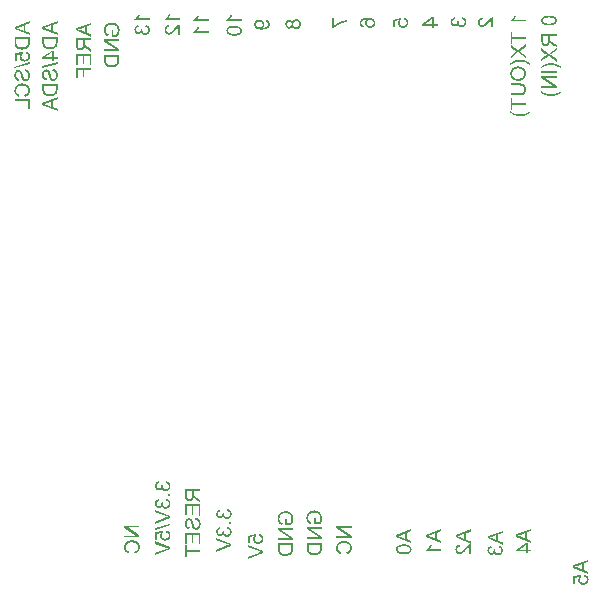
<source format=gbo>
G04*
G04 #@! TF.GenerationSoftware,Altium Limited,Altium Designer,19.0.15 (446)*
G04*
G04 Layer_Color=32896*
%FSLAX44Y44*%
%MOMM*%
G71*
G01*
G75*
G36*
X664100Y31804D02*
X660211Y30415D01*
Y25045D01*
X664100Y23545D01*
Y21620D01*
X651286Y26860D01*
Y28712D01*
X664100Y33600D01*
Y31804D01*
D02*
G37*
G36*
X661045Y20861D02*
X661322Y20805D01*
X661841Y20638D01*
X662285Y20435D01*
X662489Y20324D01*
X662656Y20213D01*
X662822Y20120D01*
X662971Y20009D01*
X663082Y19916D01*
X663174Y19824D01*
X663248Y19750D01*
X663322Y19713D01*
X663341Y19676D01*
X663359Y19657D01*
X663526Y19435D01*
X663674Y19213D01*
X663804Y18972D01*
X663915Y18731D01*
X664081Y18268D01*
X664193Y17805D01*
X664248Y17602D01*
X664267Y17398D01*
X664285Y17231D01*
X664304Y17083D01*
X664322Y16954D01*
Y16787D01*
X664304Y16398D01*
X664248Y16028D01*
X664174Y15676D01*
X664081Y15361D01*
X663952Y15065D01*
X663822Y14787D01*
X663693Y14528D01*
X663544Y14306D01*
X663396Y14102D01*
X663267Y13917D01*
X663119Y13769D01*
X663008Y13639D01*
X662915Y13547D01*
X662841Y13472D01*
X662785Y13435D01*
X662767Y13417D01*
X662526Y13232D01*
X662267Y13084D01*
X662026Y12936D01*
X661767Y12824D01*
X661267Y12639D01*
X660786Y12528D01*
X660582Y12491D01*
X660378Y12454D01*
X660211Y12435D01*
X660063Y12417D01*
X659934Y12399D01*
X659841D01*
X659786D01*
X659767D01*
X659434Y12417D01*
X659119Y12454D01*
X658804Y12510D01*
X658527Y12584D01*
X658267Y12676D01*
X658008Y12769D01*
X657786Y12880D01*
X657582Y12973D01*
X657397Y13084D01*
X657230Y13195D01*
X657101Y13287D01*
X656971Y13380D01*
X656879Y13454D01*
X656823Y13510D01*
X656786Y13547D01*
X656767Y13565D01*
X656564Y13787D01*
X656378Y14009D01*
X656230Y14250D01*
X656101Y14491D01*
X655971Y14732D01*
X655879Y14972D01*
X655749Y15417D01*
X655693Y15620D01*
X655656Y15806D01*
X655638Y15972D01*
X655619Y16120D01*
X655601Y16231D01*
Y16639D01*
X655638Y16861D01*
X655731Y17305D01*
X655860Y17713D01*
X656008Y18083D01*
X656156Y18379D01*
X656230Y18509D01*
X656286Y18620D01*
X656341Y18713D01*
X656378Y18768D01*
X656397Y18805D01*
X656416Y18824D01*
X652953Y18139D01*
Y13010D01*
X651453D01*
Y19379D01*
X658045Y20620D01*
X658249Y19138D01*
X658045Y19009D01*
X657878Y18842D01*
X657712Y18694D01*
X657582Y18546D01*
X657489Y18398D01*
X657397Y18287D01*
X657360Y18213D01*
X657341Y18194D01*
X657230Y17953D01*
X657138Y17713D01*
X657082Y17491D01*
X657027Y17268D01*
X657008Y17083D01*
X656990Y16935D01*
Y16583D01*
X657027Y16361D01*
X657119Y15972D01*
X657249Y15639D01*
X657378Y15343D01*
X657527Y15120D01*
X657656Y14954D01*
X657749Y14861D01*
X657767Y14824D01*
X657786D01*
X658101Y14565D01*
X658434Y14380D01*
X658786Y14250D01*
X659137Y14158D01*
X659434Y14102D01*
X659563Y14083D01*
X659675D01*
X659767Y14065D01*
X659841D01*
X659878D01*
X659897D01*
X660156D01*
X660397Y14102D01*
X660860Y14195D01*
X661248Y14324D01*
X661563Y14454D01*
X661822Y14602D01*
X662026Y14732D01*
X662082Y14787D01*
X662137Y14824D01*
X662156Y14843D01*
X662174Y14861D01*
X662322Y15009D01*
X662452Y15158D01*
X662674Y15491D01*
X662822Y15806D01*
X662915Y16120D01*
X662989Y16380D01*
X663008Y16602D01*
X663026Y16676D01*
Y16787D01*
X663008Y17139D01*
X662933Y17454D01*
X662841Y17731D01*
X662730Y17953D01*
X662619Y18157D01*
X662526Y18305D01*
X662452Y18379D01*
X662433Y18416D01*
X662174Y18639D01*
X661897Y18824D01*
X661582Y18972D01*
X661304Y19083D01*
X661026Y19157D01*
X660823Y19213D01*
X660730Y19231D01*
X660674Y19250D01*
X660637D01*
X660619D01*
X660749Y20898D01*
X661045Y20861D01*
D02*
G37*
G36*
X615900Y58104D02*
X612011Y56715D01*
Y51345D01*
X615900Y49845D01*
Y47920D01*
X603087Y53160D01*
Y55012D01*
X615900Y59900D01*
Y58104D01*
D02*
G37*
G36*
X612826Y42161D02*
X615900D01*
Y40587D01*
X612826D01*
Y38847D01*
X611382D01*
Y40587D01*
X603087D01*
Y41865D01*
X611382Y47735D01*
X612826D01*
Y42161D01*
D02*
G37*
G36*
X591600Y56504D02*
X587711Y55115D01*
Y49745D01*
X591600Y48246D01*
Y46320D01*
X578787Y51560D01*
Y53412D01*
X591600Y58300D01*
Y56504D01*
D02*
G37*
G36*
X588508Y45542D02*
X588786Y45486D01*
X589304Y45320D01*
X589748Y45116D01*
X589934Y45005D01*
X590119Y44894D01*
X590285Y44783D01*
X590415Y44672D01*
X590545Y44579D01*
X590637Y44487D01*
X590711Y44431D01*
X590767Y44376D01*
X590804Y44338D01*
X590822Y44320D01*
X590989Y44098D01*
X591156Y43876D01*
X591285Y43653D01*
X591396Y43413D01*
X591581Y42950D01*
X591693Y42505D01*
X591730Y42302D01*
X591767Y42116D01*
X591785Y41950D01*
X591804Y41802D01*
X591822Y41691D01*
Y41524D01*
X591804Y41172D01*
X591767Y40857D01*
X591711Y40543D01*
X591637Y40246D01*
X591544Y39969D01*
X591452Y39728D01*
X591341Y39487D01*
X591230Y39283D01*
X591137Y39080D01*
X591026Y38913D01*
X590933Y38765D01*
X590841Y38654D01*
X590767Y38561D01*
X590711Y38487D01*
X590674Y38450D01*
X590656Y38432D01*
X590433Y38210D01*
X590193Y38024D01*
X589952Y37858D01*
X589711Y37710D01*
X589489Y37599D01*
X589248Y37487D01*
X588804Y37339D01*
X588600Y37302D01*
X588415Y37265D01*
X588248Y37228D01*
X588100Y37210D01*
X587989Y37191D01*
X587897D01*
X587841D01*
X587823D01*
X587378Y37210D01*
X586971Y37284D01*
X586619Y37395D01*
X586323Y37506D01*
X586082Y37617D01*
X585897Y37728D01*
X585786Y37802D01*
X585749Y37821D01*
X585471Y38080D01*
X585230Y38358D01*
X585045Y38654D01*
X584897Y38950D01*
X584786Y39209D01*
X584712Y39413D01*
X584693Y39487D01*
X584675Y39543D01*
X584656Y39580D01*
Y39598D01*
X584490Y39283D01*
X584323Y39024D01*
X584138Y38802D01*
X583971Y38617D01*
X583823Y38469D01*
X583693Y38358D01*
X583619Y38302D01*
X583582Y38284D01*
X583323Y38135D01*
X583064Y38024D01*
X582805Y37932D01*
X582564Y37876D01*
X582360Y37839D01*
X582212Y37821D01*
X582101D01*
X582064D01*
X581749Y37839D01*
X581434Y37895D01*
X581157Y37969D01*
X580916Y38061D01*
X580712Y38154D01*
X580546Y38228D01*
X580453Y38284D01*
X580416Y38302D01*
X580138Y38487D01*
X579897Y38709D01*
X579694Y38932D01*
X579509Y39154D01*
X579379Y39339D01*
X579268Y39506D01*
X579212Y39617D01*
X579194Y39635D01*
Y39654D01*
X579046Y39987D01*
X578935Y40320D01*
X578842Y40654D01*
X578787Y40950D01*
X578750Y41191D01*
X578731Y41394D01*
Y41857D01*
X578768Y42116D01*
X578861Y42617D01*
X579009Y43042D01*
X579157Y43413D01*
X579249Y43579D01*
X579324Y43709D01*
X579398Y43839D01*
X579472Y43931D01*
X579527Y44005D01*
X579564Y44061D01*
X579583Y44098D01*
X579601Y44116D01*
X579953Y44468D01*
X580342Y44746D01*
X580749Y44968D01*
X581157Y45153D01*
X581508Y45264D01*
X581657Y45320D01*
X581786Y45357D01*
X581897Y45375D01*
X581971Y45394D01*
X582027Y45413D01*
X582045D01*
X582323Y43839D01*
X581916Y43765D01*
X581564Y43653D01*
X581268Y43524D01*
X581027Y43394D01*
X580842Y43264D01*
X580712Y43153D01*
X580620Y43079D01*
X580601Y43061D01*
X580416Y42820D01*
X580268Y42561D01*
X580175Y42320D01*
X580101Y42080D01*
X580064Y41857D01*
X580027Y41691D01*
Y41543D01*
X580046Y41209D01*
X580120Y40913D01*
X580212Y40654D01*
X580305Y40431D01*
X580416Y40265D01*
X580508Y40135D01*
X580583Y40043D01*
X580601Y40024D01*
X580823Y39820D01*
X581064Y39672D01*
X581305Y39580D01*
X581527Y39506D01*
X581731Y39469D01*
X581879Y39432D01*
X581990D01*
X582008D01*
X582027D01*
X582231D01*
X582416Y39469D01*
X582730Y39561D01*
X583008Y39691D01*
X583249Y39839D01*
X583416Y39987D01*
X583545Y40117D01*
X583619Y40209D01*
X583638Y40228D01*
Y40246D01*
X583805Y40561D01*
X583934Y40857D01*
X584027Y41172D01*
X584082Y41450D01*
X584119Y41691D01*
X584156Y41894D01*
Y42135D01*
X584138Y42209D01*
Y42302D01*
X585527Y42487D01*
X585471Y42246D01*
X585434Y42024D01*
X585397Y41839D01*
X585378Y41672D01*
X585360Y41543D01*
Y41376D01*
X585397Y40987D01*
X585471Y40635D01*
X585582Y40320D01*
X585712Y40061D01*
X585841Y39857D01*
X585952Y39709D01*
X586026Y39617D01*
X586063Y39580D01*
X586341Y39339D01*
X586637Y39154D01*
X586934Y39024D01*
X587230Y38950D01*
X587471Y38895D01*
X587674Y38876D01*
X587748Y38858D01*
X587804D01*
X587841D01*
X587860D01*
X588267Y38895D01*
X588637Y38987D01*
X588952Y39098D01*
X589230Y39246D01*
X589452Y39395D01*
X589619Y39506D01*
X589730Y39598D01*
X589767Y39635D01*
X590026Y39931D01*
X590211Y40246D01*
X590341Y40561D01*
X590433Y40857D01*
X590489Y41117D01*
X590508Y41320D01*
X590526Y41394D01*
Y41505D01*
X590508Y41839D01*
X590433Y42154D01*
X590341Y42431D01*
X590230Y42653D01*
X590137Y42839D01*
X590045Y42987D01*
X589971Y43061D01*
X589952Y43098D01*
X589693Y43320D01*
X589397Y43505D01*
X589082Y43672D01*
X588748Y43801D01*
X588471Y43894D01*
X588341Y43931D01*
X588230Y43950D01*
X588137Y43968D01*
X588063Y43987D01*
X588026Y44005D01*
X588008D01*
X588211Y45579D01*
X588508Y45542D01*
D02*
G37*
G36*
X564500Y57404D02*
X560611Y56015D01*
Y50645D01*
X564500Y49145D01*
Y47220D01*
X551687Y52460D01*
Y54312D01*
X564500Y59200D01*
Y57404D01*
D02*
G37*
G36*
Y38221D02*
X562982D01*
Y44535D01*
X562667Y44313D01*
X562537Y44202D01*
X562408Y44109D01*
X562296Y44016D01*
X562222Y43942D01*
X562167Y43887D01*
X562148Y43868D01*
X562056Y43776D01*
X561963Y43665D01*
X561722Y43405D01*
X561445Y43109D01*
X561167Y42794D01*
X560926Y42498D01*
X560815Y42368D01*
X560704Y42257D01*
X560630Y42165D01*
X560574Y42091D01*
X560537Y42054D01*
X560519Y42035D01*
X560260Y41739D01*
X560019Y41443D01*
X559778Y41183D01*
X559575Y40943D01*
X559371Y40720D01*
X559186Y40535D01*
X559019Y40350D01*
X558871Y40202D01*
X558723Y40054D01*
X558612Y39943D01*
X558519Y39850D01*
X558427Y39758D01*
X558315Y39665D01*
X558278Y39628D01*
X557964Y39369D01*
X557686Y39146D01*
X557408Y38961D01*
X557186Y38813D01*
X556982Y38702D01*
X556834Y38628D01*
X556741Y38591D01*
X556704Y38572D01*
X556427Y38461D01*
X556149Y38387D01*
X555890Y38313D01*
X555668Y38276D01*
X555464Y38258D01*
X555316Y38239D01*
X555223D01*
X555186D01*
X554908Y38258D01*
X554649Y38295D01*
X554390Y38332D01*
X554168Y38406D01*
X553723Y38591D01*
X553372Y38776D01*
X553205Y38887D01*
X553075Y38980D01*
X552946Y39072D01*
X552853Y39165D01*
X552779Y39239D01*
X552705Y39276D01*
X552686Y39313D01*
X552668Y39332D01*
X552483Y39535D01*
X552316Y39758D01*
X552186Y39998D01*
X552075Y40239D01*
X551890Y40720D01*
X551761Y41202D01*
X551724Y41406D01*
X551687Y41609D01*
X551668Y41794D01*
X551650Y41943D01*
X551631Y42072D01*
Y42257D01*
X551650Y42591D01*
X551668Y42905D01*
X551724Y43202D01*
X551779Y43479D01*
X551853Y43739D01*
X551927Y43979D01*
X552020Y44202D01*
X552112Y44405D01*
X552205Y44590D01*
X552298Y44738D01*
X552372Y44868D01*
X552446Y44979D01*
X552501Y45072D01*
X552557Y45127D01*
X552575Y45164D01*
X552594Y45183D01*
X552779Y45368D01*
X552983Y45535D01*
X553205Y45701D01*
X553427Y45831D01*
X553871Y46053D01*
X554316Y46201D01*
X554520Y46257D01*
X554723Y46312D01*
X554890Y46350D01*
X555038Y46386D01*
X555168Y46405D01*
X555260D01*
X555316Y46424D01*
X555334D01*
X555501Y44813D01*
X555075Y44776D01*
X554705Y44701D01*
X554371Y44590D01*
X554112Y44461D01*
X553890Y44350D01*
X553742Y44239D01*
X553649Y44165D01*
X553612Y44127D01*
X553390Y43850D01*
X553223Y43554D01*
X553094Y43239D01*
X553020Y42961D01*
X552964Y42702D01*
X552946Y42480D01*
X552927Y42406D01*
Y42294D01*
X552946Y41905D01*
X553020Y41554D01*
X553131Y41257D01*
X553242Y40998D01*
X553372Y40795D01*
X553464Y40665D01*
X553538Y40572D01*
X553575Y40535D01*
X553834Y40313D01*
X554094Y40146D01*
X554353Y40017D01*
X554612Y39943D01*
X554816Y39887D01*
X555001Y39869D01*
X555112Y39850D01*
X555131D01*
X555149D01*
X555482Y39887D01*
X555834Y39961D01*
X556149Y40091D01*
X556445Y40220D01*
X556686Y40369D01*
X556890Y40498D01*
X556964Y40535D01*
X557019Y40572D01*
X557038Y40609D01*
X557056D01*
X557260Y40757D01*
X557464Y40943D01*
X557686Y41146D01*
X557908Y41368D01*
X558353Y41831D01*
X558797Y42294D01*
X559001Y42535D01*
X559186Y42739D01*
X559352Y42942D01*
X559501Y43109D01*
X559612Y43239D01*
X559704Y43350D01*
X559760Y43424D01*
X559778Y43442D01*
X560167Y43905D01*
X560537Y44331D01*
X560871Y44683D01*
X561148Y44961D01*
X561389Y45202D01*
X561556Y45368D01*
X561667Y45461D01*
X561685Y45498D01*
X561704D01*
X562019Y45757D01*
X562315Y45961D01*
X562611Y46146D01*
X562870Y46294D01*
X563093Y46405D01*
X563259Y46479D01*
X563371Y46516D01*
X563389Y46535D01*
X563408D01*
X563611Y46609D01*
X563796Y46646D01*
X563982Y46683D01*
X564148Y46701D01*
X564296Y46720D01*
X564407D01*
X564482D01*
X564500D01*
Y38221D01*
D02*
G37*
G36*
X539700Y57804D02*
X535812Y56415D01*
Y51045D01*
X539700Y49545D01*
Y47620D01*
X526886Y52860D01*
Y54712D01*
X539700Y59600D01*
Y57804D01*
D02*
G37*
G36*
X531460Y45416D02*
X531330Y45139D01*
X531201Y44861D01*
X531071Y44602D01*
X530960Y44379D01*
X530868Y44194D01*
X530793Y44083D01*
X530775Y44065D01*
Y44046D01*
X530571Y43713D01*
X530368Y43417D01*
X530182Y43157D01*
X530016Y42954D01*
X529886Y42768D01*
X529775Y42657D01*
X529701Y42565D01*
X529683Y42546D01*
X539700D01*
Y40972D01*
X526831D01*
Y41991D01*
X527146Y42176D01*
X527442Y42380D01*
X527738Y42620D01*
X527998Y42842D01*
X528220Y43065D01*
X528405Y43231D01*
X528460Y43305D01*
X528516Y43361D01*
X528535Y43380D01*
X528553Y43398D01*
X528868Y43787D01*
X529164Y44176D01*
X529423Y44546D01*
X529627Y44916D01*
X529812Y45231D01*
X529886Y45361D01*
X529942Y45472D01*
X529997Y45564D01*
X530016Y45638D01*
X530053Y45676D01*
Y45694D01*
X531571D01*
X531460Y45416D01*
D02*
G37*
G36*
X514200Y57504D02*
X510312Y56115D01*
Y50745D01*
X514200Y49246D01*
Y47320D01*
X501386Y52560D01*
Y54412D01*
X514200Y59300D01*
Y57504D01*
D02*
G37*
G36*
X508534Y46579D02*
X509145Y46542D01*
X509701Y46487D01*
X510219Y46394D01*
X510700Y46301D01*
X511126Y46190D01*
X511515Y46079D01*
X511848Y45968D01*
X512145Y45857D01*
X512404Y45727D01*
X512626Y45635D01*
X512793Y45542D01*
X512941Y45450D01*
X513033Y45394D01*
X513089Y45357D01*
X513107Y45339D01*
X513330Y45135D01*
X513533Y44913D01*
X513719Y44672D01*
X513867Y44431D01*
X513996Y44191D01*
X514107Y43950D01*
X514182Y43709D01*
X514255Y43487D01*
X514311Y43265D01*
X514348Y43061D01*
X514385Y42876D01*
X514404Y42728D01*
X514422Y42598D01*
Y42413D01*
X514385Y41913D01*
X514311Y41450D01*
X514182Y41061D01*
X514052Y40728D01*
X513922Y40450D01*
X513848Y40357D01*
X513793Y40265D01*
X513756Y40191D01*
X513719Y40135D01*
X513681Y40117D01*
Y40098D01*
X513367Y39765D01*
X513033Y39487D01*
X512663Y39246D01*
X512330Y39061D01*
X512015Y38913D01*
X511885Y38839D01*
X511756Y38802D01*
X511663Y38765D01*
X511589Y38728D01*
X511552Y38709D01*
X511534D01*
X511256Y38617D01*
X510978Y38543D01*
X510386Y38432D01*
X509775Y38339D01*
X509182Y38284D01*
X508923Y38265D01*
X508682Y38247D01*
X508460D01*
X508256Y38228D01*
X508108D01*
X507978D01*
X507904D01*
X507886D01*
X507534D01*
X507201Y38247D01*
X506904D01*
X506608Y38265D01*
X506349Y38302D01*
X506090Y38321D01*
X505868Y38339D01*
X505664Y38376D01*
X505479Y38395D01*
X505312Y38432D01*
X505182Y38450D01*
X505071Y38469D01*
X504979Y38487D01*
X504923Y38506D01*
X504886Y38524D01*
X504868D01*
X504460Y38635D01*
X504090Y38765D01*
X503775Y38913D01*
X503497Y39024D01*
X503257Y39154D01*
X503090Y39228D01*
X502997Y39302D01*
X502960Y39321D01*
X502683Y39524D01*
X502442Y39728D01*
X502238Y39950D01*
X502053Y40154D01*
X501923Y40339D01*
X501831Y40487D01*
X501775Y40580D01*
X501757Y40598D01*
Y40617D01*
X501609Y40913D01*
X501516Y41228D01*
X501442Y41524D01*
X501386Y41802D01*
X501349Y42042D01*
X501331Y42246D01*
Y42413D01*
X501368Y42913D01*
X501442Y43376D01*
X501572Y43765D01*
X501701Y44098D01*
X501849Y44376D01*
X501905Y44487D01*
X501979Y44579D01*
X502016Y44653D01*
X502053Y44709D01*
X502090Y44727D01*
Y44746D01*
X502386Y45079D01*
X502738Y45357D01*
X503090Y45598D01*
X503423Y45783D01*
X503738Y45931D01*
X503868Y46005D01*
X503997Y46042D01*
X504090Y46079D01*
X504164Y46116D01*
X504201Y46135D01*
X504220D01*
X504497Y46209D01*
X504775Y46283D01*
X505386Y46394D01*
X505997Y46487D01*
X506571Y46542D01*
X506849Y46561D01*
X507090Y46579D01*
X507312D01*
X507515Y46598D01*
X507664D01*
X507793D01*
X507867D01*
X507886D01*
X508534Y46579D01*
D02*
G37*
G36*
X463700Y60370D02*
X453646D01*
X463700Y53667D01*
Y51908D01*
X450886D01*
Y53538D01*
X460960D01*
X450886Y60259D01*
Y62000D01*
X463700D01*
Y60370D01*
D02*
G37*
G36*
X457867Y49520D02*
X458515Y49446D01*
X459089Y49353D01*
X459367Y49279D01*
X459608Y49223D01*
X459830Y49168D01*
X460034Y49094D01*
X460219Y49038D01*
X460367Y49001D01*
X460478Y48946D01*
X460571Y48927D01*
X460626Y48890D01*
X460645D01*
X461200Y48612D01*
X461700Y48298D01*
X462126Y47964D01*
X462293Y47798D01*
X462459Y47650D01*
X462607Y47502D01*
X462737Y47353D01*
X462848Y47224D01*
X462922Y47113D01*
X462996Y47039D01*
X463052Y46965D01*
X463070Y46927D01*
X463089Y46909D01*
X463237Y46650D01*
X463367Y46391D01*
X463570Y45835D01*
X463718Y45279D01*
X463811Y44742D01*
X463848Y44483D01*
X463885Y44261D01*
X463904Y44057D01*
Y43891D01*
X463922Y43743D01*
Y43539D01*
X463904Y43169D01*
X463867Y42817D01*
X463830Y42484D01*
X463756Y42169D01*
X463663Y41873D01*
X463570Y41595D01*
X463478Y41336D01*
X463367Y41095D01*
X463274Y40891D01*
X463181Y40687D01*
X463089Y40539D01*
X462996Y40391D01*
X462922Y40299D01*
X462885Y40206D01*
X462848Y40169D01*
X462830Y40150D01*
X462607Y39891D01*
X462385Y39669D01*
X462126Y39465D01*
X461867Y39262D01*
X461348Y38928D01*
X460830Y38669D01*
X460589Y38558D01*
X460367Y38465D01*
X460163Y38391D01*
X459997Y38336D01*
X459849Y38280D01*
X459738Y38243D01*
X459663Y38225D01*
X459645D01*
X459219Y39928D01*
X459515Y40002D01*
X459793Y40095D01*
X460052Y40187D01*
X460293Y40280D01*
X460515Y40391D01*
X460700Y40502D01*
X460886Y40632D01*
X461052Y40743D01*
X461200Y40835D01*
X461311Y40947D01*
X461423Y41039D01*
X461515Y41113D01*
X461571Y41187D01*
X461626Y41243D01*
X461645Y41261D01*
X461663Y41280D01*
X461811Y41465D01*
X461922Y41669D01*
X462126Y42076D01*
X462274Y42465D01*
X462367Y42854D01*
X462441Y43187D01*
X462459Y43317D01*
Y43446D01*
X462478Y43558D01*
Y43687D01*
X462459Y44113D01*
X462385Y44520D01*
X462293Y44891D01*
X462182Y45224D01*
X462071Y45483D01*
X462015Y45594D01*
X461978Y45687D01*
X461941Y45761D01*
X461904Y45816D01*
X461885Y45854D01*
Y45872D01*
X461626Y46224D01*
X461348Y46520D01*
X461034Y46779D01*
X460737Y46983D01*
X460478Y47150D01*
X460256Y47261D01*
X460163Y47298D01*
X460108Y47335D01*
X460071Y47353D01*
X460052D01*
X459571Y47502D01*
X459089Y47613D01*
X458608Y47705D01*
X458163Y47761D01*
X457960Y47779D01*
X457775Y47798D01*
X457608D01*
X457478Y47816D01*
X457367D01*
X457275D01*
X457219D01*
X457201D01*
X456719Y47798D01*
X456275Y47761D01*
X455868Y47687D01*
X455497Y47613D01*
X455182Y47557D01*
X455053Y47520D01*
X454942Y47483D01*
X454849Y47464D01*
X454794Y47446D01*
X454757Y47427D01*
X454738D01*
X454312Y47242D01*
X453923Y47039D01*
X453609Y46816D01*
X453331Y46576D01*
X453108Y46372D01*
X452960Y46205D01*
X452868Y46076D01*
X452831Y46057D01*
Y46039D01*
X452590Y45650D01*
X452405Y45224D01*
X452275Y44817D01*
X452201Y44428D01*
X452146Y44076D01*
X452127Y43928D01*
Y43798D01*
X452109Y43706D01*
Y43558D01*
X452127Y43095D01*
X452201Y42669D01*
X452312Y42317D01*
X452423Y42002D01*
X452553Y41761D01*
X452646Y41576D01*
X452720Y41465D01*
X452757Y41428D01*
X453035Y41132D01*
X453349Y40854D01*
X453683Y40632D01*
X454016Y40447D01*
X454312Y40299D01*
X454460Y40243D01*
X454571Y40206D01*
X454664Y40169D01*
X454738Y40132D01*
X454775Y40113D01*
X454794D01*
X454405Y38447D01*
X454071Y38558D01*
X453775Y38669D01*
X453497Y38817D01*
X453220Y38947D01*
X452979Y39095D01*
X452757Y39262D01*
X452534Y39410D01*
X452349Y39558D01*
X452201Y39706D01*
X452053Y39836D01*
X451923Y39965D01*
X451831Y40058D01*
X451738Y40150D01*
X451683Y40224D01*
X451664Y40262D01*
X451646Y40280D01*
X451479Y40539D01*
X451312Y40799D01*
X451183Y41058D01*
X451072Y41336D01*
X450905Y41891D01*
X450794Y42391D01*
X450738Y42632D01*
X450720Y42835D01*
X450701Y43039D01*
X450683Y43206D01*
X450664Y43335D01*
Y43520D01*
X450701Y44131D01*
X450794Y44724D01*
X450905Y45243D01*
X450979Y45483D01*
X451053Y45705D01*
X451127Y45909D01*
X451201Y46094D01*
X451257Y46242D01*
X451312Y46391D01*
X451368Y46483D01*
X451405Y46557D01*
X451423Y46613D01*
X451442Y46631D01*
X451757Y47131D01*
X452127Y47557D01*
X452497Y47927D01*
X452868Y48242D01*
X453201Y48483D01*
X453349Y48576D01*
X453479Y48650D01*
X453571Y48724D01*
X453646Y48761D01*
X453701Y48779D01*
X453720Y48798D01*
X454294Y49057D01*
X454886Y49242D01*
X455479Y49372D01*
X456016Y49464D01*
X456256Y49501D01*
X456497Y49520D01*
X456682Y49538D01*
X456867D01*
X456997Y49557D01*
X457108D01*
X457182D01*
X457201D01*
X457867Y49520D01*
D02*
G37*
G36*
X432852Y75263D02*
X433501Y75170D01*
X433797Y75115D01*
X434075Y75059D01*
X434352Y74985D01*
X434593Y74911D01*
X434815Y74837D01*
X435000Y74763D01*
X435186Y74707D01*
X435315Y74652D01*
X435445Y74596D01*
X435519Y74559D01*
X435574Y74522D01*
X435593D01*
X436130Y74189D01*
X436593Y73819D01*
X437000Y73430D01*
X437333Y73060D01*
X437593Y72708D01*
X437685Y72578D01*
X437778Y72448D01*
X437833Y72337D01*
X437889Y72263D01*
X437907Y72208D01*
X437926Y72189D01*
X438074Y71893D01*
X438185Y71597D01*
X438389Y71004D01*
X438518Y70430D01*
X438630Y69893D01*
X438648Y69652D01*
X438685Y69430D01*
X438704Y69227D01*
Y69060D01*
X438722Y68930D01*
Y68745D01*
X438704Y68227D01*
X438648Y67727D01*
X438556Y67264D01*
X438463Y66856D01*
X438426Y66690D01*
X438389Y66523D01*
X438333Y66375D01*
X438296Y66245D01*
X438259Y66153D01*
X438241Y66079D01*
X438222Y66042D01*
Y66023D01*
X438019Y65523D01*
X437778Y65060D01*
X437519Y64616D01*
X437278Y64227D01*
X437167Y64060D01*
X437056Y63894D01*
X436963Y63764D01*
X436889Y63653D01*
X436815Y63561D01*
X436759Y63486D01*
X436741Y63449D01*
X436722Y63431D01*
X431964D01*
Y68875D01*
X433482D01*
Y65097D01*
X435889D01*
X436074Y65320D01*
X436241Y65579D01*
X436389Y65856D01*
X436519Y66116D01*
X436630Y66338D01*
X436722Y66542D01*
X436759Y66616D01*
X436778Y66653D01*
X436796Y66690D01*
Y66708D01*
X436926Y67097D01*
X437037Y67486D01*
X437111Y67838D01*
X437148Y68171D01*
X437185Y68449D01*
Y68560D01*
X437204Y68671D01*
Y68856D01*
X437185Y69319D01*
X437111Y69763D01*
X437019Y70171D01*
X436926Y70541D01*
X436815Y70837D01*
X436778Y70967D01*
X436741Y71060D01*
X436704Y71152D01*
X436667Y71208D01*
X436648Y71245D01*
Y71263D01*
X436408Y71652D01*
X436148Y72004D01*
X435871Y72300D01*
X435593Y72541D01*
X435334Y72745D01*
X435130Y72874D01*
X435056Y72930D01*
X435000Y72948D01*
X434963Y72985D01*
X434945D01*
X434482Y73171D01*
X434001Y73319D01*
X433519Y73411D01*
X433056Y73485D01*
X432852Y73504D01*
X432667Y73522D01*
X432482Y73541D01*
X432334D01*
X432223Y73559D01*
X432130D01*
X432075D01*
X432056D01*
X431538Y73541D01*
X431075Y73485D01*
X430630Y73411D01*
X430242Y73319D01*
X430075Y73282D01*
X429927Y73226D01*
X429797Y73189D01*
X429686Y73152D01*
X429594Y73115D01*
X429538Y73096D01*
X429501Y73078D01*
X429482D01*
X429223Y72948D01*
X428983Y72819D01*
X428760Y72689D01*
X428575Y72559D01*
X428427Y72448D01*
X428297Y72356D01*
X428223Y72282D01*
X428205Y72263D01*
X428001Y72060D01*
X427816Y71837D01*
X427668Y71597D01*
X427520Y71375D01*
X427427Y71189D01*
X427335Y71041D01*
X427298Y70930D01*
X427279Y70893D01*
X427149Y70560D01*
X427057Y70226D01*
X427001Y69875D01*
X426946Y69560D01*
X426927Y69282D01*
Y69171D01*
X426909Y69078D01*
Y68875D01*
X426927Y68523D01*
X426964Y68190D01*
X427020Y67893D01*
X427075Y67634D01*
X427149Y67412D01*
X427205Y67245D01*
X427242Y67153D01*
X427260Y67116D01*
X427390Y66838D01*
X427538Y66597D01*
X427686Y66375D01*
X427835Y66208D01*
X427964Y66079D01*
X428057Y65968D01*
X428131Y65912D01*
X428149Y65894D01*
X428371Y65727D01*
X428631Y65597D01*
X428871Y65468D01*
X429131Y65357D01*
X429353Y65283D01*
X429520Y65227D01*
X429594Y65209D01*
X429649Y65190D01*
X429668Y65171D01*
X429686D01*
X429279Y63635D01*
X428816Y63764D01*
X428409Y63931D01*
X428038Y64097D01*
X427742Y64246D01*
X427501Y64394D01*
X427335Y64505D01*
X427223Y64579D01*
X427186Y64616D01*
X426890Y64875D01*
X426649Y65153D01*
X426427Y65449D01*
X426242Y65727D01*
X426112Y65986D01*
X426001Y66190D01*
X425964Y66264D01*
X425946Y66319D01*
X425927Y66357D01*
Y66375D01*
X425779Y66801D01*
X425668Y67245D01*
X425575Y67653D01*
X425520Y68042D01*
X425483Y68393D01*
Y68541D01*
X425464Y68653D01*
Y69245D01*
X425501Y69578D01*
X425594Y70226D01*
X425649Y70523D01*
X425724Y70800D01*
X425779Y71060D01*
X425853Y71300D01*
X425927Y71523D01*
X426001Y71708D01*
X426075Y71874D01*
X426131Y72023D01*
X426186Y72134D01*
X426223Y72208D01*
X426242Y72263D01*
X426260Y72282D01*
X426427Y72541D01*
X426594Y72800D01*
X426983Y73245D01*
X427371Y73633D01*
X427779Y73948D01*
X428131Y74208D01*
X428279Y74300D01*
X428427Y74374D01*
X428538Y74448D01*
X428612Y74485D01*
X428668Y74504D01*
X428686Y74522D01*
X429297Y74781D01*
X429908Y74967D01*
X430501Y75115D01*
X430779Y75152D01*
X431038Y75207D01*
X431278Y75226D01*
X431482Y75263D01*
X431686Y75282D01*
X431853D01*
X431982Y75300D01*
X432075D01*
X432149D01*
X432167D01*
X432852Y75263D01*
D02*
G37*
G36*
X438500Y59320D02*
X428446D01*
X438500Y52617D01*
Y50858D01*
X425686D01*
Y52488D01*
X435760D01*
X425686Y59209D01*
Y60950D01*
X438500D01*
Y59320D01*
D02*
G37*
G36*
Y43396D02*
X438481Y42970D01*
X438463Y42581D01*
X438426Y42229D01*
X438389Y41933D01*
X438352Y41674D01*
X438333Y41489D01*
X438315Y41433D01*
X438296Y41378D01*
Y41341D01*
X438204Y41007D01*
X438093Y40711D01*
X438000Y40452D01*
X437889Y40230D01*
X437796Y40044D01*
X437722Y39915D01*
X437667Y39841D01*
X437648Y39804D01*
X437482Y39563D01*
X437278Y39359D01*
X437093Y39156D01*
X436908Y38989D01*
X436741Y38841D01*
X436611Y38730D01*
X436519Y38656D01*
X436482Y38637D01*
X436185Y38452D01*
X435871Y38267D01*
X435574Y38119D01*
X435278Y38008D01*
X435019Y37896D01*
X434815Y37822D01*
X434741Y37804D01*
X434686Y37785D01*
X434649Y37767D01*
X434630D01*
X434186Y37656D01*
X433741Y37563D01*
X433315Y37508D01*
X432908Y37452D01*
X432556Y37434D01*
X432408D01*
X432278Y37415D01*
X432186D01*
X432093D01*
X432056D01*
X432038D01*
X431408Y37434D01*
X430834Y37489D01*
X430316Y37582D01*
X430075Y37619D01*
X429871Y37674D01*
X429668Y37730D01*
X429501Y37767D01*
X429353Y37804D01*
X429223Y37859D01*
X429112Y37878D01*
X429038Y37915D01*
X429001Y37933D01*
X428983D01*
X428501Y38137D01*
X428075Y38378D01*
X427705Y38637D01*
X427390Y38878D01*
X427131Y39100D01*
X426946Y39285D01*
X426890Y39359D01*
X426835Y39415D01*
X426816Y39433D01*
X426797Y39452D01*
X426557Y39748D01*
X426372Y40063D01*
X426205Y40378D01*
X426075Y40674D01*
X425983Y40933D01*
X425927Y41137D01*
X425890Y41211D01*
Y41266D01*
X425872Y41304D01*
Y41322D01*
X425816Y41637D01*
X425761Y42007D01*
X425724Y42378D01*
X425705Y42748D01*
X425686Y43081D01*
Y48007D01*
X438500D01*
Y43396D01*
D02*
G37*
G36*
X408452Y74663D02*
X409100Y74570D01*
X409397Y74515D01*
X409674Y74459D01*
X409952Y74385D01*
X410193Y74311D01*
X410415Y74237D01*
X410600Y74163D01*
X410785Y74107D01*
X410915Y74052D01*
X411045Y73996D01*
X411119Y73959D01*
X411174Y73922D01*
X411193D01*
X411730Y73589D01*
X412193Y73219D01*
X412600Y72830D01*
X412934Y72460D01*
X413193Y72108D01*
X413285Y71978D01*
X413378Y71848D01*
X413433Y71737D01*
X413489Y71663D01*
X413507Y71608D01*
X413526Y71589D01*
X413674Y71293D01*
X413785Y70997D01*
X413989Y70404D01*
X414118Y69830D01*
X414230Y69293D01*
X414248Y69052D01*
X414285Y68830D01*
X414304Y68627D01*
Y68460D01*
X414322Y68330D01*
Y68145D01*
X414304Y67627D01*
X414248Y67127D01*
X414156Y66664D01*
X414063Y66256D01*
X414026Y66090D01*
X413989Y65923D01*
X413933Y65775D01*
X413896Y65645D01*
X413859Y65553D01*
X413841Y65479D01*
X413822Y65442D01*
Y65423D01*
X413619Y64923D01*
X413378Y64460D01*
X413119Y64016D01*
X412878Y63627D01*
X412767Y63460D01*
X412656Y63294D01*
X412563Y63164D01*
X412489Y63053D01*
X412415Y62961D01*
X412359Y62886D01*
X412341Y62849D01*
X412322Y62831D01*
X407564D01*
Y68275D01*
X409082D01*
Y64497D01*
X411489D01*
X411674Y64720D01*
X411841Y64979D01*
X411989Y65257D01*
X412119Y65516D01*
X412230Y65738D01*
X412322Y65942D01*
X412359Y66016D01*
X412378Y66053D01*
X412397Y66090D01*
Y66108D01*
X412526Y66497D01*
X412637Y66886D01*
X412711Y67238D01*
X412748Y67571D01*
X412785Y67849D01*
Y67960D01*
X412804Y68071D01*
Y68256D01*
X412785Y68719D01*
X412711Y69163D01*
X412619Y69571D01*
X412526Y69941D01*
X412415Y70237D01*
X412378Y70367D01*
X412341Y70460D01*
X412304Y70552D01*
X412267Y70608D01*
X412248Y70645D01*
Y70663D01*
X412008Y71052D01*
X411748Y71404D01*
X411471Y71700D01*
X411193Y71941D01*
X410934Y72145D01*
X410730Y72274D01*
X410656Y72330D01*
X410600Y72348D01*
X410563Y72385D01*
X410545D01*
X410082Y72571D01*
X409600Y72719D01*
X409119Y72811D01*
X408656Y72885D01*
X408452Y72904D01*
X408267Y72922D01*
X408082Y72941D01*
X407934D01*
X407823Y72959D01*
X407730D01*
X407675D01*
X407656D01*
X407138Y72941D01*
X406675Y72885D01*
X406231Y72811D01*
X405842Y72719D01*
X405675Y72682D01*
X405527Y72626D01*
X405397Y72589D01*
X405286Y72552D01*
X405193Y72515D01*
X405138Y72497D01*
X405101Y72478D01*
X405082D01*
X404823Y72348D01*
X404582Y72219D01*
X404360Y72089D01*
X404175Y71960D01*
X404027Y71848D01*
X403897Y71756D01*
X403823Y71682D01*
X403805Y71663D01*
X403601Y71460D01*
X403416Y71237D01*
X403268Y70997D01*
X403120Y70774D01*
X403027Y70589D01*
X402934Y70441D01*
X402897Y70330D01*
X402879Y70293D01*
X402749Y69960D01*
X402657Y69626D01*
X402601Y69275D01*
X402546Y68960D01*
X402527Y68682D01*
Y68571D01*
X402509Y68478D01*
Y68275D01*
X402527Y67923D01*
X402564Y67590D01*
X402620Y67293D01*
X402675Y67034D01*
X402749Y66812D01*
X402805Y66645D01*
X402842Y66553D01*
X402860Y66516D01*
X402990Y66238D01*
X403138Y65997D01*
X403286Y65775D01*
X403434Y65608D01*
X403564Y65479D01*
X403657Y65368D01*
X403731Y65312D01*
X403749Y65294D01*
X403971Y65127D01*
X404231Y64997D01*
X404471Y64868D01*
X404731Y64757D01*
X404953Y64682D01*
X405120Y64627D01*
X405193Y64608D01*
X405249Y64590D01*
X405268Y64571D01*
X405286D01*
X404879Y63035D01*
X404416Y63164D01*
X404008Y63331D01*
X403638Y63498D01*
X403342Y63646D01*
X403101Y63794D01*
X402934Y63905D01*
X402823Y63979D01*
X402786Y64016D01*
X402490Y64275D01*
X402249Y64553D01*
X402027Y64849D01*
X401842Y65127D01*
X401712Y65386D01*
X401601Y65590D01*
X401564Y65664D01*
X401546Y65719D01*
X401527Y65757D01*
Y65775D01*
X401379Y66201D01*
X401268Y66645D01*
X401175Y67053D01*
X401120Y67442D01*
X401083Y67793D01*
Y67941D01*
X401064Y68053D01*
Y68645D01*
X401101Y68978D01*
X401194Y69626D01*
X401250Y69923D01*
X401324Y70201D01*
X401379Y70460D01*
X401453Y70700D01*
X401527Y70923D01*
X401601Y71108D01*
X401675Y71274D01*
X401731Y71423D01*
X401786Y71534D01*
X401824Y71608D01*
X401842Y71663D01*
X401861Y71682D01*
X402027Y71941D01*
X402194Y72200D01*
X402583Y72645D01*
X402971Y73033D01*
X403379Y73348D01*
X403731Y73608D01*
X403879Y73700D01*
X404027Y73774D01*
X404138Y73848D01*
X404212Y73885D01*
X404268Y73904D01*
X404286Y73922D01*
X404897Y74181D01*
X405508Y74367D01*
X406101Y74515D01*
X406379Y74552D01*
X406638Y74607D01*
X406879Y74626D01*
X407082Y74663D01*
X407286Y74682D01*
X407453D01*
X407582Y74700D01*
X407675D01*
X407749D01*
X407767D01*
X408452Y74663D01*
D02*
G37*
G36*
X414100Y58720D02*
X404045D01*
X414100Y52017D01*
Y50258D01*
X401287D01*
Y51888D01*
X411360D01*
X401287Y58609D01*
Y60350D01*
X414100D01*
Y58720D01*
D02*
G37*
G36*
Y42796D02*
X414081Y42370D01*
X414063Y41981D01*
X414026Y41629D01*
X413989Y41333D01*
X413952Y41074D01*
X413933Y40889D01*
X413915Y40833D01*
X413896Y40778D01*
Y40741D01*
X413804Y40407D01*
X413693Y40111D01*
X413600Y39852D01*
X413489Y39630D01*
X413396Y39444D01*
X413322Y39315D01*
X413267Y39241D01*
X413248Y39204D01*
X413082Y38963D01*
X412878Y38759D01*
X412693Y38556D01*
X412508Y38389D01*
X412341Y38241D01*
X412211Y38130D01*
X412119Y38056D01*
X412082Y38037D01*
X411785Y37852D01*
X411471Y37667D01*
X411174Y37519D01*
X410878Y37408D01*
X410619Y37297D01*
X410415Y37222D01*
X410341Y37204D01*
X410286Y37185D01*
X410249Y37167D01*
X410230D01*
X409786Y37056D01*
X409341Y36963D01*
X408915Y36908D01*
X408508Y36852D01*
X408156Y36834D01*
X408008D01*
X407878Y36815D01*
X407786D01*
X407693D01*
X407656D01*
X407638D01*
X407008Y36834D01*
X406434Y36889D01*
X405916Y36982D01*
X405675Y37019D01*
X405471Y37074D01*
X405268Y37130D01*
X405101Y37167D01*
X404953Y37204D01*
X404823Y37259D01*
X404712Y37278D01*
X404638Y37315D01*
X404601Y37334D01*
X404582D01*
X404101Y37537D01*
X403675Y37778D01*
X403305Y38037D01*
X402990Y38278D01*
X402731Y38500D01*
X402546Y38685D01*
X402490Y38759D01*
X402435Y38815D01*
X402416Y38833D01*
X402397Y38852D01*
X402157Y39148D01*
X401972Y39463D01*
X401805Y39778D01*
X401675Y40074D01*
X401583Y40333D01*
X401527Y40537D01*
X401490Y40611D01*
Y40666D01*
X401472Y40704D01*
Y40722D01*
X401416Y41037D01*
X401361Y41407D01*
X401324Y41778D01*
X401305Y42148D01*
X401287Y42481D01*
Y47407D01*
X414100D01*
Y42796D01*
D02*
G37*
G36*
X385645Y55381D02*
X385923Y55325D01*
X386441Y55159D01*
X386885Y54955D01*
X387089Y54844D01*
X387256Y54733D01*
X387422Y54640D01*
X387570Y54529D01*
X387682Y54436D01*
X387774Y54344D01*
X387848Y54270D01*
X387922Y54233D01*
X387941Y54196D01*
X387959Y54177D01*
X388126Y53955D01*
X388274Y53733D01*
X388404Y53492D01*
X388515Y53251D01*
X388681Y52788D01*
X388793Y52325D01*
X388848Y52122D01*
X388867Y51918D01*
X388885Y51751D01*
X388904Y51603D01*
X388922Y51474D01*
Y51307D01*
X388904Y50918D01*
X388848Y50548D01*
X388774Y50196D01*
X388681Y49881D01*
X388552Y49585D01*
X388422Y49307D01*
X388293Y49048D01*
X388144Y48826D01*
X387996Y48622D01*
X387867Y48437D01*
X387719Y48289D01*
X387607Y48159D01*
X387515Y48067D01*
X387441Y47993D01*
X387385Y47955D01*
X387367Y47937D01*
X387126Y47752D01*
X386867Y47604D01*
X386626Y47456D01*
X386367Y47344D01*
X385867Y47159D01*
X385386Y47048D01*
X385182Y47011D01*
X384978Y46974D01*
X384812Y46956D01*
X384663Y46937D01*
X384534Y46919D01*
X384441D01*
X384386D01*
X384367D01*
X384034Y46937D01*
X383719Y46974D01*
X383404Y47030D01*
X383126Y47104D01*
X382867Y47196D01*
X382608Y47289D01*
X382386Y47400D01*
X382182Y47493D01*
X381997Y47604D01*
X381830Y47715D01*
X381701Y47807D01*
X381571Y47900D01*
X381479Y47974D01*
X381423Y48030D01*
X381386Y48067D01*
X381367Y48085D01*
X381164Y48307D01*
X380979Y48530D01*
X380830Y48770D01*
X380701Y49011D01*
X380571Y49252D01*
X380479Y49492D01*
X380349Y49937D01*
X380294Y50141D01*
X380256Y50326D01*
X380238Y50492D01*
X380219Y50640D01*
X380201Y50752D01*
Y51159D01*
X380238Y51381D01*
X380331Y51825D01*
X380460Y52233D01*
X380608Y52603D01*
X380756Y52899D01*
X380830Y53029D01*
X380886Y53140D01*
X380942Y53233D01*
X380979Y53288D01*
X380997Y53325D01*
X381016Y53344D01*
X377553Y52659D01*
Y47530D01*
X376053D01*
Y53899D01*
X382645Y55140D01*
X382849Y53659D01*
X382645Y53529D01*
X382478Y53362D01*
X382312Y53214D01*
X382182Y53066D01*
X382090Y52918D01*
X381997Y52807D01*
X381960Y52733D01*
X381941Y52714D01*
X381830Y52474D01*
X381738Y52233D01*
X381682Y52011D01*
X381627Y51789D01*
X381608Y51603D01*
X381590Y51455D01*
Y51103D01*
X381627Y50881D01*
X381719Y50492D01*
X381849Y50159D01*
X381978Y49863D01*
X382127Y49640D01*
X382256Y49474D01*
X382349Y49381D01*
X382367Y49344D01*
X382386D01*
X382701Y49085D01*
X383034Y48900D01*
X383386Y48770D01*
X383738Y48678D01*
X384034Y48622D01*
X384163Y48604D01*
X384274D01*
X384367Y48585D01*
X384441D01*
X384478D01*
X384497D01*
X384756D01*
X384997Y48622D01*
X385460Y48715D01*
X385849Y48844D01*
X386163Y48974D01*
X386423Y49122D01*
X386626Y49252D01*
X386682Y49307D01*
X386737Y49344D01*
X386756Y49363D01*
X386774Y49381D01*
X386922Y49529D01*
X387052Y49678D01*
X387274Y50011D01*
X387422Y50326D01*
X387515Y50640D01*
X387589Y50900D01*
X387607Y51122D01*
X387626Y51196D01*
Y51307D01*
X387607Y51659D01*
X387533Y51974D01*
X387441Y52251D01*
X387330Y52474D01*
X387219Y52677D01*
X387126Y52825D01*
X387052Y52899D01*
X387034Y52937D01*
X386774Y53159D01*
X386497Y53344D01*
X386182Y53492D01*
X385904Y53603D01*
X385626Y53677D01*
X385423Y53733D01*
X385330Y53751D01*
X385274Y53770D01*
X385237D01*
X385219D01*
X385349Y55418D01*
X385645Y55381D01*
D02*
G37*
G36*
X388700Y41178D02*
Y39401D01*
X375886Y34401D01*
Y36123D01*
X385200Y39604D01*
X385589Y39753D01*
X385960Y39882D01*
X386311Y39993D01*
X386626Y40086D01*
X386904Y40179D01*
X387108Y40234D01*
X387182Y40253D01*
X387237Y40271D01*
X387274Y40290D01*
X387293D01*
X386552Y40512D01*
X386200Y40623D01*
X385886Y40734D01*
X385608Y40827D01*
X385497Y40864D01*
X385386Y40882D01*
X385312Y40919D01*
X385256Y40938D01*
X385219Y40956D01*
X385200D01*
X375886Y44289D01*
Y46141D01*
X388700Y41178D01*
D02*
G37*
G36*
X358808Y76363D02*
X359086Y76307D01*
X359604Y76141D01*
X360048Y75937D01*
X360233Y75826D01*
X360419Y75715D01*
X360585Y75604D01*
X360715Y75493D01*
X360844Y75400D01*
X360937Y75307D01*
X361011Y75252D01*
X361067Y75196D01*
X361104Y75159D01*
X361122Y75141D01*
X361289Y74919D01*
X361456Y74696D01*
X361585Y74474D01*
X361696Y74234D01*
X361881Y73771D01*
X361993Y73326D01*
X362030Y73123D01*
X362067Y72937D01*
X362085Y72771D01*
X362104Y72623D01*
X362122Y72512D01*
Y72345D01*
X362104Y71993D01*
X362067Y71678D01*
X362011Y71364D01*
X361937Y71067D01*
X361844Y70789D01*
X361752Y70549D01*
X361641Y70308D01*
X361530Y70104D01*
X361437Y69901D01*
X361326Y69734D01*
X361233Y69586D01*
X361141Y69475D01*
X361067Y69382D01*
X361011Y69308D01*
X360974Y69271D01*
X360956Y69253D01*
X360733Y69030D01*
X360493Y68845D01*
X360252Y68679D01*
X360011Y68530D01*
X359789Y68419D01*
X359548Y68308D01*
X359104Y68160D01*
X358900Y68123D01*
X358715Y68086D01*
X358549Y68049D01*
X358400Y68031D01*
X358289Y68012D01*
X358197D01*
X358141D01*
X358123D01*
X357678Y68031D01*
X357271Y68105D01*
X356919Y68216D01*
X356623Y68327D01*
X356382Y68438D01*
X356197Y68549D01*
X356086Y68623D01*
X356049Y68642D01*
X355771Y68901D01*
X355530Y69179D01*
X355345Y69475D01*
X355197Y69771D01*
X355086Y70030D01*
X355012Y70234D01*
X354993Y70308D01*
X354975Y70364D01*
X354956Y70401D01*
Y70419D01*
X354790Y70104D01*
X354623Y69845D01*
X354438Y69623D01*
X354271Y69438D01*
X354123Y69290D01*
X353993Y69179D01*
X353919Y69123D01*
X353882Y69104D01*
X353623Y68956D01*
X353364Y68845D01*
X353105Y68753D01*
X352864Y68697D01*
X352660Y68660D01*
X352512Y68642D01*
X352401D01*
X352364D01*
X352049Y68660D01*
X351734Y68716D01*
X351457Y68790D01*
X351216Y68882D01*
X351012Y68975D01*
X350846Y69049D01*
X350753Y69104D01*
X350716Y69123D01*
X350438Y69308D01*
X350197Y69530D01*
X349994Y69752D01*
X349809Y69975D01*
X349679Y70160D01*
X349568Y70327D01*
X349512Y70438D01*
X349494Y70456D01*
Y70475D01*
X349346Y70808D01*
X349235Y71141D01*
X349142Y71475D01*
X349086Y71771D01*
X349049Y72012D01*
X349031Y72215D01*
Y72678D01*
X349068Y72937D01*
X349161Y73437D01*
X349309Y73863D01*
X349457Y74234D01*
X349549Y74400D01*
X349623Y74530D01*
X349697Y74659D01*
X349772Y74752D01*
X349827Y74826D01*
X349864Y74882D01*
X349883Y74919D01*
X349901Y74937D01*
X350253Y75289D01*
X350642Y75567D01*
X351049Y75789D01*
X351457Y75974D01*
X351808Y76085D01*
X351957Y76141D01*
X352086Y76178D01*
X352197Y76196D01*
X352271Y76215D01*
X352327Y76233D01*
X352345D01*
X352623Y74659D01*
X352216Y74585D01*
X351864Y74474D01*
X351568Y74345D01*
X351327Y74215D01*
X351142Y74085D01*
X351012Y73974D01*
X350920Y73900D01*
X350901Y73882D01*
X350716Y73641D01*
X350568Y73382D01*
X350475Y73141D01*
X350401Y72900D01*
X350364Y72678D01*
X350327Y72512D01*
Y72363D01*
X350346Y72030D01*
X350420Y71734D01*
X350512Y71475D01*
X350605Y71252D01*
X350716Y71086D01*
X350808Y70956D01*
X350883Y70863D01*
X350901Y70845D01*
X351123Y70641D01*
X351364Y70493D01*
X351605Y70401D01*
X351827Y70327D01*
X352031Y70290D01*
X352179Y70252D01*
X352290D01*
X352308D01*
X352327D01*
X352531D01*
X352716Y70290D01*
X353031Y70382D01*
X353308Y70512D01*
X353549Y70660D01*
X353716Y70808D01*
X353845Y70938D01*
X353919Y71030D01*
X353938Y71049D01*
Y71067D01*
X354104Y71382D01*
X354234Y71678D01*
X354327Y71993D01*
X354382Y72271D01*
X354419Y72512D01*
X354456Y72715D01*
Y72956D01*
X354438Y73030D01*
Y73123D01*
X355826Y73308D01*
X355771Y73067D01*
X355734Y72845D01*
X355697Y72660D01*
X355678Y72493D01*
X355660Y72363D01*
Y72197D01*
X355697Y71808D01*
X355771Y71456D01*
X355882Y71141D01*
X356012Y70882D01*
X356141Y70678D01*
X356252Y70530D01*
X356326Y70438D01*
X356363Y70401D01*
X356641Y70160D01*
X356937Y69975D01*
X357234Y69845D01*
X357530Y69771D01*
X357771Y69715D01*
X357975Y69697D01*
X358049Y69679D01*
X358104D01*
X358141D01*
X358160D01*
X358567Y69715D01*
X358937Y69808D01*
X359252Y69919D01*
X359530Y70067D01*
X359752Y70216D01*
X359919Y70327D01*
X360030Y70419D01*
X360067Y70456D01*
X360326Y70752D01*
X360511Y71067D01*
X360641Y71382D01*
X360733Y71678D01*
X360789Y71937D01*
X360807Y72141D01*
X360826Y72215D01*
Y72326D01*
X360807Y72660D01*
X360733Y72974D01*
X360641Y73252D01*
X360530Y73474D01*
X360437Y73660D01*
X360345Y73808D01*
X360271Y73882D01*
X360252Y73919D01*
X359993Y74141D01*
X359697Y74326D01*
X359382Y74493D01*
X359048Y74622D01*
X358771Y74715D01*
X358641Y74752D01*
X358530Y74770D01*
X358437Y74789D01*
X358363Y74808D01*
X358326Y74826D01*
X358308D01*
X358511Y76400D01*
X358808Y76363D01*
D02*
G37*
G36*
X361900Y63772D02*
X360104D01*
Y65568D01*
X361900D01*
Y63772D01*
D02*
G37*
G36*
X358808Y61420D02*
X359086Y61364D01*
X359604Y61198D01*
X360048Y60994D01*
X360233Y60883D01*
X360419Y60772D01*
X360585Y60661D01*
X360715Y60550D01*
X360844Y60457D01*
X360937Y60365D01*
X361011Y60309D01*
X361067Y60254D01*
X361104Y60216D01*
X361122Y60198D01*
X361289Y59976D01*
X361456Y59754D01*
X361585Y59531D01*
X361696Y59291D01*
X361881Y58828D01*
X361993Y58383D01*
X362030Y58180D01*
X362067Y57994D01*
X362085Y57828D01*
X362104Y57680D01*
X362122Y57569D01*
Y57402D01*
X362104Y57050D01*
X362067Y56735D01*
X362011Y56421D01*
X361937Y56124D01*
X361844Y55847D01*
X361752Y55606D01*
X361641Y55365D01*
X361530Y55161D01*
X361437Y54958D01*
X361326Y54791D01*
X361233Y54643D01*
X361141Y54532D01*
X361067Y54439D01*
X361011Y54365D01*
X360974Y54328D01*
X360956Y54310D01*
X360733Y54088D01*
X360493Y53902D01*
X360252Y53736D01*
X360011Y53587D01*
X359789Y53476D01*
X359548Y53365D01*
X359104Y53217D01*
X358900Y53180D01*
X358715Y53143D01*
X358549Y53106D01*
X358400Y53088D01*
X358289Y53069D01*
X358197D01*
X358141D01*
X358123D01*
X357678Y53088D01*
X357271Y53162D01*
X356919Y53273D01*
X356623Y53384D01*
X356382Y53495D01*
X356197Y53606D01*
X356086Y53680D01*
X356049Y53699D01*
X355771Y53958D01*
X355530Y54236D01*
X355345Y54532D01*
X355197Y54828D01*
X355086Y55087D01*
X355012Y55291D01*
X354993Y55365D01*
X354975Y55421D01*
X354956Y55458D01*
Y55476D01*
X354790Y55161D01*
X354623Y54902D01*
X354438Y54680D01*
X354271Y54495D01*
X354123Y54347D01*
X353993Y54236D01*
X353919Y54180D01*
X353882Y54162D01*
X353623Y54013D01*
X353364Y53902D01*
X353105Y53810D01*
X352864Y53754D01*
X352660Y53717D01*
X352512Y53699D01*
X352401D01*
X352364D01*
X352049Y53717D01*
X351734Y53773D01*
X351457Y53847D01*
X351216Y53939D01*
X351012Y54032D01*
X350846Y54106D01*
X350753Y54162D01*
X350716Y54180D01*
X350438Y54365D01*
X350197Y54587D01*
X349994Y54810D01*
X349809Y55032D01*
X349679Y55217D01*
X349568Y55384D01*
X349512Y55495D01*
X349494Y55513D01*
Y55532D01*
X349346Y55865D01*
X349235Y56198D01*
X349142Y56532D01*
X349086Y56828D01*
X349049Y57069D01*
X349031Y57272D01*
Y57735D01*
X349068Y57994D01*
X349161Y58494D01*
X349309Y58920D01*
X349457Y59291D01*
X349549Y59457D01*
X349623Y59587D01*
X349697Y59717D01*
X349772Y59809D01*
X349827Y59883D01*
X349864Y59939D01*
X349883Y59976D01*
X349901Y59994D01*
X350253Y60346D01*
X350642Y60624D01*
X351049Y60846D01*
X351457Y61031D01*
X351808Y61142D01*
X351957Y61198D01*
X352086Y61235D01*
X352197Y61253D01*
X352271Y61272D01*
X352327Y61290D01*
X352345D01*
X352623Y59717D01*
X352216Y59643D01*
X351864Y59531D01*
X351568Y59402D01*
X351327Y59272D01*
X351142Y59142D01*
X351012Y59031D01*
X350920Y58957D01*
X350901Y58939D01*
X350716Y58698D01*
X350568Y58439D01*
X350475Y58198D01*
X350401Y57958D01*
X350364Y57735D01*
X350327Y57569D01*
Y57421D01*
X350346Y57087D01*
X350420Y56791D01*
X350512Y56532D01*
X350605Y56309D01*
X350716Y56143D01*
X350808Y56013D01*
X350883Y55921D01*
X350901Y55902D01*
X351123Y55698D01*
X351364Y55550D01*
X351605Y55458D01*
X351827Y55384D01*
X352031Y55347D01*
X352179Y55310D01*
X352290D01*
X352308D01*
X352327D01*
X352531D01*
X352716Y55347D01*
X353031Y55439D01*
X353308Y55569D01*
X353549Y55717D01*
X353716Y55865D01*
X353845Y55995D01*
X353919Y56087D01*
X353938Y56106D01*
Y56124D01*
X354104Y56439D01*
X354234Y56735D01*
X354327Y57050D01*
X354382Y57328D01*
X354419Y57569D01*
X354456Y57772D01*
Y58013D01*
X354438Y58087D01*
Y58180D01*
X355826Y58365D01*
X355771Y58124D01*
X355734Y57902D01*
X355697Y57717D01*
X355678Y57550D01*
X355660Y57421D01*
Y57254D01*
X355697Y56865D01*
X355771Y56513D01*
X355882Y56198D01*
X356012Y55939D01*
X356141Y55736D01*
X356252Y55587D01*
X356326Y55495D01*
X356363Y55458D01*
X356641Y55217D01*
X356937Y55032D01*
X357234Y54902D01*
X357530Y54828D01*
X357771Y54773D01*
X357975Y54754D01*
X358049Y54736D01*
X358104D01*
X358141D01*
X358160D01*
X358567Y54773D01*
X358937Y54865D01*
X359252Y54976D01*
X359530Y55124D01*
X359752Y55273D01*
X359919Y55384D01*
X360030Y55476D01*
X360067Y55513D01*
X360326Y55809D01*
X360511Y56124D01*
X360641Y56439D01*
X360733Y56735D01*
X360789Y56995D01*
X360807Y57198D01*
X360826Y57272D01*
Y57383D01*
X360807Y57717D01*
X360733Y58032D01*
X360641Y58309D01*
X360530Y58531D01*
X360437Y58717D01*
X360345Y58865D01*
X360271Y58939D01*
X360252Y58976D01*
X359993Y59198D01*
X359697Y59383D01*
X359382Y59550D01*
X359048Y59679D01*
X358771Y59772D01*
X358641Y59809D01*
X358530Y59828D01*
X358437Y59846D01*
X358363Y59865D01*
X358326Y59883D01*
X358308D01*
X358511Y61457D01*
X358808Y61420D01*
D02*
G37*
G36*
X361900Y47236D02*
Y45459D01*
X349086Y40459D01*
Y42181D01*
X358400Y45662D01*
X358789Y45811D01*
X359160Y45940D01*
X359511Y46051D01*
X359826Y46144D01*
X360104Y46237D01*
X360308Y46292D01*
X360382Y46311D01*
X360437Y46329D01*
X360474Y46348D01*
X360493D01*
X359752Y46570D01*
X359400Y46681D01*
X359086Y46792D01*
X358808Y46884D01*
X358697Y46922D01*
X358586Y46940D01*
X358511Y46977D01*
X358456Y46996D01*
X358419Y47014D01*
X358400D01*
X349086Y50347D01*
Y52199D01*
X361900Y47236D01*
D02*
G37*
G36*
X335600Y91697D02*
X329915D01*
Y89511D01*
X329934Y89308D01*
Y89160D01*
X329952Y89030D01*
X329971Y88938D01*
Y88863D01*
X329990Y88826D01*
Y88808D01*
X330082Y88512D01*
X330138Y88382D01*
X330193Y88271D01*
X330249Y88160D01*
X330286Y88086D01*
X330304Y88049D01*
X330323Y88030D01*
X330434Y87882D01*
X330564Y87734D01*
X330841Y87456D01*
X330971Y87326D01*
X331082Y87234D01*
X331156Y87178D01*
X331175Y87160D01*
X331434Y86975D01*
X331712Y86771D01*
X332008Y86567D01*
X332285Y86364D01*
X332545Y86197D01*
X332748Y86067D01*
X332822Y86012D01*
X332878Y85975D01*
X332915Y85938D01*
X332934D01*
X335600Y84253D01*
Y82142D01*
X332119Y84345D01*
X331749Y84605D01*
X331415Y84845D01*
X331138Y85086D01*
X330878Y85290D01*
X330693Y85475D01*
X330545Y85623D01*
X330452Y85716D01*
X330415Y85753D01*
X330304Y85901D01*
X330175Y86067D01*
X329971Y86401D01*
X329897Y86549D01*
X329823Y86660D01*
X329786Y86734D01*
X329767Y86771D01*
X329712Y86438D01*
X329656Y86123D01*
X329564Y85845D01*
X329490Y85568D01*
X329397Y85327D01*
X329286Y85105D01*
X329193Y84901D01*
X329101Y84716D01*
X328990Y84568D01*
X328897Y84419D01*
X328823Y84308D01*
X328749Y84216D01*
X328693Y84142D01*
X328638Y84086D01*
X328619Y84068D01*
X328601Y84049D01*
X328415Y83901D01*
X328230Y83753D01*
X327841Y83531D01*
X327453Y83383D01*
X327082Y83271D01*
X326768Y83197D01*
X326638Y83179D01*
X326508D01*
X326416Y83160D01*
X326342D01*
X326305D01*
X326286D01*
X325897Y83179D01*
X325546Y83234D01*
X325212Y83327D01*
X324934Y83420D01*
X324694Y83531D01*
X324509Y83605D01*
X324397Y83679D01*
X324379Y83697D01*
X324360D01*
X324064Y83919D01*
X323805Y84142D01*
X323583Y84382D01*
X323416Y84605D01*
X323287Y84808D01*
X323212Y84975D01*
X323157Y85086D01*
X323138Y85105D01*
Y85123D01*
X323083Y85290D01*
X323027Y85493D01*
X322935Y85901D01*
X322879Y86345D01*
X322823Y86753D01*
X322805Y87141D01*
Y87308D01*
X322786Y87456D01*
Y93400D01*
X335600D01*
Y91697D01*
D02*
G37*
G36*
Y70902D02*
X334082D01*
Y78772D01*
X329730D01*
Y71680D01*
X328212D01*
Y78772D01*
X324305D01*
Y71199D01*
X322786D01*
Y80475D01*
X335600D01*
Y70902D01*
D02*
G37*
G36*
X331952Y69088D02*
X332397Y69014D01*
X332785Y68903D01*
X333137Y68773D01*
X333415Y68643D01*
X333526Y68588D01*
X333619Y68551D01*
X333693Y68495D01*
X333748Y68477D01*
X333785Y68440D01*
X333804D01*
X334156Y68162D01*
X334470Y67866D01*
X334730Y67551D01*
X334952Y67255D01*
X335119Y66995D01*
X335230Y66773D01*
X335267Y66699D01*
X335304Y66644D01*
X335322Y66606D01*
Y66588D01*
X335489Y66125D01*
X335619Y65644D01*
X335693Y65162D01*
X335767Y64699D01*
X335785Y64477D01*
X335804Y64292D01*
Y64125D01*
X335822Y63977D01*
Y63681D01*
X335804Y63181D01*
X335748Y62718D01*
X335656Y62292D01*
X335563Y61940D01*
X335489Y61644D01*
X335433Y61514D01*
X335396Y61403D01*
X335359Y61329D01*
X335341Y61274D01*
X335322Y61237D01*
Y61218D01*
X335119Y60829D01*
X334896Y60496D01*
X334656Y60200D01*
X334433Y59959D01*
X334248Y59774D01*
X334082Y59644D01*
X333970Y59552D01*
X333952Y59533D01*
X333933D01*
X333582Y59329D01*
X333248Y59181D01*
X332934Y59089D01*
X332637Y59015D01*
X332378Y58978D01*
X332174Y58941D01*
X332100D01*
X332045D01*
X332026D01*
X332008D01*
X331637Y58959D01*
X331286Y59015D01*
X330971Y59107D01*
X330712Y59200D01*
X330489Y59311D01*
X330323Y59385D01*
X330230Y59459D01*
X330193Y59478D01*
X329915Y59700D01*
X329656Y59959D01*
X329434Y60237D01*
X329230Y60514D01*
X329082Y60755D01*
X328971Y60959D01*
X328934Y61033D01*
X328897Y61089D01*
X328879Y61126D01*
Y61144D01*
X328804Y61292D01*
X328749Y61477D01*
X328675Y61681D01*
X328601Y61903D01*
X328471Y62366D01*
X328341Y62848D01*
X328286Y63070D01*
X328230Y63274D01*
X328175Y63477D01*
X328138Y63644D01*
X328101Y63773D01*
X328082Y63885D01*
X328064Y63959D01*
Y63977D01*
X327971Y64347D01*
X327897Y64681D01*
X327804Y64977D01*
X327730Y65236D01*
X327638Y65477D01*
X327564Y65681D01*
X327490Y65866D01*
X327434Y66033D01*
X327360Y66162D01*
X327305Y66273D01*
X327267Y66347D01*
X327212Y66421D01*
X327156Y66514D01*
X327138Y66532D01*
X326953Y66699D01*
X326768Y66810D01*
X326582Y66903D01*
X326397Y66958D01*
X326249Y66995D01*
X326119Y67014D01*
X326045D01*
X326008D01*
X325712Y66977D01*
X325453Y66903D01*
X325231Y66792D01*
X325027Y66662D01*
X324879Y66551D01*
X324749Y66440D01*
X324675Y66366D01*
X324657Y66329D01*
X324564Y66181D01*
X324472Y66033D01*
X324323Y65681D01*
X324231Y65310D01*
X324157Y64940D01*
X324120Y64607D01*
X324101Y64458D01*
X324083Y64347D01*
Y64088D01*
X324101Y63570D01*
X324175Y63107D01*
X324286Y62737D01*
X324397Y62422D01*
X324509Y62181D01*
X324620Y61996D01*
X324694Y61903D01*
X324712Y61866D01*
X324972Y61607D01*
X325249Y61403D01*
X325546Y61237D01*
X325842Y61126D01*
X326119Y61052D01*
X326323Y60996D01*
X326416Y60977D01*
X326471Y60959D01*
X326508D01*
X326527D01*
X326397Y59329D01*
X325990Y59366D01*
X325620Y59459D01*
X325268Y59552D01*
X324972Y59681D01*
X324731Y59792D01*
X324546Y59885D01*
X324490Y59922D01*
X324435Y59959D01*
X324416Y59977D01*
X324397D01*
X324083Y60218D01*
X323805Y60477D01*
X323564Y60755D01*
X323379Y61033D01*
X323212Y61274D01*
X323120Y61459D01*
X323083Y61533D01*
X323046Y61589D01*
X323027Y61625D01*
Y61644D01*
X322879Y62051D01*
X322768Y62496D01*
X322675Y62903D01*
X322620Y63292D01*
X322583Y63644D01*
Y63773D01*
X322564Y63903D01*
Y64144D01*
X322583Y64625D01*
X322638Y65051D01*
X322712Y65458D01*
X322786Y65810D01*
X322861Y66088D01*
X322898Y66218D01*
X322935Y66310D01*
X322972Y66384D01*
X322990Y66440D01*
X323009Y66477D01*
Y66495D01*
X323194Y66866D01*
X323397Y67199D01*
X323620Y67477D01*
X323823Y67699D01*
X324009Y67866D01*
X324157Y67995D01*
X324268Y68088D01*
X324286Y68106D01*
X324305D01*
X324620Y68292D01*
X324934Y68421D01*
X325249Y68514D01*
X325527Y68569D01*
X325768Y68606D01*
X325953Y68643D01*
X326027D01*
X326082D01*
X326101D01*
X326119D01*
X326434Y68625D01*
X326730Y68569D01*
X327008Y68495D01*
X327249Y68421D01*
X327434Y68347D01*
X327582Y68273D01*
X327675Y68217D01*
X327712Y68199D01*
X327971Y68014D01*
X328212Y67792D01*
X328415Y67569D01*
X328582Y67347D01*
X328730Y67162D01*
X328823Y66995D01*
X328897Y66884D01*
X328915Y66866D01*
Y66847D01*
X328990Y66699D01*
X329064Y66532D01*
X329193Y66162D01*
X329323Y65736D01*
X329453Y65329D01*
X329564Y64959D01*
X329601Y64792D01*
X329638Y64644D01*
X329675Y64533D01*
X329693Y64440D01*
X329712Y64384D01*
Y64366D01*
X329786Y64051D01*
X329860Y63755D01*
X329934Y63496D01*
X329990Y63274D01*
X330045Y63051D01*
X330101Y62866D01*
X330138Y62699D01*
X330193Y62570D01*
X330230Y62440D01*
X330249Y62348D01*
X330304Y62200D01*
X330323Y62107D01*
X330341Y62088D01*
X330452Y61811D01*
X330582Y61570D01*
X330712Y61366D01*
X330823Y61218D01*
X330934Y61089D01*
X331008Y61014D01*
X331063Y60959D01*
X331082Y60940D01*
X331249Y60811D01*
X331434Y60718D01*
X331619Y60663D01*
X331767Y60607D01*
X331915Y60589D01*
X332026Y60570D01*
X332119D01*
X332137D01*
X332360Y60589D01*
X332563Y60626D01*
X332748Y60681D01*
X332897Y60755D01*
X333045Y60829D01*
X333137Y60885D01*
X333211Y60922D01*
X333230Y60940D01*
X333415Y61089D01*
X333563Y61274D01*
X333693Y61459D01*
X333822Y61625D01*
X333896Y61792D01*
X333970Y61922D01*
X334008Y62014D01*
X334026Y62051D01*
X334119Y62329D01*
X334193Y62625D01*
X334230Y62922D01*
X334267Y63181D01*
X334285Y63403D01*
X334304Y63588D01*
Y63755D01*
X334285Y64162D01*
X334248Y64533D01*
X334193Y64866D01*
X334119Y65162D01*
X334045Y65403D01*
X333989Y65588D01*
X333970Y65644D01*
X333952Y65699D01*
X333933Y65718D01*
Y65736D01*
X333785Y66033D01*
X333619Y66310D01*
X333452Y66514D01*
X333285Y66699D01*
X333156Y66847D01*
X333026Y66940D01*
X332952Y66995D01*
X332934Y67014D01*
X332693Y67144D01*
X332434Y67273D01*
X332156Y67347D01*
X331915Y67421D01*
X331674Y67477D01*
X331508Y67514D01*
X331434D01*
X331378Y67532D01*
X331360D01*
X331341D01*
X331489Y69125D01*
X331952Y69088D01*
D02*
G37*
G36*
X335600Y47016D02*
X334082D01*
Y54886D01*
X329730D01*
Y47794D01*
X328212D01*
Y54886D01*
X324305D01*
Y47312D01*
X322786D01*
Y56589D01*
X335600D01*
Y47016D01*
D02*
G37*
G36*
X324305Y41405D02*
X335600D01*
Y39702D01*
X324305D01*
Y35480D01*
X322786D01*
Y45627D01*
X324305D01*
Y41405D01*
D02*
G37*
G36*
X307008Y100063D02*
X307285Y100007D01*
X307804Y99841D01*
X308248Y99637D01*
X308433Y99526D01*
X308619Y99415D01*
X308785Y99304D01*
X308915Y99193D01*
X309044Y99100D01*
X309137Y99008D01*
X309211Y98952D01*
X309267Y98896D01*
X309304Y98859D01*
X309322Y98841D01*
X309489Y98619D01*
X309656Y98397D01*
X309785Y98174D01*
X309896Y97934D01*
X310082Y97471D01*
X310193Y97026D01*
X310230Y96823D01*
X310267Y96637D01*
X310285Y96471D01*
X310304Y96323D01*
X310322Y96212D01*
Y96045D01*
X310304Y95693D01*
X310267Y95378D01*
X310211Y95063D01*
X310137Y94767D01*
X310044Y94489D01*
X309952Y94249D01*
X309841Y94008D01*
X309730Y93804D01*
X309637Y93601D01*
X309526Y93434D01*
X309433Y93286D01*
X309341Y93175D01*
X309267Y93082D01*
X309211Y93008D01*
X309174Y92971D01*
X309156Y92953D01*
X308933Y92730D01*
X308693Y92545D01*
X308452Y92379D01*
X308211Y92230D01*
X307989Y92119D01*
X307748Y92008D01*
X307304Y91860D01*
X307100Y91823D01*
X306915Y91786D01*
X306749Y91749D01*
X306600Y91730D01*
X306489Y91712D01*
X306397D01*
X306341D01*
X306323D01*
X305878Y91730D01*
X305471Y91805D01*
X305119Y91916D01*
X304823Y92027D01*
X304582Y92138D01*
X304397Y92249D01*
X304286Y92323D01*
X304249Y92341D01*
X303971Y92601D01*
X303730Y92879D01*
X303545Y93175D01*
X303397Y93471D01*
X303286Y93730D01*
X303212Y93934D01*
X303193Y94008D01*
X303175Y94064D01*
X303156Y94101D01*
Y94119D01*
X302990Y93804D01*
X302823Y93545D01*
X302638Y93323D01*
X302471Y93138D01*
X302323Y92990D01*
X302193Y92879D01*
X302119Y92823D01*
X302082Y92804D01*
X301823Y92656D01*
X301564Y92545D01*
X301305Y92453D01*
X301064Y92397D01*
X300860Y92360D01*
X300712Y92341D01*
X300601D01*
X300564D01*
X300249Y92360D01*
X299934Y92416D01*
X299657Y92490D01*
X299416Y92582D01*
X299212Y92675D01*
X299046Y92749D01*
X298953Y92804D01*
X298916Y92823D01*
X298638Y93008D01*
X298398Y93230D01*
X298194Y93453D01*
X298009Y93675D01*
X297879Y93860D01*
X297768Y94027D01*
X297712Y94138D01*
X297694Y94156D01*
Y94175D01*
X297546Y94508D01*
X297435Y94841D01*
X297342Y95175D01*
X297286Y95471D01*
X297250Y95712D01*
X297231Y95915D01*
Y96378D01*
X297268Y96637D01*
X297361Y97137D01*
X297509Y97563D01*
X297657Y97934D01*
X297749Y98100D01*
X297824Y98230D01*
X297897Y98359D01*
X297972Y98452D01*
X298027Y98526D01*
X298064Y98582D01*
X298083Y98619D01*
X298101Y98637D01*
X298453Y98989D01*
X298842Y99267D01*
X299249Y99489D01*
X299657Y99674D01*
X300008Y99785D01*
X300157Y99841D01*
X300286Y99878D01*
X300397Y99896D01*
X300471Y99915D01*
X300527Y99933D01*
X300545D01*
X300823Y98359D01*
X300416Y98285D01*
X300064Y98174D01*
X299768Y98045D01*
X299527Y97915D01*
X299342Y97785D01*
X299212Y97674D01*
X299120Y97600D01*
X299101Y97582D01*
X298916Y97341D01*
X298768Y97082D01*
X298675Y96841D01*
X298601Y96600D01*
X298564Y96378D01*
X298527Y96212D01*
Y96063D01*
X298546Y95730D01*
X298620Y95434D01*
X298712Y95175D01*
X298805Y94952D01*
X298916Y94786D01*
X299009Y94656D01*
X299083Y94564D01*
X299101Y94545D01*
X299323Y94341D01*
X299564Y94193D01*
X299805Y94101D01*
X300027Y94027D01*
X300231Y93989D01*
X300379Y93953D01*
X300490D01*
X300508D01*
X300527D01*
X300731D01*
X300916Y93989D01*
X301231Y94082D01*
X301508Y94212D01*
X301749Y94360D01*
X301916Y94508D01*
X302045Y94638D01*
X302119Y94730D01*
X302138Y94749D01*
Y94767D01*
X302304Y95082D01*
X302434Y95378D01*
X302527Y95693D01*
X302582Y95971D01*
X302619Y96212D01*
X302656Y96415D01*
Y96656D01*
X302638Y96730D01*
Y96823D01*
X304027Y97008D01*
X303971Y96767D01*
X303934Y96545D01*
X303897Y96360D01*
X303878Y96193D01*
X303860Y96063D01*
Y95897D01*
X303897Y95508D01*
X303971Y95156D01*
X304082Y94841D01*
X304212Y94582D01*
X304341Y94378D01*
X304452Y94230D01*
X304527Y94138D01*
X304564Y94101D01*
X304841Y93860D01*
X305138Y93675D01*
X305434Y93545D01*
X305730Y93471D01*
X305971Y93415D01*
X306175Y93397D01*
X306248Y93378D01*
X306304D01*
X306341D01*
X306360D01*
X306767Y93415D01*
X307137Y93508D01*
X307452Y93619D01*
X307730Y93767D01*
X307952Y93916D01*
X308119Y94027D01*
X308230Y94119D01*
X308267Y94156D01*
X308526Y94452D01*
X308711Y94767D01*
X308841Y95082D01*
X308933Y95378D01*
X308989Y95638D01*
X309007Y95841D01*
X309026Y95915D01*
Y96026D01*
X309007Y96360D01*
X308933Y96674D01*
X308841Y96952D01*
X308730Y97174D01*
X308637Y97360D01*
X308545Y97508D01*
X308470Y97582D01*
X308452Y97619D01*
X308193Y97841D01*
X307896Y98026D01*
X307582Y98193D01*
X307248Y98322D01*
X306971Y98415D01*
X306841Y98452D01*
X306730Y98470D01*
X306637Y98489D01*
X306563Y98508D01*
X306526Y98526D01*
X306508D01*
X306712Y100100D01*
X307008Y100063D01*
D02*
G37*
G36*
X310100Y87472D02*
X308304D01*
Y89268D01*
X310100D01*
Y87472D01*
D02*
G37*
G36*
X307008Y85120D02*
X307285Y85064D01*
X307804Y84898D01*
X308248Y84694D01*
X308433Y84583D01*
X308619Y84472D01*
X308785Y84361D01*
X308915Y84250D01*
X309044Y84157D01*
X309137Y84065D01*
X309211Y84009D01*
X309267Y83954D01*
X309304Y83917D01*
X309322Y83898D01*
X309489Y83676D01*
X309656Y83454D01*
X309785Y83231D01*
X309896Y82991D01*
X310082Y82528D01*
X310193Y82083D01*
X310230Y81880D01*
X310267Y81694D01*
X310285Y81528D01*
X310304Y81380D01*
X310322Y81269D01*
Y81102D01*
X310304Y80750D01*
X310267Y80435D01*
X310211Y80121D01*
X310137Y79824D01*
X310044Y79547D01*
X309952Y79306D01*
X309841Y79065D01*
X309730Y78861D01*
X309637Y78658D01*
X309526Y78491D01*
X309433Y78343D01*
X309341Y78232D01*
X309267Y78139D01*
X309211Y78065D01*
X309174Y78028D01*
X309156Y78010D01*
X308933Y77787D01*
X308693Y77602D01*
X308452Y77436D01*
X308211Y77288D01*
X307989Y77176D01*
X307748Y77065D01*
X307304Y76917D01*
X307100Y76880D01*
X306915Y76843D01*
X306749Y76806D01*
X306600Y76788D01*
X306489Y76769D01*
X306397D01*
X306341D01*
X306323D01*
X305878Y76788D01*
X305471Y76862D01*
X305119Y76973D01*
X304823Y77084D01*
X304582Y77195D01*
X304397Y77306D01*
X304286Y77380D01*
X304249Y77399D01*
X303971Y77658D01*
X303730Y77936D01*
X303545Y78232D01*
X303397Y78528D01*
X303286Y78787D01*
X303212Y78991D01*
X303193Y79065D01*
X303175Y79121D01*
X303156Y79158D01*
Y79176D01*
X302990Y78861D01*
X302823Y78602D01*
X302638Y78380D01*
X302471Y78195D01*
X302323Y78047D01*
X302193Y77936D01*
X302119Y77880D01*
X302082Y77862D01*
X301823Y77713D01*
X301564Y77602D01*
X301305Y77510D01*
X301064Y77454D01*
X300860Y77417D01*
X300712Y77399D01*
X300601D01*
X300564D01*
X300249Y77417D01*
X299934Y77473D01*
X299657Y77547D01*
X299416Y77639D01*
X299212Y77732D01*
X299046Y77806D01*
X298953Y77862D01*
X298916Y77880D01*
X298638Y78065D01*
X298398Y78287D01*
X298194Y78510D01*
X298009Y78732D01*
X297879Y78917D01*
X297768Y79084D01*
X297712Y79195D01*
X297694Y79213D01*
Y79232D01*
X297546Y79565D01*
X297435Y79898D01*
X297342Y80232D01*
X297286Y80528D01*
X297250Y80769D01*
X297231Y80972D01*
Y81435D01*
X297268Y81694D01*
X297361Y82194D01*
X297509Y82620D01*
X297657Y82991D01*
X297749Y83157D01*
X297824Y83287D01*
X297897Y83417D01*
X297972Y83509D01*
X298027Y83583D01*
X298064Y83639D01*
X298083Y83676D01*
X298101Y83694D01*
X298453Y84046D01*
X298842Y84324D01*
X299249Y84546D01*
X299657Y84731D01*
X300008Y84842D01*
X300157Y84898D01*
X300286Y84935D01*
X300397Y84953D01*
X300471Y84972D01*
X300527Y84991D01*
X300545D01*
X300823Y83417D01*
X300416Y83343D01*
X300064Y83231D01*
X299768Y83102D01*
X299527Y82972D01*
X299342Y82843D01*
X299212Y82731D01*
X299120Y82657D01*
X299101Y82639D01*
X298916Y82398D01*
X298768Y82139D01*
X298675Y81898D01*
X298601Y81657D01*
X298564Y81435D01*
X298527Y81269D01*
Y81121D01*
X298546Y80787D01*
X298620Y80491D01*
X298712Y80232D01*
X298805Y80009D01*
X298916Y79843D01*
X299009Y79713D01*
X299083Y79621D01*
X299101Y79602D01*
X299323Y79398D01*
X299564Y79250D01*
X299805Y79158D01*
X300027Y79084D01*
X300231Y79047D01*
X300379Y79010D01*
X300490D01*
X300508D01*
X300527D01*
X300731D01*
X300916Y79047D01*
X301231Y79139D01*
X301508Y79269D01*
X301749Y79417D01*
X301916Y79565D01*
X302045Y79695D01*
X302119Y79787D01*
X302138Y79806D01*
Y79824D01*
X302304Y80139D01*
X302434Y80435D01*
X302527Y80750D01*
X302582Y81028D01*
X302619Y81269D01*
X302656Y81472D01*
Y81713D01*
X302638Y81787D01*
Y81880D01*
X304027Y82065D01*
X303971Y81824D01*
X303934Y81602D01*
X303897Y81417D01*
X303878Y81250D01*
X303860Y81121D01*
Y80954D01*
X303897Y80565D01*
X303971Y80213D01*
X304082Y79898D01*
X304212Y79639D01*
X304341Y79436D01*
X304452Y79287D01*
X304527Y79195D01*
X304564Y79158D01*
X304841Y78917D01*
X305138Y78732D01*
X305434Y78602D01*
X305730Y78528D01*
X305971Y78473D01*
X306175Y78454D01*
X306248Y78436D01*
X306304D01*
X306341D01*
X306360D01*
X306767Y78473D01*
X307137Y78565D01*
X307452Y78676D01*
X307730Y78824D01*
X307952Y78973D01*
X308119Y79084D01*
X308230Y79176D01*
X308267Y79213D01*
X308526Y79510D01*
X308711Y79824D01*
X308841Y80139D01*
X308933Y80435D01*
X308989Y80695D01*
X309007Y80898D01*
X309026Y80972D01*
Y81083D01*
X309007Y81417D01*
X308933Y81732D01*
X308841Y82009D01*
X308730Y82232D01*
X308637Y82417D01*
X308545Y82565D01*
X308470Y82639D01*
X308452Y82676D01*
X308193Y82898D01*
X307896Y83083D01*
X307582Y83250D01*
X307248Y83379D01*
X306971Y83472D01*
X306841Y83509D01*
X306730Y83528D01*
X306637Y83546D01*
X306563Y83565D01*
X306526Y83583D01*
X306508D01*
X306712Y85157D01*
X307008Y85120D01*
D02*
G37*
G36*
X310100Y70936D02*
Y69159D01*
X297286Y64159D01*
Y65881D01*
X306600Y69362D01*
X306989Y69511D01*
X307360Y69640D01*
X307711Y69751D01*
X308026Y69844D01*
X308304Y69936D01*
X308508Y69992D01*
X308582Y70010D01*
X308637Y70029D01*
X308674Y70048D01*
X308693D01*
X307952Y70270D01*
X307600Y70381D01*
X307285Y70492D01*
X307008Y70585D01*
X306897Y70622D01*
X306786Y70640D01*
X306712Y70677D01*
X306656Y70696D01*
X306619Y70714D01*
X306600D01*
X297286Y74047D01*
Y75899D01*
X310100Y70936D01*
D02*
G37*
G36*
X310322Y62752D02*
X297064Y59030D01*
Y60289D01*
X310322Y64011D01*
Y62752D01*
D02*
G37*
G36*
X307045Y58253D02*
X307323Y58197D01*
X307841Y58030D01*
X308285Y57827D01*
X308489Y57716D01*
X308656Y57604D01*
X308822Y57512D01*
X308971Y57401D01*
X309082Y57308D01*
X309174Y57216D01*
X309248Y57141D01*
X309322Y57105D01*
X309341Y57067D01*
X309359Y57049D01*
X309526Y56827D01*
X309674Y56604D01*
X309804Y56364D01*
X309915Y56123D01*
X310082Y55660D01*
X310193Y55197D01*
X310248Y54994D01*
X310267Y54790D01*
X310285Y54623D01*
X310304Y54475D01*
X310322Y54345D01*
Y54179D01*
X310304Y53790D01*
X310248Y53420D01*
X310174Y53068D01*
X310082Y52753D01*
X309952Y52457D01*
X309822Y52179D01*
X309693Y51920D01*
X309545Y51698D01*
X309396Y51494D01*
X309267Y51309D01*
X309119Y51161D01*
X309007Y51031D01*
X308915Y50938D01*
X308841Y50864D01*
X308785Y50827D01*
X308767Y50809D01*
X308526Y50624D01*
X308267Y50476D01*
X308026Y50327D01*
X307767Y50216D01*
X307267Y50031D01*
X306786Y49920D01*
X306582Y49883D01*
X306378Y49846D01*
X306211Y49827D01*
X306063Y49809D01*
X305934Y49790D01*
X305841D01*
X305786D01*
X305767D01*
X305434Y49809D01*
X305119Y49846D01*
X304804Y49901D01*
X304527Y49976D01*
X304267Y50068D01*
X304008Y50161D01*
X303786Y50272D01*
X303582Y50364D01*
X303397Y50476D01*
X303230Y50587D01*
X303101Y50679D01*
X302971Y50772D01*
X302878Y50846D01*
X302823Y50901D01*
X302786Y50938D01*
X302767Y50957D01*
X302564Y51179D01*
X302379Y51401D01*
X302230Y51642D01*
X302101Y51883D01*
X301971Y52123D01*
X301879Y52364D01*
X301749Y52809D01*
X301693Y53012D01*
X301656Y53197D01*
X301638Y53364D01*
X301619Y53512D01*
X301601Y53623D01*
Y54031D01*
X301638Y54253D01*
X301730Y54697D01*
X301860Y55105D01*
X302008Y55475D01*
X302156Y55771D01*
X302230Y55901D01*
X302286Y56012D01*
X302341Y56105D01*
X302379Y56160D01*
X302397Y56197D01*
X302416Y56216D01*
X298953Y55531D01*
Y50401D01*
X297453D01*
Y56771D01*
X304045Y58012D01*
X304249Y56530D01*
X304045Y56401D01*
X303878Y56234D01*
X303712Y56086D01*
X303582Y55938D01*
X303490Y55790D01*
X303397Y55679D01*
X303360Y55605D01*
X303341Y55586D01*
X303230Y55345D01*
X303138Y55105D01*
X303082Y54882D01*
X303027Y54660D01*
X303008Y54475D01*
X302990Y54327D01*
Y53975D01*
X303027Y53753D01*
X303119Y53364D01*
X303249Y53031D01*
X303379Y52734D01*
X303527Y52512D01*
X303656Y52346D01*
X303749Y52253D01*
X303767Y52216D01*
X303786D01*
X304101Y51957D01*
X304434Y51772D01*
X304786Y51642D01*
X305138Y51550D01*
X305434Y51494D01*
X305563Y51475D01*
X305674D01*
X305767Y51457D01*
X305841D01*
X305878D01*
X305897D01*
X306156D01*
X306397Y51494D01*
X306860Y51586D01*
X307248Y51716D01*
X307563Y51846D01*
X307822Y51994D01*
X308026Y52123D01*
X308082Y52179D01*
X308137Y52216D01*
X308156Y52235D01*
X308174Y52253D01*
X308322Y52401D01*
X308452Y52549D01*
X308674Y52883D01*
X308822Y53197D01*
X308915Y53512D01*
X308989Y53772D01*
X309007Y53994D01*
X309026Y54068D01*
Y54179D01*
X309007Y54531D01*
X308933Y54845D01*
X308841Y55123D01*
X308730Y55345D01*
X308619Y55549D01*
X308526Y55697D01*
X308452Y55771D01*
X308433Y55808D01*
X308174Y56031D01*
X307896Y56216D01*
X307582Y56364D01*
X307304Y56475D01*
X307026Y56549D01*
X306823Y56604D01*
X306730Y56623D01*
X306674Y56642D01*
X306637D01*
X306619D01*
X306749Y58289D01*
X307045Y58253D01*
D02*
G37*
G36*
X310100Y44050D02*
Y42273D01*
X297286Y37273D01*
Y38995D01*
X306600Y42476D01*
X306989Y42625D01*
X307360Y42754D01*
X307711Y42865D01*
X308026Y42958D01*
X308304Y43050D01*
X308508Y43106D01*
X308582Y43124D01*
X308637Y43143D01*
X308674Y43162D01*
X308693D01*
X307952Y43384D01*
X307600Y43495D01*
X307285Y43606D01*
X307008Y43698D01*
X306897Y43735D01*
X306786Y43754D01*
X306712Y43791D01*
X306656Y43809D01*
X306619Y43828D01*
X306600D01*
X297286Y47161D01*
Y49013D01*
X310100Y44050D01*
D02*
G37*
G36*
X284100Y60870D02*
X274046D01*
X284100Y54167D01*
Y52408D01*
X271287D01*
Y54038D01*
X281360D01*
X271287Y60759D01*
Y62500D01*
X284100D01*
Y60870D01*
D02*
G37*
G36*
X278267Y50020D02*
X278915Y49946D01*
X279489Y49853D01*
X279767Y49779D01*
X280008Y49724D01*
X280230Y49668D01*
X280434Y49594D01*
X280619Y49538D01*
X280767Y49501D01*
X280878Y49446D01*
X280971Y49427D01*
X281026Y49390D01*
X281045D01*
X281600Y49113D01*
X282100Y48798D01*
X282526Y48464D01*
X282693Y48298D01*
X282859Y48150D01*
X283008Y48001D01*
X283137Y47853D01*
X283248Y47724D01*
X283322Y47613D01*
X283396Y47539D01*
X283452Y47464D01*
X283470Y47428D01*
X283489Y47409D01*
X283637Y47150D01*
X283767Y46891D01*
X283970Y46335D01*
X284118Y45780D01*
X284211Y45243D01*
X284248Y44983D01*
X284285Y44761D01*
X284304Y44557D01*
Y44391D01*
X284322Y44243D01*
Y44039D01*
X284304Y43669D01*
X284267Y43317D01*
X284230Y42983D01*
X284156Y42669D01*
X284063Y42372D01*
X283970Y42095D01*
X283878Y41835D01*
X283767Y41595D01*
X283674Y41391D01*
X283582Y41187D01*
X283489Y41039D01*
X283396Y40891D01*
X283322Y40799D01*
X283285Y40706D01*
X283248Y40669D01*
X283230Y40650D01*
X283008Y40391D01*
X282785Y40169D01*
X282526Y39965D01*
X282267Y39762D01*
X281748Y39428D01*
X281230Y39169D01*
X280989Y39058D01*
X280767Y38965D01*
X280563Y38891D01*
X280397Y38836D01*
X280249Y38780D01*
X280137Y38743D01*
X280063Y38725D01*
X280045D01*
X279619Y40428D01*
X279915Y40502D01*
X280193Y40595D01*
X280452Y40687D01*
X280693Y40780D01*
X280915Y40891D01*
X281100Y41002D01*
X281285Y41132D01*
X281452Y41243D01*
X281600Y41336D01*
X281711Y41447D01*
X281822Y41539D01*
X281915Y41613D01*
X281971Y41687D01*
X282026Y41743D01*
X282045Y41761D01*
X282063Y41780D01*
X282211Y41965D01*
X282322Y42169D01*
X282526Y42576D01*
X282674Y42965D01*
X282767Y43354D01*
X282841Y43687D01*
X282859Y43817D01*
Y43946D01*
X282878Y44057D01*
Y44187D01*
X282859Y44613D01*
X282785Y45020D01*
X282693Y45391D01*
X282582Y45724D01*
X282470Y45983D01*
X282415Y46094D01*
X282378Y46187D01*
X282341Y46261D01*
X282304Y46316D01*
X282285Y46354D01*
Y46372D01*
X282026Y46724D01*
X281748Y47020D01*
X281434Y47279D01*
X281137Y47483D01*
X280878Y47650D01*
X280656Y47761D01*
X280563Y47798D01*
X280508Y47835D01*
X280471Y47853D01*
X280452D01*
X279971Y48001D01*
X279489Y48113D01*
X279008Y48205D01*
X278563Y48261D01*
X278360Y48279D01*
X278175Y48298D01*
X278008D01*
X277878Y48316D01*
X277767D01*
X277675D01*
X277619D01*
X277601D01*
X277119Y48298D01*
X276675Y48261D01*
X276268Y48187D01*
X275897Y48113D01*
X275582Y48057D01*
X275453Y48020D01*
X275342Y47983D01*
X275249Y47965D01*
X275194Y47946D01*
X275156Y47927D01*
X275138D01*
X274712Y47742D01*
X274323Y47539D01*
X274008Y47316D01*
X273731Y47076D01*
X273508Y46872D01*
X273360Y46705D01*
X273268Y46576D01*
X273231Y46557D01*
Y46539D01*
X272990Y46150D01*
X272805Y45724D01*
X272675Y45317D01*
X272601Y44928D01*
X272546Y44576D01*
X272527Y44428D01*
Y44298D01*
X272509Y44206D01*
Y44057D01*
X272527Y43595D01*
X272601Y43169D01*
X272712Y42817D01*
X272823Y42502D01*
X272953Y42261D01*
X273046Y42076D01*
X273120Y41965D01*
X273157Y41928D01*
X273434Y41632D01*
X273749Y41354D01*
X274083Y41132D01*
X274416Y40947D01*
X274712Y40799D01*
X274860Y40743D01*
X274971Y40706D01*
X275064Y40669D01*
X275138Y40632D01*
X275175Y40613D01*
X275194D01*
X274805Y38947D01*
X274471Y39058D01*
X274175Y39169D01*
X273897Y39317D01*
X273620Y39447D01*
X273379Y39595D01*
X273157Y39762D01*
X272934Y39910D01*
X272749Y40058D01*
X272601Y40206D01*
X272453Y40336D01*
X272323Y40465D01*
X272231Y40558D01*
X272138Y40650D01*
X272083Y40725D01*
X272064Y40761D01*
X272046Y40780D01*
X271879Y41039D01*
X271712Y41298D01*
X271583Y41558D01*
X271472Y41835D01*
X271305Y42391D01*
X271194Y42891D01*
X271138Y43132D01*
X271120Y43335D01*
X271101Y43539D01*
X271083Y43706D01*
X271064Y43835D01*
Y44020D01*
X271101Y44632D01*
X271194Y45224D01*
X271305Y45743D01*
X271379Y45983D01*
X271453Y46205D01*
X271527Y46409D01*
X271601Y46594D01*
X271657Y46742D01*
X271712Y46891D01*
X271768Y46983D01*
X271805Y47057D01*
X271824Y47113D01*
X271842Y47131D01*
X272157Y47631D01*
X272527Y48057D01*
X272897Y48427D01*
X273268Y48742D01*
X273601Y48983D01*
X273749Y49075D01*
X273879Y49149D01*
X273971Y49224D01*
X274046Y49261D01*
X274101Y49279D01*
X274119Y49298D01*
X274694Y49557D01*
X275286Y49742D01*
X275879Y49872D01*
X276416Y49964D01*
X276656Y50001D01*
X276897Y50020D01*
X277082Y50038D01*
X277267D01*
X277397Y50057D01*
X277508D01*
X277582D01*
X277601D01*
X278267Y50020D01*
D02*
G37*
G36*
X631534Y494282D02*
X632145Y494244D01*
X632701Y494189D01*
X633219Y494096D01*
X633700Y494004D01*
X634126Y493893D01*
X634515Y493782D01*
X634848Y493670D01*
X635145Y493559D01*
X635404Y493430D01*
X635626Y493337D01*
X635793Y493245D01*
X635941Y493152D01*
X636033Y493096D01*
X636089Y493059D01*
X636107Y493041D01*
X636330Y492837D01*
X636533Y492615D01*
X636719Y492374D01*
X636867Y492134D01*
X636996Y491893D01*
X637107Y491652D01*
X637182Y491411D01*
X637256Y491189D01*
X637311Y490967D01*
X637348Y490763D01*
X637385Y490578D01*
X637404Y490430D01*
X637422Y490300D01*
Y490115D01*
X637385Y489615D01*
X637311Y489152D01*
X637182Y488764D01*
X637052Y488430D01*
X636922Y488153D01*
X636848Y488060D01*
X636793Y487967D01*
X636756Y487893D01*
X636719Y487838D01*
X636682Y487819D01*
Y487801D01*
X636367Y487467D01*
X636033Y487190D01*
X635663Y486949D01*
X635330Y486764D01*
X635015Y486616D01*
X634885Y486541D01*
X634756Y486505D01*
X634663Y486468D01*
X634589Y486430D01*
X634552Y486412D01*
X634534D01*
X634256Y486319D01*
X633978Y486245D01*
X633386Y486134D01*
X632775Y486042D01*
X632182Y485986D01*
X631923Y485967D01*
X631682Y485949D01*
X631460D01*
X631256Y485930D01*
X631108D01*
X630978D01*
X630904D01*
X630886D01*
X630534D01*
X630201Y485949D01*
X629905D01*
X629608Y485967D01*
X629349Y486005D01*
X629090Y486023D01*
X628867Y486042D01*
X628664Y486079D01*
X628479Y486097D01*
X628312Y486134D01*
X628182Y486153D01*
X628071Y486171D01*
X627979Y486190D01*
X627923Y486208D01*
X627886Y486227D01*
X627868D01*
X627460Y486338D01*
X627090Y486468D01*
X626775Y486616D01*
X626497Y486727D01*
X626257Y486856D01*
X626090Y486930D01*
X625998Y487005D01*
X625960Y487023D01*
X625683Y487227D01*
X625442Y487430D01*
X625238Y487653D01*
X625053Y487856D01*
X624924Y488041D01*
X624831Y488190D01*
X624775Y488282D01*
X624757Y488301D01*
Y488319D01*
X624609Y488615D01*
X624516Y488930D01*
X624442Y489226D01*
X624386Y489504D01*
X624350Y489745D01*
X624331Y489949D01*
Y490115D01*
X624368Y490615D01*
X624442Y491078D01*
X624572Y491467D01*
X624701Y491800D01*
X624849Y492078D01*
X624905Y492189D01*
X624979Y492282D01*
X625016Y492356D01*
X625053Y492411D01*
X625090Y492430D01*
Y492448D01*
X625386Y492782D01*
X625738Y493059D01*
X626090Y493300D01*
X626423Y493485D01*
X626738Y493633D01*
X626868Y493708D01*
X626997Y493745D01*
X627090Y493782D01*
X627164Y493819D01*
X627201Y493837D01*
X627220D01*
X627497Y493911D01*
X627775Y493985D01*
X628386Y494096D01*
X628997Y494189D01*
X629571Y494244D01*
X629849Y494263D01*
X630090Y494282D01*
X630312D01*
X630516Y494300D01*
X630664D01*
X630793D01*
X630867D01*
X630886D01*
X631534Y494282D01*
D02*
G37*
G36*
X637200Y476987D02*
X631515D01*
Y474802D01*
X631534Y474598D01*
Y474450D01*
X631552Y474321D01*
X631571Y474228D01*
Y474154D01*
X631590Y474117D01*
Y474098D01*
X631682Y473802D01*
X631738Y473672D01*
X631793Y473561D01*
X631849Y473450D01*
X631886Y473376D01*
X631904Y473339D01*
X631923Y473321D01*
X632034Y473173D01*
X632164Y473024D01*
X632441Y472747D01*
X632571Y472617D01*
X632682Y472524D01*
X632756Y472469D01*
X632775Y472450D01*
X633034Y472265D01*
X633312Y472062D01*
X633608Y471858D01*
X633885Y471654D01*
X634145Y471488D01*
X634348Y471358D01*
X634422Y471302D01*
X634478Y471265D01*
X634515Y471228D01*
X634534D01*
X637200Y469543D01*
Y467432D01*
X633719Y469636D01*
X633349Y469895D01*
X633015Y470136D01*
X632738Y470377D01*
X632478Y470580D01*
X632293Y470765D01*
X632145Y470914D01*
X632052Y471006D01*
X632015Y471043D01*
X631904Y471191D01*
X631775Y471358D01*
X631571Y471691D01*
X631497Y471839D01*
X631423Y471950D01*
X631386Y472024D01*
X631367Y472062D01*
X631312Y471728D01*
X631256Y471413D01*
X631164Y471136D01*
X631090Y470858D01*
X630997Y470617D01*
X630886Y470395D01*
X630793Y470191D01*
X630701Y470006D01*
X630590Y469858D01*
X630497Y469710D01*
X630423Y469599D01*
X630349Y469506D01*
X630293Y469432D01*
X630238Y469377D01*
X630219Y469358D01*
X630201Y469340D01*
X630016Y469192D01*
X629830Y469043D01*
X629441Y468821D01*
X629053Y468673D01*
X628682Y468562D01*
X628368Y468488D01*
X628238Y468469D01*
X628108D01*
X628016Y468451D01*
X627942D01*
X627905D01*
X627886D01*
X627497Y468469D01*
X627146Y468525D01*
X626812Y468618D01*
X626534Y468710D01*
X626294Y468821D01*
X626109Y468895D01*
X625998Y468969D01*
X625979Y468988D01*
X625960D01*
X625664Y469210D01*
X625405Y469432D01*
X625183Y469673D01*
X625016Y469895D01*
X624887Y470099D01*
X624812Y470266D01*
X624757Y470377D01*
X624738Y470395D01*
Y470414D01*
X624683Y470580D01*
X624627Y470784D01*
X624535Y471191D01*
X624479Y471636D01*
X624423Y472043D01*
X624405Y472432D01*
Y472598D01*
X624386Y472747D01*
Y478690D01*
X637200D01*
Y476987D01*
D02*
G37*
G36*
Y465062D02*
X632756Y461822D01*
X632645Y461748D01*
X632515Y461655D01*
X632219Y461452D01*
X632071Y461359D01*
X631960Y461285D01*
X631886Y461229D01*
X631867Y461211D01*
X632145Y461026D01*
X632404Y460859D01*
X632497Y460785D01*
X632571Y460748D01*
X632626Y460711D01*
X632645Y460692D01*
X637200Y457452D01*
Y455360D01*
X630479Y460155D01*
X624386Y455711D01*
Y457563D01*
X627794Y460118D01*
X628071Y460341D01*
X628330Y460526D01*
X628590Y460711D01*
X628793Y460859D01*
X628979Y460989D01*
X629127Y461081D01*
X629201Y461137D01*
X629238Y461155D01*
X629016Y461285D01*
X628775Y461433D01*
X628516Y461600D01*
X628256Y461766D01*
X628034Y461933D01*
X627849Y462044D01*
X627775Y462100D01*
X627719Y462137D01*
X627701Y462174D01*
X627682D01*
X624386Y464507D01*
Y466525D01*
X630571Y462155D01*
X637200Y467099D01*
Y465062D01*
D02*
G37*
G36*
X633015Y454119D02*
X633441Y454100D01*
X634293Y453989D01*
X634682Y453934D01*
X635052Y453860D01*
X635422Y453767D01*
X635737Y453693D01*
X636052Y453601D01*
X636330Y453526D01*
X636552Y453452D01*
X636756Y453378D01*
X636922Y453323D01*
X637052Y453286D01*
X637126Y453267D01*
X637144Y453249D01*
X637941Y452897D01*
X638311Y452712D01*
X638663Y452527D01*
X638996Y452341D01*
X639311Y452156D01*
X639607Y451990D01*
X639885Y451804D01*
X640126Y451656D01*
X640348Y451508D01*
X640533Y451379D01*
X640681Y451267D01*
X640811Y451175D01*
X640903Y451101D01*
X640959Y451064D01*
X640977Y451045D01*
Y449916D01*
X640200Y450379D01*
X639422Y450786D01*
X638644Y451119D01*
X637904Y451416D01*
X637182Y451675D01*
X636478Y451897D01*
X635811Y452064D01*
X635200Y452193D01*
X634645Y452304D01*
X634126Y452397D01*
X633682Y452453D01*
X633293Y452490D01*
X633126D01*
X632978Y452508D01*
X632867D01*
X632756Y452527D01*
X632682D01*
X632626D01*
X632589D01*
X632571D01*
X631960Y452508D01*
X631367Y452471D01*
X630812Y452416D01*
X630552Y452378D01*
X630312Y452341D01*
X630090Y452304D01*
X629905Y452267D01*
X629719Y452249D01*
X629571Y452212D01*
X629460Y452193D01*
X629367Y452175D01*
X629312Y452156D01*
X629293D01*
X628812Y452027D01*
X628349Y451897D01*
X627923Y451767D01*
X627534Y451619D01*
X627368Y451564D01*
X627220Y451508D01*
X627090Y451453D01*
X626979Y451416D01*
X626886Y451379D01*
X626831Y451342D01*
X626794Y451323D01*
X626775D01*
X626609Y451249D01*
X626442Y451175D01*
X626035Y450953D01*
X625609Y450730D01*
X625183Y450490D01*
X624794Y450267D01*
X624609Y450175D01*
X624461Y450082D01*
X624331Y450008D01*
X624238Y449953D01*
X624183Y449934D01*
X624164Y449916D01*
Y451045D01*
X624572Y451342D01*
X624979Y451619D01*
X625386Y451879D01*
X625794Y452119D01*
X626164Y452341D01*
X626534Y452545D01*
X626886Y452712D01*
X627201Y452878D01*
X627497Y453008D01*
X627775Y453138D01*
X628016Y453249D01*
X628201Y453323D01*
X628368Y453397D01*
X628497Y453434D01*
X628571Y453452D01*
X628590Y453471D01*
X629312Y453693D01*
X630016Y453860D01*
X630682Y453971D01*
X630997Y454026D01*
X631293Y454045D01*
X631571Y454082D01*
X631812Y454100D01*
X632034Y454119D01*
X632219D01*
X632367Y454137D01*
X632478D01*
X632552D01*
X632571D01*
X633015Y454119D01*
D02*
G37*
G36*
X637200Y445898D02*
X624386D01*
Y447601D01*
X637200D01*
Y445898D01*
D02*
G37*
G36*
Y441287D02*
X627146D01*
X637200Y434584D01*
Y432825D01*
X624386D01*
Y434454D01*
X634459D01*
X624386Y441176D01*
Y442916D01*
X637200D01*
Y441287D01*
D02*
G37*
G36*
X640977Y429140D02*
X640348Y428677D01*
X639681Y428251D01*
X639033Y427881D01*
X638737Y427714D01*
X638441Y427566D01*
X638163Y427437D01*
X637922Y427307D01*
X637700Y427196D01*
X637515Y427122D01*
X637348Y427048D01*
X637237Y426992D01*
X637163Y426974D01*
X637144Y426955D01*
X636737Y426788D01*
X636311Y426659D01*
X635904Y426529D01*
X635496Y426437D01*
X634737Y426270D01*
X634367Y426214D01*
X634034Y426159D01*
X633719Y426122D01*
X633441Y426103D01*
X633182Y426066D01*
X632978D01*
X632812Y426048D01*
X632682D01*
X632589D01*
X632571D01*
X631812Y426085D01*
X631071Y426159D01*
X630719Y426214D01*
X630404Y426270D01*
X630090Y426326D01*
X629793Y426381D01*
X629534Y426455D01*
X629293Y426511D01*
X629090Y426566D01*
X628923Y426622D01*
X628775Y426677D01*
X628682Y426696D01*
X628608Y426733D01*
X628590D01*
X628182Y426881D01*
X627757Y427066D01*
X626960Y427437D01*
X626572Y427640D01*
X626220Y427844D01*
X625868Y428029D01*
X625535Y428233D01*
X625238Y428418D01*
X624979Y428585D01*
X624738Y428733D01*
X624535Y428881D01*
X624386Y428992D01*
X624257Y429066D01*
X624183Y429122D01*
X624164Y429140D01*
Y430270D01*
X624498Y430084D01*
X624812Y429899D01*
X625090Y429751D01*
X625349Y429603D01*
X625590Y429473D01*
X625812Y429362D01*
X625998Y429270D01*
X626164Y429177D01*
X626331Y429103D01*
X626442Y429048D01*
X626553Y428992D01*
X626646Y428955D01*
X626701Y428918D01*
X626757Y428899D01*
X626775Y428881D01*
X626794D01*
X627238Y428696D01*
X627701Y428529D01*
X628127Y428381D01*
X628497Y428270D01*
X628830Y428177D01*
X628979Y428140D01*
X629090Y428103D01*
X629182Y428085D01*
X629256Y428066D01*
X629293Y428048D01*
X629312D01*
X629923Y427918D01*
X630516Y427825D01*
X631053Y427751D01*
X631312Y427733D01*
X631552Y427714D01*
X631775Y427696D01*
X631960Y427677D01*
X632145D01*
X632293Y427659D01*
X632404D01*
X632497D01*
X632552D01*
X632571D01*
X633367Y427696D01*
X634145Y427770D01*
X634922Y427900D01*
X635663Y428066D01*
X636385Y428270D01*
X637089Y428492D01*
X637737Y428714D01*
X638348Y428955D01*
X638922Y429214D01*
X639422Y429436D01*
X639885Y429659D01*
X640255Y429862D01*
X640422Y429955D01*
X640570Y430029D01*
X640681Y430103D01*
X640792Y430159D01*
X640866Y430196D01*
X640922Y430233D01*
X640959Y430270D01*
X640977D01*
Y429140D01*
D02*
G37*
G36*
X602860Y493722D02*
X602730Y493445D01*
X602601Y493167D01*
X602471Y492907D01*
X602360Y492685D01*
X602268Y492500D01*
X602193Y492389D01*
X602175Y492370D01*
Y492352D01*
X601971Y492019D01*
X601768Y491722D01*
X601582Y491463D01*
X601416Y491259D01*
X601286Y491074D01*
X601175Y490963D01*
X601101Y490871D01*
X601082Y490852D01*
X611100D01*
Y489278D01*
X598231D01*
Y490297D01*
X598546Y490482D01*
X598842Y490686D01*
X599138Y490926D01*
X599398Y491148D01*
X599620Y491371D01*
X599805Y491537D01*
X599860Y491611D01*
X599916Y491667D01*
X599935Y491685D01*
X599953Y491704D01*
X600268Y492093D01*
X600564Y492482D01*
X600823Y492852D01*
X601027Y493222D01*
X601212Y493537D01*
X601286Y493667D01*
X601342Y493778D01*
X601397Y493870D01*
X601416Y493945D01*
X601453Y493982D01*
Y494000D01*
X602971D01*
X602860Y493722D01*
D02*
G37*
G36*
X599805Y476354D02*
X611100D01*
Y474650D01*
X599805D01*
Y470428D01*
X598287D01*
Y480575D01*
X599805D01*
Y476354D01*
D02*
G37*
G36*
X611100Y467947D02*
X606656Y464707D01*
X606545Y464633D01*
X606415Y464540D01*
X606119Y464336D01*
X605971Y464244D01*
X605860Y464170D01*
X605786Y464114D01*
X605767Y464096D01*
X606045Y463910D01*
X606304Y463744D01*
X606397Y463670D01*
X606471Y463633D01*
X606526Y463596D01*
X606545Y463577D01*
X611100Y460337D01*
Y458244D01*
X604379Y463040D01*
X598287Y458596D01*
Y460448D01*
X601694Y463003D01*
X601971Y463225D01*
X602230Y463411D01*
X602490Y463596D01*
X602693Y463744D01*
X602879Y463873D01*
X603027Y463966D01*
X603101Y464022D01*
X603138Y464040D01*
X602916Y464170D01*
X602675Y464318D01*
X602416Y464484D01*
X602156Y464651D01*
X601934Y464818D01*
X601749Y464929D01*
X601675Y464985D01*
X601619Y465022D01*
X601601Y465059D01*
X601582D01*
X598287Y467392D01*
Y469410D01*
X604471Y465040D01*
X611100Y469984D01*
Y467947D01*
D02*
G37*
G36*
X606915Y457004D02*
X607341Y456985D01*
X608193Y456874D01*
X608582Y456819D01*
X608952Y456745D01*
X609322Y456652D01*
X609637Y456578D01*
X609952Y456485D01*
X610230Y456411D01*
X610452Y456337D01*
X610656Y456263D01*
X610822Y456208D01*
X610952Y456171D01*
X611026Y456152D01*
X611044Y456134D01*
X611841Y455782D01*
X612211Y455597D01*
X612563Y455411D01*
X612896Y455226D01*
X613211Y455041D01*
X613507Y454874D01*
X613785Y454689D01*
X614026Y454541D01*
X614248Y454393D01*
X614433Y454263D01*
X614581Y454152D01*
X614711Y454060D01*
X614803Y453986D01*
X614859Y453949D01*
X614877Y453930D01*
Y452801D01*
X614100Y453264D01*
X613322Y453671D01*
X612544Y454004D01*
X611804Y454300D01*
X611082Y454560D01*
X610378Y454782D01*
X609711Y454949D01*
X609100Y455078D01*
X608545Y455189D01*
X608026Y455282D01*
X607582Y455337D01*
X607193Y455374D01*
X607026D01*
X606878Y455393D01*
X606767D01*
X606656Y455411D01*
X606582D01*
X606526D01*
X606489D01*
X606471D01*
X605860Y455393D01*
X605267Y455356D01*
X604712Y455300D01*
X604453Y455263D01*
X604212Y455226D01*
X603990Y455189D01*
X603805Y455152D01*
X603619Y455134D01*
X603471Y455097D01*
X603360Y455078D01*
X603268Y455060D01*
X603212Y455041D01*
X603193D01*
X602712Y454911D01*
X602249Y454782D01*
X601823Y454652D01*
X601434Y454504D01*
X601268Y454449D01*
X601119Y454393D01*
X600990Y454337D01*
X600879Y454300D01*
X600786Y454263D01*
X600731Y454226D01*
X600694Y454208D01*
X600675D01*
X600508Y454134D01*
X600342Y454060D01*
X599935Y453838D01*
X599509Y453615D01*
X599083Y453375D01*
X598694Y453152D01*
X598509Y453060D01*
X598361Y452967D01*
X598231Y452893D01*
X598138Y452838D01*
X598083Y452819D01*
X598064Y452801D01*
Y453930D01*
X598472Y454226D01*
X598879Y454504D01*
X599286Y454763D01*
X599694Y455004D01*
X600064Y455226D01*
X600434Y455430D01*
X600786Y455597D01*
X601101Y455763D01*
X601397Y455893D01*
X601675Y456022D01*
X601916Y456134D01*
X602101Y456208D01*
X602268Y456282D01*
X602397Y456319D01*
X602471Y456337D01*
X602490Y456356D01*
X603212Y456578D01*
X603916Y456745D01*
X604582Y456856D01*
X604897Y456911D01*
X605193Y456930D01*
X605471Y456967D01*
X605712Y456985D01*
X605934Y457004D01*
X606119D01*
X606267Y457022D01*
X606378D01*
X606452D01*
X606471D01*
X606915Y457004D01*
D02*
G37*
G36*
X605508Y451245D02*
X606082Y451171D01*
X606637Y451060D01*
X606878Y450986D01*
X607119Y450912D01*
X607323Y450856D01*
X607508Y450782D01*
X607674Y450727D01*
X607823Y450671D01*
X607934Y450634D01*
X608008Y450597D01*
X608063Y450560D01*
X608082D01*
X608619Y450245D01*
X609082Y449912D01*
X609489Y449542D01*
X609822Y449190D01*
X610100Y448875D01*
X610211Y448745D01*
X610285Y448634D01*
X610359Y448523D01*
X610415Y448449D01*
X610433Y448412D01*
X610452Y448394D01*
X610600Y448116D01*
X610730Y447838D01*
X610952Y447283D01*
X611100Y446746D01*
X611211Y446246D01*
X611248Y446005D01*
X611267Y445801D01*
X611304Y445616D01*
Y445449D01*
X611322Y445338D01*
Y445153D01*
X611285Y444542D01*
X611193Y443968D01*
X611082Y443431D01*
X611007Y443190D01*
X610933Y442968D01*
X610859Y442765D01*
X610785Y442579D01*
X610730Y442431D01*
X610674Y442302D01*
X610619Y442191D01*
X610582Y442098D01*
X610545Y442061D01*
Y442042D01*
X610211Y441524D01*
X609841Y441080D01*
X609452Y440709D01*
X609082Y440394D01*
X608730Y440135D01*
X608600Y440043D01*
X608471Y439969D01*
X608359Y439894D01*
X608285Y439857D01*
X608230Y439820D01*
X608211D01*
X607915Y439672D01*
X607619Y439561D01*
X607026Y439357D01*
X606434Y439209D01*
X605897Y439117D01*
X605656Y439098D01*
X605434Y439061D01*
X605230Y439043D01*
X605064D01*
X604916Y439024D01*
X604823D01*
X604749D01*
X604730D01*
X604027Y439061D01*
X603379Y439135D01*
X603082Y439191D01*
X602786Y439265D01*
X602527Y439339D01*
X602286Y439394D01*
X602064Y439469D01*
X601860Y439543D01*
X601694Y439598D01*
X601545Y439672D01*
X601434Y439709D01*
X601360Y439746D01*
X601305Y439783D01*
X601286D01*
X600749Y440080D01*
X600268Y440432D01*
X599860Y440802D01*
X599527Y441135D01*
X599268Y441450D01*
X599157Y441598D01*
X599064Y441709D01*
X599009Y441820D01*
X598953Y441894D01*
X598935Y441931D01*
X598916Y441950D01*
X598768Y442228D01*
X598638Y442505D01*
X598416Y443042D01*
X598268Y443598D01*
X598175Y444079D01*
X598138Y444301D01*
X598101Y444524D01*
X598083Y444690D01*
Y444857D01*
X598064Y444987D01*
Y445153D01*
X598083Y445653D01*
X598138Y446116D01*
X598231Y446561D01*
X598342Y446986D01*
X598490Y447375D01*
X598638Y447746D01*
X598805Y448079D01*
X598972Y448375D01*
X599138Y448653D01*
X599305Y448894D01*
X599453Y449097D01*
X599601Y449264D01*
X599712Y449394D01*
X599805Y449505D01*
X599860Y449560D01*
X599879Y449579D01*
X600231Y449875D01*
X600601Y450134D01*
X601008Y450375D01*
X601416Y450560D01*
X601842Y450727D01*
X602249Y450875D01*
X602656Y450986D01*
X603045Y451060D01*
X603416Y451134D01*
X603767Y451190D01*
X604082Y451227D01*
X604341Y451264D01*
X604564D01*
X604730Y451282D01*
X604841D01*
X604860D01*
X604878D01*
X605508Y451245D01*
D02*
G37*
G36*
X606415Y436802D02*
X606749Y436784D01*
X607063Y436747D01*
X607341Y436710D01*
X607600Y436673D01*
X607841Y436617D01*
X608063Y436580D01*
X608267Y436543D01*
X608434Y436487D01*
X608582Y436450D01*
X608693Y436413D01*
X608785Y436376D01*
X608859Y436358D01*
X608896Y436339D01*
X608915D01*
X609322Y436136D01*
X609693Y435876D01*
X609989Y435617D01*
X610248Y435339D01*
X610452Y435099D01*
X610600Y434895D01*
X610637Y434821D01*
X610674Y434765D01*
X610711Y434728D01*
Y434710D01*
X610915Y434247D01*
X611063Y433765D01*
X611174Y433266D01*
X611248Y432803D01*
X611267Y432599D01*
X611285Y432395D01*
X611304Y432210D01*
Y432062D01*
X611322Y431932D01*
Y431766D01*
X611285Y431099D01*
X611248Y430803D01*
X611211Y430525D01*
X611156Y430247D01*
X611100Y430007D01*
X611044Y429784D01*
X610970Y429581D01*
X610896Y429396D01*
X610841Y429248D01*
X610785Y429099D01*
X610730Y428988D01*
X610674Y428896D01*
X610656Y428840D01*
X610619Y428803D01*
Y428784D01*
X610341Y428377D01*
X610026Y428044D01*
X609730Y427785D01*
X609434Y427562D01*
X609174Y427396D01*
X608971Y427285D01*
X608896Y427248D01*
X608841Y427211D01*
X608804Y427192D01*
X608785D01*
X608563Y427118D01*
X608322Y427044D01*
X607823Y426933D01*
X607304Y426859D01*
X606804Y426803D01*
X606582Y426785D01*
X606360Y426766D01*
X606175D01*
X606008Y426748D01*
X605878D01*
X605786D01*
X605712D01*
X605693D01*
X598287D01*
Y428451D01*
X605693D01*
X606119D01*
X606526Y428488D01*
X606878Y428525D01*
X607211Y428581D01*
X607508Y428636D01*
X607785Y428711D01*
X608026Y428766D01*
X608230Y428840D01*
X608397Y428914D01*
X608563Y428988D01*
X608674Y429062D01*
X608785Y429118D01*
X608859Y429173D01*
X608915Y429210D01*
X608934Y429229D01*
X608952Y429248D01*
X609100Y429414D01*
X609230Y429599D01*
X609434Y430007D01*
X609582Y430433D01*
X609674Y430877D01*
X609748Y431284D01*
X609767Y431451D01*
Y431618D01*
X609785Y431729D01*
Y431914D01*
X609767Y432303D01*
X609711Y432654D01*
X609656Y432988D01*
X609563Y433247D01*
X609489Y433469D01*
X609434Y433636D01*
X609378Y433728D01*
X609359Y433765D01*
X609193Y434025D01*
X608989Y434247D01*
X608785Y434432D01*
X608600Y434562D01*
X608415Y434673D01*
X608285Y434765D01*
X608193Y434802D01*
X608156Y434821D01*
X607989Y434877D01*
X607823Y434913D01*
X607434Y434988D01*
X607026Y435043D01*
X606619Y435080D01*
X606267Y435099D01*
X606101D01*
X605971Y435117D01*
X605860D01*
X605767D01*
X605712D01*
X605693D01*
X598287D01*
Y436821D01*
X605693D01*
X606063D01*
X606415Y436802D01*
D02*
G37*
G36*
X599805Y420656D02*
X611100D01*
Y418952D01*
X599805D01*
Y414730D01*
X598287D01*
Y424878D01*
X599805D01*
Y420656D01*
D02*
G37*
G36*
X614877Y412138D02*
X614248Y411675D01*
X613581Y411249D01*
X612933Y410879D01*
X612637Y410712D01*
X612341Y410564D01*
X612063Y410435D01*
X611822Y410305D01*
X611600Y410194D01*
X611415Y410120D01*
X611248Y410046D01*
X611137Y409990D01*
X611063Y409972D01*
X611044Y409953D01*
X610637Y409786D01*
X610211Y409657D01*
X609804Y409527D01*
X609397Y409435D01*
X608637Y409268D01*
X608267Y409212D01*
X607934Y409157D01*
X607619Y409120D01*
X607341Y409101D01*
X607082Y409064D01*
X606878D01*
X606712Y409046D01*
X606582D01*
X606489D01*
X606471D01*
X605712Y409083D01*
X604971Y409157D01*
X604619Y409212D01*
X604304Y409268D01*
X603990Y409324D01*
X603693Y409379D01*
X603434Y409453D01*
X603193Y409509D01*
X602990Y409564D01*
X602823Y409620D01*
X602675Y409675D01*
X602582Y409694D01*
X602508Y409731D01*
X602490D01*
X602082Y409879D01*
X601656Y410064D01*
X600860Y410435D01*
X600471Y410638D01*
X600120Y410842D01*
X599768Y411027D01*
X599435Y411231D01*
X599138Y411416D01*
X598879Y411583D01*
X598638Y411731D01*
X598435Y411879D01*
X598287Y411990D01*
X598157Y412064D01*
X598083Y412120D01*
X598064Y412138D01*
Y413268D01*
X598398Y413083D01*
X598712Y412897D01*
X598990Y412749D01*
X599249Y412601D01*
X599490Y412471D01*
X599712Y412360D01*
X599897Y412268D01*
X600064Y412175D01*
X600231Y412101D01*
X600342Y412046D01*
X600453Y411990D01*
X600546Y411953D01*
X600601Y411916D01*
X600657Y411897D01*
X600675Y411879D01*
X600694D01*
X601138Y411694D01*
X601601Y411527D01*
X602027Y411379D01*
X602397Y411268D01*
X602730Y411175D01*
X602879Y411138D01*
X602990Y411101D01*
X603082Y411083D01*
X603156Y411064D01*
X603193Y411046D01*
X603212D01*
X603823Y410916D01*
X604416Y410823D01*
X604953Y410749D01*
X605212Y410731D01*
X605452Y410712D01*
X605675Y410694D01*
X605860Y410675D01*
X606045D01*
X606193Y410657D01*
X606304D01*
X606397D01*
X606452D01*
X606471D01*
X607267Y410694D01*
X608045Y410768D01*
X608823Y410897D01*
X609563Y411064D01*
X610285Y411268D01*
X610989Y411490D01*
X611637Y411712D01*
X612248Y411953D01*
X612822Y412212D01*
X613322Y412434D01*
X613785Y412657D01*
X614155Y412860D01*
X614322Y412953D01*
X614470Y413027D01*
X614581Y413101D01*
X614692Y413157D01*
X614766Y413194D01*
X614822Y413231D01*
X614859Y413268D01*
X614877D01*
Y412138D01*
D02*
G37*
G36*
X583600Y484582D02*
X582082D01*
Y490896D01*
X581767Y490674D01*
X581637Y490563D01*
X581508Y490471D01*
X581396Y490378D01*
X581323Y490304D01*
X581267Y490248D01*
X581248Y490230D01*
X581156Y490137D01*
X581063Y490026D01*
X580822Y489767D01*
X580545Y489471D01*
X580267Y489156D01*
X580026Y488860D01*
X579915Y488730D01*
X579804Y488619D01*
X579730Y488526D01*
X579674Y488452D01*
X579637Y488415D01*
X579619Y488397D01*
X579360Y488101D01*
X579119Y487804D01*
X578878Y487545D01*
X578675Y487304D01*
X578471Y487082D01*
X578286Y486897D01*
X578119Y486712D01*
X577971Y486564D01*
X577823Y486415D01*
X577712Y486304D01*
X577619Y486212D01*
X577527Y486119D01*
X577416Y486027D01*
X577378Y485990D01*
X577064Y485730D01*
X576786Y485508D01*
X576508Y485323D01*
X576286Y485175D01*
X576082Y485064D01*
X575934Y484990D01*
X575841Y484953D01*
X575804Y484934D01*
X575527Y484823D01*
X575249Y484749D01*
X574990Y484675D01*
X574768Y484638D01*
X574564Y484619D01*
X574416Y484601D01*
X574323D01*
X574286D01*
X574008Y484619D01*
X573749Y484656D01*
X573490Y484693D01*
X573268Y484767D01*
X572823Y484953D01*
X572472Y485138D01*
X572305Y485249D01*
X572175Y485341D01*
X572046Y485434D01*
X571953Y485527D01*
X571879Y485601D01*
X571805Y485638D01*
X571786Y485675D01*
X571768Y485693D01*
X571583Y485897D01*
X571416Y486119D01*
X571287Y486360D01*
X571175Y486601D01*
X570990Y487082D01*
X570861Y487564D01*
X570824Y487767D01*
X570787Y487971D01*
X570768Y488156D01*
X570750Y488304D01*
X570731Y488434D01*
Y488619D01*
X570750Y488952D01*
X570768Y489267D01*
X570824Y489563D01*
X570879Y489841D01*
X570953Y490100D01*
X571027Y490341D01*
X571120Y490563D01*
X571212Y490767D01*
X571305Y490952D01*
X571398Y491100D01*
X571472Y491230D01*
X571546Y491341D01*
X571601Y491433D01*
X571657Y491489D01*
X571675Y491526D01*
X571694Y491545D01*
X571879Y491730D01*
X572083Y491896D01*
X572305Y492063D01*
X572527Y492193D01*
X572971Y492415D01*
X573416Y492563D01*
X573620Y492619D01*
X573823Y492674D01*
X573990Y492711D01*
X574138Y492748D01*
X574268Y492767D01*
X574360D01*
X574416Y492785D01*
X574434D01*
X574601Y491174D01*
X574175Y491137D01*
X573805Y491063D01*
X573471Y490952D01*
X573212Y490822D01*
X572990Y490711D01*
X572842Y490600D01*
X572749Y490526D01*
X572712Y490489D01*
X572490Y490211D01*
X572323Y489915D01*
X572194Y489600D01*
X572120Y489323D01*
X572064Y489063D01*
X572046Y488841D01*
X572027Y488767D01*
Y488656D01*
X572046Y488267D01*
X572120Y487915D01*
X572231Y487619D01*
X572342Y487360D01*
X572472Y487156D01*
X572564Y487027D01*
X572638Y486934D01*
X572675Y486897D01*
X572934Y486675D01*
X573194Y486508D01*
X573453Y486379D01*
X573712Y486304D01*
X573916Y486249D01*
X574101Y486230D01*
X574212Y486212D01*
X574231D01*
X574249D01*
X574582Y486249D01*
X574934Y486323D01*
X575249Y486452D01*
X575545Y486582D01*
X575786Y486730D01*
X575990Y486860D01*
X576064Y486897D01*
X576119Y486934D01*
X576138Y486971D01*
X576156D01*
X576360Y487119D01*
X576564Y487304D01*
X576786Y487508D01*
X577008Y487730D01*
X577453Y488193D01*
X577897Y488656D01*
X578101Y488897D01*
X578286Y489100D01*
X578452Y489304D01*
X578601Y489471D01*
X578712Y489600D01*
X578804Y489711D01*
X578860Y489785D01*
X578878Y489804D01*
X579267Y490267D01*
X579637Y490693D01*
X579971Y491045D01*
X580248Y491322D01*
X580489Y491563D01*
X580656Y491730D01*
X580767Y491822D01*
X580785Y491859D01*
X580804D01*
X581119Y492119D01*
X581415Y492322D01*
X581711Y492508D01*
X581970Y492656D01*
X582193Y492767D01*
X582359Y492841D01*
X582471Y492878D01*
X582489Y492896D01*
X582508D01*
X582711Y492970D01*
X582896Y493007D01*
X583082Y493045D01*
X583248Y493063D01*
X583396Y493082D01*
X583507D01*
X583582D01*
X583600D01*
Y484582D01*
D02*
G37*
G36*
X557408Y492863D02*
X557686Y492807D01*
X558204Y492641D01*
X558648Y492437D01*
X558834Y492326D01*
X559019Y492215D01*
X559185Y492104D01*
X559315Y491993D01*
X559445Y491900D01*
X559537Y491808D01*
X559611Y491752D01*
X559667Y491696D01*
X559704Y491659D01*
X559722Y491641D01*
X559889Y491419D01*
X560056Y491197D01*
X560185Y490974D01*
X560296Y490734D01*
X560481Y490271D01*
X560593Y489826D01*
X560630Y489623D01*
X560667Y489437D01*
X560685Y489271D01*
X560704Y489123D01*
X560722Y489011D01*
Y488845D01*
X560704Y488493D01*
X560667Y488178D01*
X560611Y487864D01*
X560537Y487567D01*
X560444Y487290D01*
X560352Y487049D01*
X560241Y486808D01*
X560130Y486604D01*
X560037Y486401D01*
X559926Y486234D01*
X559833Y486086D01*
X559741Y485975D01*
X559667Y485882D01*
X559611Y485808D01*
X559574Y485771D01*
X559556Y485753D01*
X559333Y485530D01*
X559093Y485345D01*
X558852Y485179D01*
X558611Y485030D01*
X558389Y484919D01*
X558148Y484808D01*
X557704Y484660D01*
X557500Y484623D01*
X557315Y484586D01*
X557149Y484549D01*
X557000Y484530D01*
X556889Y484512D01*
X556797D01*
X556741D01*
X556723D01*
X556278Y484530D01*
X555871Y484605D01*
X555519Y484716D01*
X555223Y484827D01*
X554982Y484938D01*
X554797Y485049D01*
X554686Y485123D01*
X554649Y485141D01*
X554371Y485401D01*
X554130Y485678D01*
X553945Y485975D01*
X553797Y486271D01*
X553686Y486530D01*
X553612Y486734D01*
X553593Y486808D01*
X553575Y486864D01*
X553556Y486901D01*
Y486919D01*
X553390Y486604D01*
X553223Y486345D01*
X553038Y486123D01*
X552871Y485938D01*
X552723Y485790D01*
X552593Y485678D01*
X552519Y485623D01*
X552482Y485605D01*
X552223Y485456D01*
X551964Y485345D01*
X551705Y485253D01*
X551464Y485197D01*
X551260Y485160D01*
X551112Y485141D01*
X551001D01*
X550964D01*
X550649Y485160D01*
X550334Y485216D01*
X550057Y485290D01*
X549816Y485382D01*
X549612Y485475D01*
X549446Y485549D01*
X549353Y485605D01*
X549316Y485623D01*
X549038Y485808D01*
X548797Y486030D01*
X548594Y486253D01*
X548409Y486475D01*
X548279Y486660D01*
X548168Y486827D01*
X548112Y486938D01*
X548094Y486956D01*
Y486975D01*
X547946Y487308D01*
X547835Y487641D01*
X547742Y487975D01*
X547687Y488271D01*
X547649Y488512D01*
X547631Y488715D01*
Y489178D01*
X547668Y489437D01*
X547761Y489937D01*
X547909Y490363D01*
X548057Y490734D01*
X548149Y490900D01*
X548223Y491030D01*
X548298Y491159D01*
X548372Y491252D01*
X548427Y491326D01*
X548464Y491382D01*
X548483Y491419D01*
X548501Y491437D01*
X548853Y491789D01*
X549242Y492067D01*
X549649Y492289D01*
X550057Y492474D01*
X550408Y492585D01*
X550557Y492641D01*
X550686Y492678D01*
X550797Y492696D01*
X550871Y492715D01*
X550927Y492733D01*
X550945D01*
X551223Y491159D01*
X550816Y491085D01*
X550464Y490974D01*
X550168Y490845D01*
X549927Y490715D01*
X549742Y490585D01*
X549612Y490474D01*
X549520Y490400D01*
X549501Y490382D01*
X549316Y490141D01*
X549168Y489882D01*
X549075Y489641D01*
X549001Y489400D01*
X548964Y489178D01*
X548927Y489011D01*
Y488863D01*
X548946Y488530D01*
X549020Y488234D01*
X549112Y487975D01*
X549205Y487752D01*
X549316Y487586D01*
X549409Y487456D01*
X549483Y487364D01*
X549501Y487345D01*
X549723Y487141D01*
X549964Y486993D01*
X550205Y486901D01*
X550427Y486827D01*
X550631Y486790D01*
X550779Y486753D01*
X550890D01*
X550908D01*
X550927D01*
X551131D01*
X551316Y486790D01*
X551631Y486882D01*
X551908Y487012D01*
X552149Y487160D01*
X552316Y487308D01*
X552445Y487438D01*
X552519Y487530D01*
X552538Y487549D01*
Y487567D01*
X552705Y487882D01*
X552834Y488178D01*
X552927Y488493D01*
X552982Y488771D01*
X553019Y489011D01*
X553056Y489215D01*
Y489456D01*
X553038Y489530D01*
Y489623D01*
X554427Y489808D01*
X554371Y489567D01*
X554334Y489345D01*
X554297Y489160D01*
X554278Y488993D01*
X554260Y488863D01*
Y488697D01*
X554297Y488308D01*
X554371Y487956D01*
X554482Y487641D01*
X554612Y487382D01*
X554741Y487178D01*
X554852Y487030D01*
X554926Y486938D01*
X554963Y486901D01*
X555241Y486660D01*
X555537Y486475D01*
X555834Y486345D01*
X556130Y486271D01*
X556371Y486216D01*
X556575Y486197D01*
X556648Y486179D01*
X556704D01*
X556741D01*
X556760D01*
X557167Y486216D01*
X557537Y486308D01*
X557852Y486419D01*
X558130Y486567D01*
X558352Y486716D01*
X558519Y486827D01*
X558630Y486919D01*
X558667Y486956D01*
X558926Y487252D01*
X559111Y487567D01*
X559241Y487882D01*
X559333Y488178D01*
X559389Y488438D01*
X559408Y488641D01*
X559426Y488715D01*
Y488826D01*
X559408Y489160D01*
X559333Y489474D01*
X559241Y489752D01*
X559130Y489974D01*
X559037Y490159D01*
X558945Y490308D01*
X558871Y490382D01*
X558852Y490419D01*
X558593Y490641D01*
X558297Y490826D01*
X557982Y490993D01*
X557648Y491122D01*
X557371Y491215D01*
X557241Y491252D01*
X557130Y491270D01*
X557037Y491289D01*
X556963Y491308D01*
X556926Y491326D01*
X556908D01*
X557112Y492900D01*
X557408Y492863D01*
D02*
G37*
G36*
X533426Y487327D02*
X536500D01*
Y485753D01*
X533426D01*
Y484012D01*
X531982D01*
Y485753D01*
X523686D01*
Y487030D01*
X531982Y492900D01*
X533426D01*
Y487327D01*
D02*
G37*
G36*
X508345Y492363D02*
X508623Y492307D01*
X509141Y492141D01*
X509585Y491937D01*
X509789Y491826D01*
X509956Y491715D01*
X510122Y491622D01*
X510271Y491511D01*
X510382Y491419D01*
X510474Y491326D01*
X510548Y491252D01*
X510622Y491215D01*
X510641Y491178D01*
X510659Y491159D01*
X510826Y490937D01*
X510974Y490715D01*
X511104Y490474D01*
X511215Y490234D01*
X511381Y489771D01*
X511493Y489308D01*
X511548Y489104D01*
X511567Y488900D01*
X511585Y488734D01*
X511604Y488586D01*
X511622Y488456D01*
Y488289D01*
X511604Y487901D01*
X511548Y487530D01*
X511474Y487178D01*
X511381Y486864D01*
X511252Y486567D01*
X511122Y486289D01*
X510993Y486030D01*
X510844Y485808D01*
X510696Y485604D01*
X510567Y485419D01*
X510419Y485271D01*
X510308Y485141D01*
X510215Y485049D01*
X510141Y484975D01*
X510085Y484938D01*
X510067Y484919D01*
X509826Y484734D01*
X509567Y484586D01*
X509326Y484438D01*
X509067Y484327D01*
X508567Y484142D01*
X508086Y484030D01*
X507882Y483993D01*
X507678Y483956D01*
X507511Y483938D01*
X507363Y483919D01*
X507234Y483901D01*
X507141D01*
X507086D01*
X507067D01*
X506734Y483919D01*
X506419Y483956D01*
X506104Y484012D01*
X505826Y484086D01*
X505567Y484179D01*
X505308Y484271D01*
X505086Y484382D01*
X504882Y484475D01*
X504697Y484586D01*
X504530Y484697D01*
X504401Y484790D01*
X504271Y484882D01*
X504179Y484956D01*
X504123Y485012D01*
X504086Y485049D01*
X504067Y485067D01*
X503864Y485290D01*
X503679Y485512D01*
X503530Y485752D01*
X503401Y485993D01*
X503271Y486234D01*
X503179Y486475D01*
X503049Y486919D01*
X502994Y487123D01*
X502956Y487308D01*
X502938Y487475D01*
X502919Y487623D01*
X502901Y487734D01*
Y488141D01*
X502938Y488363D01*
X503031Y488808D01*
X503160Y489215D01*
X503308Y489585D01*
X503456Y489882D01*
X503530Y490011D01*
X503586Y490122D01*
X503642Y490215D01*
X503679Y490271D01*
X503697Y490308D01*
X503716Y490326D01*
X500253Y489641D01*
Y484512D01*
X498753D01*
Y490882D01*
X505345Y492122D01*
X505549Y490641D01*
X505345Y490511D01*
X505178Y490345D01*
X505012Y490196D01*
X504882Y490048D01*
X504790Y489900D01*
X504697Y489789D01*
X504660Y489715D01*
X504641Y489697D01*
X504530Y489456D01*
X504438Y489215D01*
X504382Y488993D01*
X504327Y488771D01*
X504308Y488586D01*
X504290Y488438D01*
Y488086D01*
X504327Y487863D01*
X504419Y487475D01*
X504549Y487141D01*
X504678Y486845D01*
X504827Y486623D01*
X504956Y486456D01*
X505049Y486364D01*
X505067Y486327D01*
X505086D01*
X505401Y486067D01*
X505734Y485882D01*
X506086Y485752D01*
X506437Y485660D01*
X506734Y485604D01*
X506863Y485586D01*
X506974D01*
X507067Y485567D01*
X507141D01*
X507178D01*
X507197D01*
X507456D01*
X507697Y485604D01*
X508160Y485697D01*
X508548Y485827D01*
X508863Y485956D01*
X509123Y486104D01*
X509326Y486234D01*
X509382Y486289D01*
X509437Y486327D01*
X509456Y486345D01*
X509474Y486364D01*
X509622Y486512D01*
X509752Y486660D01*
X509974Y486993D01*
X510122Y487308D01*
X510215Y487623D01*
X510289Y487882D01*
X510308Y488104D01*
X510326Y488178D01*
Y488289D01*
X510308Y488641D01*
X510233Y488956D01*
X510141Y489234D01*
X510030Y489456D01*
X509919Y489660D01*
X509826Y489808D01*
X509752Y489882D01*
X509734Y489919D01*
X509474Y490141D01*
X509197Y490326D01*
X508882Y490474D01*
X508604Y490585D01*
X508326Y490659D01*
X508123Y490715D01*
X508030Y490733D01*
X507974Y490752D01*
X507937D01*
X507919D01*
X508049Y492400D01*
X508345Y492363D01*
D02*
G37*
G36*
X478012Y492481D02*
X478567Y492444D01*
X479086Y492389D01*
X479567Y492296D01*
X479993Y492204D01*
X480382Y492111D01*
X480734Y492000D01*
X481048Y491870D01*
X481308Y491759D01*
X481548Y491648D01*
X481734Y491556D01*
X481900Y491445D01*
X482030Y491371D01*
X482104Y491315D01*
X482159Y491278D01*
X482178Y491259D01*
X482437Y491019D01*
X482659Y490759D01*
X482845Y490500D01*
X483011Y490241D01*
X483159Y489963D01*
X483270Y489704D01*
X483363Y489445D01*
X483437Y489185D01*
X483493Y488963D01*
X483548Y488741D01*
X483585Y488556D01*
X483604Y488389D01*
Y488241D01*
X483622Y488149D01*
Y488056D01*
X483604Y487630D01*
X483530Y487241D01*
X483456Y486889D01*
X483344Y486575D01*
X483252Y486334D01*
X483159Y486149D01*
X483141Y486075D01*
X483104Y486019D01*
X483085Y486001D01*
Y485982D01*
X482863Y485667D01*
X482604Y485371D01*
X482345Y485130D01*
X482085Y484927D01*
X481845Y484760D01*
X481659Y484649D01*
X481585Y484612D01*
X481530Y484575D01*
X481511Y484556D01*
X481493D01*
X481104Y484371D01*
X480697Y484242D01*
X480326Y484149D01*
X479974Y484094D01*
X479678Y484038D01*
X479567D01*
X479456Y484019D01*
X479363D01*
X479308D01*
X479271D01*
X479252D01*
X478919Y484038D01*
X478604Y484075D01*
X478289Y484131D01*
X478012Y484186D01*
X477752Y484279D01*
X477493Y484371D01*
X477271Y484464D01*
X477067Y484575D01*
X476882Y484686D01*
X476716Y484779D01*
X476586Y484871D01*
X476456Y484964D01*
X476364Y485019D01*
X476308Y485075D01*
X476271Y485112D01*
X476253Y485130D01*
X476049Y485334D01*
X475864Y485556D01*
X475716Y485797D01*
X475586Y486019D01*
X475456Y486241D01*
X475364Y486464D01*
X475234Y486889D01*
X475179Y487075D01*
X475142Y487260D01*
X475123Y487408D01*
X475105Y487556D01*
X475086Y487667D01*
Y487815D01*
X475105Y488149D01*
X475160Y488463D01*
X475216Y488760D01*
X475290Y489019D01*
X475382Y489241D01*
X475438Y489408D01*
X475493Y489519D01*
X475512Y489537D01*
Y489556D01*
X475697Y489852D01*
X475901Y490111D01*
X476105Y490352D01*
X476327Y490537D01*
X476512Y490704D01*
X476660Y490834D01*
X476771Y490908D01*
X476790Y490926D01*
X476456D01*
X476123Y490908D01*
X475827Y490889D01*
X475530Y490852D01*
X475271Y490834D01*
X475031Y490797D01*
X474808Y490759D01*
X474605Y490704D01*
X474419Y490667D01*
X474271Y490630D01*
X474142Y490593D01*
X474031Y490574D01*
X473956Y490537D01*
X473901Y490519D01*
X473864Y490500D01*
X473845D01*
X473475Y490315D01*
X473142Y490130D01*
X472883Y489926D01*
X472660Y489741D01*
X472475Y489574D01*
X472346Y489445D01*
X472271Y489352D01*
X472253Y489315D01*
X472105Y489093D01*
X472012Y488871D01*
X471938Y488649D01*
X471883Y488426D01*
X471846Y488260D01*
X471827Y488112D01*
Y487982D01*
X471864Y487649D01*
X471938Y487334D01*
X472049Y487075D01*
X472160Y486834D01*
X472290Y486649D01*
X472401Y486519D01*
X472475Y486445D01*
X472512Y486408D01*
X472679Y486278D01*
X472883Y486149D01*
X473105Y486038D01*
X473327Y485964D01*
X473531Y485890D01*
X473697Y485834D01*
X473808Y485816D01*
X473827Y485797D01*
X473845D01*
X473716Y484223D01*
X473197Y484334D01*
X472734Y484501D01*
X472327Y484686D01*
X471994Y484890D01*
X471735Y485093D01*
X471623Y485167D01*
X471531Y485260D01*
X471475Y485316D01*
X471420Y485371D01*
X471401Y485390D01*
X471383Y485408D01*
X471235Y485593D01*
X471105Y485797D01*
X470883Y486204D01*
X470735Y486612D01*
X470642Y487001D01*
X470568Y487352D01*
X470550Y487500D01*
Y487630D01*
X470531Y487741D01*
Y487889D01*
X470550Y488260D01*
X470587Y488611D01*
X470661Y488945D01*
X470753Y489260D01*
X470883Y489537D01*
X470994Y489815D01*
X471142Y490056D01*
X471272Y490278D01*
X471401Y490463D01*
X471549Y490648D01*
X471660Y490797D01*
X471772Y490908D01*
X471883Y491000D01*
X471957Y491074D01*
X471994Y491111D01*
X472012Y491130D01*
X472346Y491371D01*
X472734Y491574D01*
X473142Y491759D01*
X473568Y491926D01*
X474012Y492056D01*
X474456Y492167D01*
X474919Y492259D01*
X475345Y492333D01*
X475771Y492389D01*
X476160Y492426D01*
X476512Y492463D01*
X476808Y492481D01*
X477067D01*
X477253Y492500D01*
X477327D01*
X477382D01*
X477401D01*
X477419D01*
X478012Y492481D01*
D02*
G37*
G36*
X448971Y485923D02*
X449509Y486367D01*
X450083Y486793D01*
X450638Y487164D01*
X451175Y487515D01*
X451416Y487663D01*
X451638Y487793D01*
X451842Y487923D01*
X452008Y488015D01*
X452156Y488089D01*
X452249Y488145D01*
X452323Y488182D01*
X452341Y488200D01*
X453082Y488571D01*
X453823Y488904D01*
X454526Y489182D01*
X454841Y489293D01*
X455156Y489404D01*
X455434Y489515D01*
X455693Y489589D01*
X455915Y489663D01*
X456100Y489719D01*
X456267Y489774D01*
X456378Y489811D01*
X456452Y489830D01*
X456471D01*
X457230Y490015D01*
X457600Y490089D01*
X457934Y490145D01*
X458248Y490200D01*
X458563Y490256D01*
X458822Y490293D01*
X459082Y490330D01*
X459304Y490348D01*
X459507Y490367D01*
X459693Y490385D01*
X459841D01*
X459952Y490404D01*
X460026D01*
X460081D01*
X460100D01*
Y488793D01*
X459396Y488737D01*
X458748Y488645D01*
X458156Y488552D01*
X457878Y488497D01*
X457619Y488441D01*
X457397Y488404D01*
X457193Y488349D01*
X457008Y488312D01*
X456860Y488274D01*
X456749Y488237D01*
X456656Y488219D01*
X456600Y488200D01*
X456582D01*
X455730Y487923D01*
X454934Y487626D01*
X454545Y487478D01*
X454175Y487330D01*
X453841Y487164D01*
X453508Y487015D01*
X453212Y486886D01*
X452953Y486756D01*
X452730Y486645D01*
X452527Y486552D01*
X452360Y486460D01*
X452249Y486404D01*
X452175Y486367D01*
X452156Y486349D01*
X451768Y486127D01*
X451379Y485904D01*
X451027Y485682D01*
X450694Y485460D01*
X450397Y485256D01*
X450101Y485053D01*
X449842Y484849D01*
X449620Y484682D01*
X449397Y484516D01*
X449212Y484367D01*
X449064Y484219D01*
X448935Y484108D01*
X448823Y484034D01*
X448749Y483960D01*
X448712Y483923D01*
X448694Y483905D01*
X447453D01*
Y492200D01*
X448971D01*
Y485923D01*
D02*
G37*
G36*
X417112Y491181D02*
X417408Y491144D01*
X417686Y491089D01*
X417963Y491015D01*
X418426Y490830D01*
X418648Y490737D01*
X418834Y490626D01*
X419019Y490515D01*
X419167Y490422D01*
X419296Y490311D01*
X419408Y490237D01*
X419500Y490163D01*
X419556Y490107D01*
X419593Y490070D01*
X419611Y490052D01*
X419815Y489830D01*
X419981Y489589D01*
X420130Y489330D01*
X420259Y489071D01*
X420352Y488830D01*
X420444Y488571D01*
X420574Y488071D01*
X420630Y487849D01*
X420667Y487645D01*
X420685Y487460D01*
X420704Y487293D01*
X420722Y487163D01*
Y486978D01*
X420704Y486626D01*
X420667Y486312D01*
X420611Y485997D01*
X420555Y485701D01*
X420463Y485441D01*
X420370Y485182D01*
X420278Y484941D01*
X420167Y484738D01*
X420056Y484552D01*
X419963Y484386D01*
X419870Y484256D01*
X419778Y484127D01*
X419722Y484034D01*
X419667Y483979D01*
X419630Y483941D01*
X419611Y483923D01*
X419389Y483719D01*
X419167Y483534D01*
X418945Y483386D01*
X418704Y483256D01*
X418482Y483127D01*
X418241Y483034D01*
X417815Y482905D01*
X417611Y482849D01*
X417426Y482812D01*
X417260Y482794D01*
X417130Y482775D01*
X417019Y482756D01*
X416926D01*
X416871D01*
X416852D01*
X416426Y482775D01*
X416037Y482849D01*
X415686Y482960D01*
X415389Y483071D01*
X415149Y483182D01*
X414963Y483293D01*
X414852Y483368D01*
X414834Y483386D01*
X414815D01*
X414519Y483645D01*
X414260Y483923D01*
X414056Y484219D01*
X413871Y484497D01*
X413741Y484756D01*
X413649Y484978D01*
X413612Y485052D01*
X413593Y485108D01*
X413575Y485145D01*
Y485164D01*
X413427Y484830D01*
X413260Y484552D01*
X413093Y484312D01*
X412927Y484108D01*
X412779Y483960D01*
X412668Y483849D01*
X412593Y483775D01*
X412556Y483756D01*
X412297Y483590D01*
X412038Y483479D01*
X411779Y483386D01*
X411519Y483330D01*
X411316Y483293D01*
X411149Y483275D01*
X411038D01*
X411020D01*
X411001D01*
X410742Y483293D01*
X410501Y483312D01*
X410038Y483442D01*
X409631Y483608D01*
X409279Y483793D01*
X409001Y483979D01*
X408890Y484071D01*
X408779Y484145D01*
X408705Y484219D01*
X408649Y484275D01*
X408631Y484293D01*
X408612Y484312D01*
X408446Y484515D01*
X408279Y484719D01*
X408149Y484941D01*
X408038Y485164D01*
X407872Y485608D01*
X407761Y486052D01*
X407705Y486238D01*
X407687Y486423D01*
X407668Y486589D01*
X407649Y486738D01*
X407631Y486849D01*
Y487015D01*
X407649Y487312D01*
X407668Y487608D01*
X407779Y488126D01*
X407853Y488367D01*
X407927Y488589D01*
X408020Y488793D01*
X408112Y488978D01*
X408205Y489126D01*
X408298Y489274D01*
X408372Y489404D01*
X408446Y489496D01*
X408501Y489571D01*
X408557Y489626D01*
X408575Y489663D01*
X408594Y489682D01*
X408779Y489848D01*
X408964Y490015D01*
X409168Y490145D01*
X409371Y490256D01*
X409760Y490441D01*
X410131Y490552D01*
X410446Y490626D01*
X410594Y490644D01*
X410705Y490663D01*
X410816Y490681D01*
X410890D01*
X410927D01*
X410945D01*
X411279Y490663D01*
X411594Y490607D01*
X411871Y490533D01*
X412112Y490441D01*
X412297Y490367D01*
X412445Y490293D01*
X412519Y490237D01*
X412556Y490219D01*
X412779Y490015D01*
X412982Y489793D01*
X413167Y489552D01*
X413316Y489311D01*
X413427Y489089D01*
X413501Y488923D01*
X413538Y488848D01*
X413556Y488793D01*
X413575Y488774D01*
Y488756D01*
X413704Y489182D01*
X413871Y489534D01*
X414075Y489848D01*
X414260Y490107D01*
X414445Y490311D01*
X414593Y490459D01*
X414686Y490533D01*
X414704Y490570D01*
X414723D01*
X415056Y490774D01*
X415408Y490941D01*
X415741Y491052D01*
X416074Y491126D01*
X416371Y491163D01*
X416500Y491181D01*
X416612D01*
X416686Y491200D01*
X416760D01*
X416797D01*
X416815D01*
X417112Y491181D01*
D02*
G37*
G36*
X386016Y490882D02*
X386330Y490844D01*
X386645Y490807D01*
X386941Y490733D01*
X387201Y490641D01*
X387460Y490548D01*
X387682Y490456D01*
X387886Y490345D01*
X388071Y490252D01*
X388238Y490159D01*
X388367Y490067D01*
X388497Y489974D01*
X388590Y489900D01*
X388645Y489863D01*
X388682Y489826D01*
X388701Y489808D01*
X388904Y489604D01*
X389071Y489382D01*
X389238Y489159D01*
X389367Y488919D01*
X389478Y488697D01*
X389571Y488474D01*
X389701Y488049D01*
X389756Y487863D01*
X389793Y487678D01*
X389812Y487530D01*
X389830Y487382D01*
X389849Y487271D01*
Y487123D01*
X389830Y486771D01*
X389775Y486437D01*
X389701Y486141D01*
X389608Y485863D01*
X389534Y485660D01*
X389460Y485493D01*
X389404Y485382D01*
X389386Y485345D01*
X389201Y485049D01*
X388997Y484790D01*
X388793Y484567D01*
X388608Y484382D01*
X388423Y484253D01*
X388293Y484141D01*
X388201Y484067D01*
X388164Y484049D01*
X388312D01*
X388404D01*
X388460D01*
X388478D01*
X388849Y484067D01*
X389201Y484086D01*
X389515Y484123D01*
X389812Y484160D01*
X390052Y484216D01*
X390237Y484253D01*
X390312Y484271D01*
X390367D01*
X390386Y484290D01*
X390404D01*
X390737Y484382D01*
X391034Y484475D01*
X391293Y484567D01*
X391515Y484660D01*
X391682Y484734D01*
X391811Y484808D01*
X391904Y484845D01*
X391922Y484864D01*
X392126Y485012D01*
X392293Y485160D01*
X392441Y485308D01*
X392570Y485456D01*
X392682Y485567D01*
X392756Y485678D01*
X392793Y485752D01*
X392811Y485771D01*
X392922Y485975D01*
X392996Y486197D01*
X393052Y486400D01*
X393089Y486604D01*
X393107Y486771D01*
X393126Y486900D01*
Y487030D01*
X393107Y487326D01*
X393052Y487604D01*
X392978Y487845D01*
X392885Y488049D01*
X392811Y488197D01*
X392737Y488326D01*
X392682Y488400D01*
X392663Y488419D01*
X392459Y488604D01*
X392219Y488752D01*
X391959Y488882D01*
X391700Y488974D01*
X391478Y489048D01*
X391274Y489104D01*
X391200Y489122D01*
X391163D01*
X391126Y489141D01*
X391108D01*
X391237Y490659D01*
X391774Y490548D01*
X392237Y490400D01*
X392645Y490215D01*
X392978Y490030D01*
X393237Y489845D01*
X393348Y489752D01*
X393441Y489678D01*
X393496Y489622D01*
X393552Y489567D01*
X393570Y489548D01*
X393589Y489530D01*
X393737Y489345D01*
X393867Y489141D01*
X394070Y488734D01*
X394218Y488326D01*
X394311Y487937D01*
X394385Y487585D01*
X394404Y487437D01*
Y487308D01*
X394422Y487215D01*
Y487067D01*
X394385Y486549D01*
X394311Y486086D01*
X394182Y485660D01*
X394033Y485308D01*
X393978Y485160D01*
X393904Y485012D01*
X393830Y484901D01*
X393774Y484790D01*
X393737Y484715D01*
X393700Y484660D01*
X393663Y484623D01*
Y484604D01*
X393348Y484234D01*
X392996Y483901D01*
X392626Y483642D01*
X392274Y483419D01*
X391959Y483234D01*
X391811Y483160D01*
X391700Y483105D01*
X391589Y483068D01*
X391515Y483031D01*
X391478Y483012D01*
X391460D01*
X391182Y482919D01*
X390867Y482827D01*
X390237Y482697D01*
X389571Y482605D01*
X388941Y482549D01*
X388663Y482512D01*
X388386Y482494D01*
X388145D01*
X387941Y482475D01*
X387775D01*
X387645D01*
X387552D01*
X387534D01*
X387108D01*
X386701Y482494D01*
X386330Y482531D01*
X385979Y482567D01*
X385664Y482605D01*
X385368Y482642D01*
X385090Y482697D01*
X384849Y482753D01*
X384645Y482808D01*
X384460Y482845D01*
X384294Y482901D01*
X384164Y482938D01*
X384071Y482975D01*
X383997Y483012D01*
X383960Y483031D01*
X383942D01*
X383497Y483253D01*
X383109Y483493D01*
X382775Y483771D01*
X382497Y484012D01*
X382294Y484253D01*
X382146Y484438D01*
X382090Y484512D01*
X382053Y484567D01*
X382016Y484586D01*
Y484604D01*
X381794Y484993D01*
X381627Y485382D01*
X381498Y485771D01*
X381423Y486123D01*
X381368Y486437D01*
X381349Y486567D01*
Y486660D01*
X381331Y486752D01*
Y486882D01*
X381349Y487197D01*
X381386Y487493D01*
X381442Y487789D01*
X381516Y488049D01*
X381720Y488548D01*
X381812Y488771D01*
X381923Y488956D01*
X382053Y489141D01*
X382146Y489289D01*
X382257Y489437D01*
X382349Y489548D01*
X382423Y489641D01*
X382479Y489696D01*
X382516Y489734D01*
X382534Y489752D01*
X382757Y489956D01*
X383016Y490122D01*
X383257Y490289D01*
X383516Y490419D01*
X383794Y490530D01*
X384053Y490622D01*
X384534Y490752D01*
X384775Y490807D01*
X384979Y490844D01*
X385182Y490863D01*
X385349Y490882D01*
X385479Y490900D01*
X385571D01*
X385645D01*
X385664D01*
X386016Y490882D01*
D02*
G37*
G36*
X362360Y494122D02*
X362230Y493844D01*
X362101Y493567D01*
X361971Y493307D01*
X361860Y493085D01*
X361768Y492900D01*
X361693Y492789D01*
X361675Y492771D01*
Y492752D01*
X361471Y492419D01*
X361268Y492122D01*
X361082Y491863D01*
X360916Y491660D01*
X360786Y491474D01*
X360675Y491363D01*
X360601Y491271D01*
X360583Y491252D01*
X370600D01*
Y489678D01*
X357731D01*
Y490697D01*
X358046Y490882D01*
X358342Y491086D01*
X358638Y491326D01*
X358898Y491548D01*
X359120Y491771D01*
X359305Y491937D01*
X359360Y492011D01*
X359416Y492067D01*
X359435Y492085D01*
X359453Y492104D01*
X359768Y492493D01*
X360064Y492882D01*
X360323Y493252D01*
X360527Y493622D01*
X360712Y493937D01*
X360786Y494067D01*
X360842Y494178D01*
X360897Y494270D01*
X360916Y494344D01*
X360953Y494381D01*
Y494400D01*
X362471D01*
X362360Y494122D01*
D02*
G37*
G36*
X364934Y485623D02*
X365545Y485586D01*
X366101Y485531D01*
X366619Y485438D01*
X367100Y485345D01*
X367526Y485234D01*
X367915Y485123D01*
X368248Y485012D01*
X368545Y484901D01*
X368804Y484771D01*
X369026Y484679D01*
X369193Y484586D01*
X369341Y484494D01*
X369433Y484438D01*
X369489Y484401D01*
X369507Y484383D01*
X369730Y484179D01*
X369933Y483957D01*
X370119Y483716D01*
X370267Y483475D01*
X370396Y483234D01*
X370507Y482994D01*
X370582Y482753D01*
X370656Y482531D01*
X370711Y482309D01*
X370748Y482105D01*
X370785Y481920D01*
X370804Y481772D01*
X370822Y481642D01*
Y481457D01*
X370785Y480957D01*
X370711Y480494D01*
X370582Y480105D01*
X370452Y479772D01*
X370322Y479494D01*
X370248Y479402D01*
X370193Y479309D01*
X370156Y479235D01*
X370119Y479179D01*
X370081Y479161D01*
Y479142D01*
X369767Y478809D01*
X369433Y478531D01*
X369063Y478291D01*
X368730Y478105D01*
X368415Y477957D01*
X368285Y477883D01*
X368156Y477846D01*
X368063Y477809D01*
X367989Y477772D01*
X367952Y477754D01*
X367934D01*
X367656Y477661D01*
X367378Y477587D01*
X366786Y477476D01*
X366175Y477383D01*
X365582Y477328D01*
X365323Y477309D01*
X365082Y477291D01*
X364860D01*
X364656Y477272D01*
X364508D01*
X364378D01*
X364304D01*
X364286D01*
X363934D01*
X363601Y477291D01*
X363304D01*
X363008Y477309D01*
X362749Y477346D01*
X362490Y477365D01*
X362267Y477383D01*
X362064Y477420D01*
X361879Y477439D01*
X361712Y477476D01*
X361582Y477494D01*
X361471Y477513D01*
X361379Y477531D01*
X361323Y477550D01*
X361286Y477568D01*
X361268D01*
X360860Y477679D01*
X360490Y477809D01*
X360175Y477957D01*
X359897Y478068D01*
X359657Y478198D01*
X359490Y478272D01*
X359398Y478346D01*
X359360Y478365D01*
X359083Y478568D01*
X358842Y478772D01*
X358638Y478994D01*
X358453Y479198D01*
X358324Y479383D01*
X358231Y479531D01*
X358175Y479624D01*
X358157Y479642D01*
Y479661D01*
X358009Y479957D01*
X357916Y480272D01*
X357842Y480568D01*
X357786Y480846D01*
X357749Y481087D01*
X357731Y481290D01*
Y481457D01*
X357768Y481957D01*
X357842Y482420D01*
X357972Y482809D01*
X358101Y483142D01*
X358249Y483420D01*
X358305Y483531D01*
X358379Y483623D01*
X358416Y483697D01*
X358453Y483753D01*
X358490Y483772D01*
Y483790D01*
X358786Y484123D01*
X359138Y484401D01*
X359490Y484642D01*
X359823Y484827D01*
X360138Y484975D01*
X360268Y485049D01*
X360397Y485086D01*
X360490Y485123D01*
X360564Y485160D01*
X360601Y485179D01*
X360620D01*
X360897Y485253D01*
X361175Y485327D01*
X361786Y485438D01*
X362397Y485531D01*
X362971Y485586D01*
X363249Y485605D01*
X363490Y485623D01*
X363712D01*
X363915Y485642D01*
X364064D01*
X364193D01*
X364267D01*
X364286D01*
X364934Y485623D01*
D02*
G37*
G36*
X334360Y493922D02*
X334230Y493644D01*
X334101Y493367D01*
X333971Y493107D01*
X333860Y492885D01*
X333768Y492700D01*
X333694Y492589D01*
X333675Y492570D01*
Y492552D01*
X333471Y492219D01*
X333268Y491922D01*
X333083Y491663D01*
X332916Y491460D01*
X332786Y491274D01*
X332675Y491163D01*
X332601Y491071D01*
X332583Y491052D01*
X342600D01*
Y489478D01*
X329731D01*
Y490497D01*
X330046Y490682D01*
X330342Y490886D01*
X330638Y491126D01*
X330897Y491348D01*
X331120Y491571D01*
X331305Y491737D01*
X331360Y491811D01*
X331416Y491867D01*
X331435Y491885D01*
X331453Y491904D01*
X331768Y492293D01*
X332064Y492682D01*
X332323Y493052D01*
X332527Y493422D01*
X332712Y493737D01*
X332786Y493867D01*
X332842Y493978D01*
X332897Y494070D01*
X332916Y494145D01*
X332953Y494182D01*
Y494200D01*
X334471D01*
X334360Y493922D01*
D02*
G37*
G36*
Y483960D02*
X334230Y483683D01*
X334101Y483405D01*
X333971Y483146D01*
X333860Y482923D01*
X333768Y482738D01*
X333694Y482627D01*
X333675Y482609D01*
Y482590D01*
X333471Y482257D01*
X333268Y481960D01*
X333083Y481701D01*
X332916Y481498D01*
X332786Y481312D01*
X332675Y481201D01*
X332601Y481109D01*
X332583Y481090D01*
X342600D01*
Y479516D01*
X329731D01*
Y480535D01*
X330046Y480720D01*
X330342Y480924D01*
X330638Y481164D01*
X330897Y481386D01*
X331120Y481609D01*
X331305Y481775D01*
X331360Y481849D01*
X331416Y481905D01*
X331435Y481923D01*
X331453Y481942D01*
X331768Y482331D01*
X332064Y482720D01*
X332323Y483090D01*
X332527Y483460D01*
X332712Y483775D01*
X332786Y483905D01*
X332842Y484016D01*
X332897Y484109D01*
X332916Y484183D01*
X332953Y484220D01*
Y484238D01*
X334471D01*
X334360Y483960D01*
D02*
G37*
G36*
X284460Y494822D02*
X284331Y494544D01*
X284201Y494267D01*
X284071Y494007D01*
X283960Y493785D01*
X283868Y493600D01*
X283794Y493489D01*
X283775Y493470D01*
Y493452D01*
X283571Y493119D01*
X283368Y492822D01*
X283183Y492563D01*
X283016Y492360D01*
X282886Y492174D01*
X282775Y492063D01*
X282701Y491971D01*
X282682Y491952D01*
X292700D01*
Y490378D01*
X279831D01*
Y491397D01*
X280146Y491582D01*
X280442Y491786D01*
X280738Y492026D01*
X280998Y492248D01*
X281220Y492471D01*
X281405Y492637D01*
X281460Y492711D01*
X281516Y492767D01*
X281535Y492785D01*
X281553Y492804D01*
X281868Y493193D01*
X282164Y493582D01*
X282423Y493952D01*
X282627Y494322D01*
X282812Y494637D01*
X282886Y494767D01*
X282942Y494878D01*
X282997Y494970D01*
X283016Y495045D01*
X283053Y495081D01*
Y495100D01*
X284571D01*
X284460Y494822D01*
D02*
G37*
G36*
X289608Y486286D02*
X289886Y486231D01*
X290404Y486064D01*
X290848Y485860D01*
X291033Y485749D01*
X291219Y485638D01*
X291385Y485527D01*
X291515Y485416D01*
X291645Y485323D01*
X291737Y485231D01*
X291811Y485175D01*
X291867Y485120D01*
X291904Y485083D01*
X291922Y485064D01*
X292089Y484842D01*
X292256Y484620D01*
X292385Y484397D01*
X292496Y484157D01*
X292682Y483694D01*
X292793Y483249D01*
X292830Y483046D01*
X292867Y482860D01*
X292885Y482694D01*
X292904Y482546D01*
X292922Y482435D01*
Y482268D01*
X292904Y481916D01*
X292867Y481601D01*
X292811Y481287D01*
X292737Y480990D01*
X292644Y480713D01*
X292552Y480472D01*
X292441Y480231D01*
X292330Y480028D01*
X292237Y479824D01*
X292126Y479657D01*
X292033Y479509D01*
X291941Y479398D01*
X291867Y479305D01*
X291811Y479231D01*
X291774Y479194D01*
X291756Y479176D01*
X291534Y478954D01*
X291293Y478768D01*
X291052Y478602D01*
X290811Y478454D01*
X290589Y478343D01*
X290348Y478231D01*
X289904Y478083D01*
X289700Y478046D01*
X289515Y478009D01*
X289349Y477972D01*
X289200Y477954D01*
X289089Y477935D01*
X288997D01*
X288941D01*
X288923D01*
X288478Y477954D01*
X288071Y478028D01*
X287719Y478139D01*
X287423Y478250D01*
X287182Y478361D01*
X286997Y478472D01*
X286886Y478546D01*
X286849Y478565D01*
X286571Y478824D01*
X286330Y479102D01*
X286145Y479398D01*
X285997Y479694D01*
X285886Y479953D01*
X285812Y480157D01*
X285793Y480231D01*
X285775Y480287D01*
X285756Y480324D01*
Y480342D01*
X285590Y480028D01*
X285423Y479768D01*
X285238Y479546D01*
X285071Y479361D01*
X284923Y479213D01*
X284793Y479102D01*
X284719Y479046D01*
X284682Y479028D01*
X284423Y478880D01*
X284164Y478768D01*
X283905Y478676D01*
X283664Y478620D01*
X283460Y478583D01*
X283312Y478565D01*
X283201D01*
X283164D01*
X282849Y478583D01*
X282534Y478639D01*
X282257Y478713D01*
X282016Y478805D01*
X281812Y478898D01*
X281646Y478972D01*
X281553Y479028D01*
X281516Y479046D01*
X281238Y479231D01*
X280998Y479454D01*
X280794Y479676D01*
X280609Y479898D01*
X280479Y480083D01*
X280368Y480250D01*
X280312Y480361D01*
X280294Y480379D01*
Y480398D01*
X280146Y480731D01*
X280035Y481064D01*
X279942Y481398D01*
X279886Y481694D01*
X279849Y481935D01*
X279831Y482138D01*
Y482601D01*
X279868Y482860D01*
X279961Y483360D01*
X280109Y483786D01*
X280257Y484157D01*
X280349Y484323D01*
X280424Y484453D01*
X280498Y484583D01*
X280572Y484675D01*
X280627Y484749D01*
X280664Y484805D01*
X280683Y484842D01*
X280701Y484860D01*
X281053Y485212D01*
X281442Y485490D01*
X281849Y485712D01*
X282257Y485897D01*
X282609Y486008D01*
X282757Y486064D01*
X282886Y486101D01*
X282997Y486119D01*
X283071Y486138D01*
X283127Y486157D01*
X283145D01*
X283423Y484583D01*
X283016Y484509D01*
X282664Y484397D01*
X282368Y484268D01*
X282127Y484138D01*
X281942Y484009D01*
X281812Y483898D01*
X281720Y483823D01*
X281701Y483805D01*
X281516Y483564D01*
X281368Y483305D01*
X281275Y483064D01*
X281201Y482823D01*
X281164Y482601D01*
X281127Y482435D01*
Y482286D01*
X281146Y481953D01*
X281220Y481657D01*
X281312Y481398D01*
X281405Y481175D01*
X281516Y481009D01*
X281609Y480879D01*
X281683Y480787D01*
X281701Y480768D01*
X281923Y480564D01*
X282164Y480416D01*
X282405Y480324D01*
X282627Y480250D01*
X282831Y480213D01*
X282979Y480176D01*
X283090D01*
X283108D01*
X283127D01*
X283331D01*
X283516Y480213D01*
X283831Y480305D01*
X284108Y480435D01*
X284349Y480583D01*
X284516Y480731D01*
X284645Y480861D01*
X284719Y480953D01*
X284738Y480972D01*
Y480990D01*
X284904Y481305D01*
X285034Y481601D01*
X285127Y481916D01*
X285182Y482194D01*
X285219Y482435D01*
X285256Y482638D01*
Y482879D01*
X285238Y482953D01*
Y483046D01*
X286627Y483231D01*
X286571Y482990D01*
X286534Y482768D01*
X286497Y482583D01*
X286478Y482416D01*
X286460Y482286D01*
Y482120D01*
X286497Y481731D01*
X286571Y481379D01*
X286682Y481064D01*
X286812Y480805D01*
X286941Y480602D01*
X287052Y480453D01*
X287127Y480361D01*
X287164Y480324D01*
X287441Y480083D01*
X287738Y479898D01*
X288034Y479768D01*
X288330Y479694D01*
X288571Y479639D01*
X288775Y479620D01*
X288848Y479602D01*
X288904D01*
X288941D01*
X288960D01*
X289367Y479639D01*
X289737Y479731D01*
X290052Y479842D01*
X290330Y479991D01*
X290552Y480139D01*
X290719Y480250D01*
X290830Y480342D01*
X290867Y480379D01*
X291126Y480676D01*
X291311Y480990D01*
X291441Y481305D01*
X291534Y481601D01*
X291589Y481861D01*
X291607Y482064D01*
X291626Y482138D01*
Y482249D01*
X291607Y482583D01*
X291534Y482898D01*
X291441Y483175D01*
X291330Y483397D01*
X291237Y483583D01*
X291145Y483731D01*
X291070Y483805D01*
X291052Y483842D01*
X290793Y484064D01*
X290497Y484249D01*
X290182Y484416D01*
X289848Y484546D01*
X289571Y484638D01*
X289441Y484675D01*
X289330Y484694D01*
X289237Y484712D01*
X289163Y484731D01*
X289126Y484749D01*
X289108D01*
X289312Y486323D01*
X289608Y486286D01*
D02*
G37*
G36*
X310160Y494922D02*
X310030Y494645D01*
X309901Y494367D01*
X309771Y494108D01*
X309660Y493885D01*
X309568Y493700D01*
X309494Y493589D01*
X309475Y493571D01*
Y493552D01*
X309271Y493219D01*
X309068Y492923D01*
X308883Y492663D01*
X308716Y492459D01*
X308586Y492274D01*
X308475Y492163D01*
X308401Y492071D01*
X308382Y492052D01*
X318400D01*
Y490478D01*
X305531D01*
Y491497D01*
X305846Y491682D01*
X306142Y491885D01*
X306438Y492126D01*
X306698Y492348D01*
X306920Y492571D01*
X307105Y492737D01*
X307160Y492811D01*
X307216Y492867D01*
X307234Y492885D01*
X307253Y492904D01*
X307568Y493293D01*
X307864Y493682D01*
X308123Y494052D01*
X308327Y494422D01*
X308512Y494737D01*
X308586Y494867D01*
X308642Y494978D01*
X308697Y495070D01*
X308716Y495145D01*
X308753Y495182D01*
Y495200D01*
X310271D01*
X310160Y494922D01*
D02*
G37*
G36*
X318400Y478165D02*
X316882D01*
Y484479D01*
X316567Y484257D01*
X316437Y484146D01*
X316308Y484053D01*
X316196Y483960D01*
X316122Y483886D01*
X316067Y483831D01*
X316048Y483812D01*
X315956Y483720D01*
X315863Y483609D01*
X315623Y483349D01*
X315345Y483053D01*
X315067Y482738D01*
X314826Y482442D01*
X314715Y482312D01*
X314604Y482201D01*
X314530Y482109D01*
X314475Y482035D01*
X314437Y481998D01*
X314419Y481979D01*
X314160Y481683D01*
X313919Y481387D01*
X313678Y481127D01*
X313475Y480887D01*
X313271Y480664D01*
X313086Y480479D01*
X312919Y480294D01*
X312771Y480146D01*
X312623Y479998D01*
X312512Y479887D01*
X312419Y479794D01*
X312327Y479702D01*
X312215Y479609D01*
X312178Y479572D01*
X311864Y479313D01*
X311586Y479091D01*
X311308Y478905D01*
X311086Y478757D01*
X310882Y478646D01*
X310734Y478572D01*
X310641Y478535D01*
X310604Y478517D01*
X310327Y478405D01*
X310049Y478331D01*
X309790Y478257D01*
X309568Y478220D01*
X309364Y478202D01*
X309216Y478183D01*
X309123D01*
X309086D01*
X308808Y478202D01*
X308549Y478239D01*
X308290Y478276D01*
X308068Y478350D01*
X307623Y478535D01*
X307271Y478720D01*
X307105Y478831D01*
X306975Y478924D01*
X306846Y479016D01*
X306753Y479109D01*
X306679Y479183D01*
X306605Y479220D01*
X306586Y479257D01*
X306568Y479276D01*
X306383Y479479D01*
X306216Y479702D01*
X306087Y479942D01*
X305975Y480183D01*
X305790Y480664D01*
X305661Y481146D01*
X305623Y481350D01*
X305586Y481553D01*
X305568Y481738D01*
X305550Y481887D01*
X305531Y482016D01*
Y482201D01*
X305550Y482535D01*
X305568Y482849D01*
X305623Y483146D01*
X305679Y483423D01*
X305753Y483683D01*
X305827Y483923D01*
X305920Y484146D01*
X306012Y484349D01*
X306105Y484534D01*
X306198Y484683D01*
X306272Y484812D01*
X306346Y484923D01*
X306401Y485016D01*
X306457Y485071D01*
X306475Y485108D01*
X306494Y485127D01*
X306679Y485312D01*
X306883Y485479D01*
X307105Y485645D01*
X307327Y485775D01*
X307771Y485997D01*
X308216Y486145D01*
X308420Y486201D01*
X308623Y486256D01*
X308790Y486293D01*
X308938Y486330D01*
X309068Y486349D01*
X309160D01*
X309216Y486368D01*
X309234D01*
X309401Y484757D01*
X308975Y484720D01*
X308605Y484646D01*
X308271Y484534D01*
X308012Y484405D01*
X307790Y484294D01*
X307642Y484183D01*
X307549Y484109D01*
X307512Y484072D01*
X307290Y483794D01*
X307123Y483498D01*
X306994Y483183D01*
X306920Y482905D01*
X306864Y482646D01*
X306846Y482424D01*
X306827Y482350D01*
Y482238D01*
X306846Y481850D01*
X306920Y481498D01*
X307031Y481202D01*
X307142Y480942D01*
X307271Y480738D01*
X307364Y480609D01*
X307438Y480516D01*
X307475Y480479D01*
X307734Y480257D01*
X307994Y480090D01*
X308253Y479961D01*
X308512Y479887D01*
X308716Y479831D01*
X308901Y479813D01*
X309012Y479794D01*
X309031D01*
X309049D01*
X309382Y479831D01*
X309734Y479905D01*
X310049Y480035D01*
X310345Y480164D01*
X310586Y480313D01*
X310790Y480442D01*
X310864Y480479D01*
X310919Y480516D01*
X310938Y480553D01*
X310956D01*
X311160Y480701D01*
X311364Y480887D01*
X311586Y481090D01*
X311808Y481313D01*
X312253Y481776D01*
X312697Y482238D01*
X312901Y482479D01*
X313086Y482683D01*
X313252Y482887D01*
X313400Y483053D01*
X313512Y483183D01*
X313604Y483294D01*
X313660Y483368D01*
X313678Y483386D01*
X314067Y483849D01*
X314437Y484275D01*
X314771Y484627D01*
X315049Y484905D01*
X315289Y485145D01*
X315456Y485312D01*
X315567Y485405D01*
X315585Y485442D01*
X315604D01*
X315919Y485701D01*
X316215Y485905D01*
X316511Y486090D01*
X316770Y486238D01*
X316993Y486349D01*
X317159Y486423D01*
X317271Y486460D01*
X317289Y486479D01*
X317307D01*
X317511Y486553D01*
X317696Y486590D01*
X317882Y486627D01*
X318048Y486645D01*
X318196Y486664D01*
X318307D01*
X318382D01*
X318400D01*
Y478165D01*
D02*
G37*
G36*
X261352Y488363D02*
X262001Y488270D01*
X262297Y488215D01*
X262575Y488159D01*
X262852Y488085D01*
X263093Y488011D01*
X263315Y487937D01*
X263500Y487863D01*
X263685Y487808D01*
X263815Y487752D01*
X263945Y487696D01*
X264019Y487659D01*
X264074Y487622D01*
X264093D01*
X264630Y487289D01*
X265093Y486919D01*
X265500Y486530D01*
X265833Y486160D01*
X266093Y485808D01*
X266185Y485678D01*
X266278Y485548D01*
X266333Y485437D01*
X266389Y485363D01*
X266408Y485308D01*
X266426Y485289D01*
X266574Y484993D01*
X266685Y484697D01*
X266889Y484104D01*
X267019Y483530D01*
X267130Y482993D01*
X267148Y482752D01*
X267185Y482530D01*
X267204Y482327D01*
Y482160D01*
X267222Y482030D01*
Y481845D01*
X267204Y481327D01*
X267148Y480827D01*
X267055Y480364D01*
X266963Y479956D01*
X266926Y479790D01*
X266889Y479623D01*
X266833Y479475D01*
X266796Y479345D01*
X266759Y479253D01*
X266741Y479179D01*
X266722Y479142D01*
Y479123D01*
X266519Y478623D01*
X266278Y478160D01*
X266019Y477716D01*
X265778Y477327D01*
X265667Y477160D01*
X265556Y476994D01*
X265463Y476864D01*
X265389Y476753D01*
X265315Y476660D01*
X265259Y476586D01*
X265241Y476549D01*
X265222Y476531D01*
X260464D01*
Y481975D01*
X261982D01*
Y478197D01*
X264389D01*
X264574Y478419D01*
X264741Y478679D01*
X264889Y478956D01*
X265019Y479216D01*
X265130Y479438D01*
X265222Y479642D01*
X265259Y479716D01*
X265278Y479753D01*
X265296Y479790D01*
Y479808D01*
X265426Y480197D01*
X265537Y480586D01*
X265611Y480938D01*
X265648Y481271D01*
X265685Y481549D01*
Y481660D01*
X265704Y481771D01*
Y481956D01*
X265685Y482419D01*
X265611Y482864D01*
X265519Y483271D01*
X265426Y483641D01*
X265315Y483937D01*
X265278Y484067D01*
X265241Y484160D01*
X265204Y484252D01*
X265167Y484308D01*
X265148Y484345D01*
Y484363D01*
X264908Y484752D01*
X264648Y485104D01*
X264371Y485400D01*
X264093Y485641D01*
X263834Y485845D01*
X263630Y485974D01*
X263556Y486030D01*
X263500Y486048D01*
X263463Y486085D01*
X263445D01*
X262982Y486271D01*
X262500Y486419D01*
X262019Y486511D01*
X261556Y486585D01*
X261352Y486604D01*
X261167Y486622D01*
X260982Y486641D01*
X260834D01*
X260723Y486659D01*
X260630D01*
X260575D01*
X260556D01*
X260038Y486641D01*
X259575Y486585D01*
X259130Y486511D01*
X258742Y486419D01*
X258575Y486382D01*
X258427Y486326D01*
X258297Y486289D01*
X258186Y486252D01*
X258093Y486215D01*
X258038Y486197D01*
X258001Y486178D01*
X257982D01*
X257723Y486048D01*
X257482Y485919D01*
X257260Y485789D01*
X257075Y485659D01*
X256927Y485548D01*
X256797Y485456D01*
X256723Y485382D01*
X256705Y485363D01*
X256501Y485160D01*
X256316Y484937D01*
X256168Y484697D01*
X256020Y484474D01*
X255927Y484289D01*
X255835Y484141D01*
X255798Y484030D01*
X255779Y483993D01*
X255649Y483660D01*
X255557Y483326D01*
X255501Y482975D01*
X255446Y482660D01*
X255427Y482382D01*
Y482271D01*
X255409Y482178D01*
Y481975D01*
X255427Y481623D01*
X255464Y481290D01*
X255520Y480993D01*
X255575Y480734D01*
X255649Y480512D01*
X255705Y480345D01*
X255742Y480253D01*
X255760Y480216D01*
X255890Y479938D01*
X256038Y479697D01*
X256186Y479475D01*
X256334Y479308D01*
X256464Y479179D01*
X256557Y479068D01*
X256631Y479012D01*
X256649Y478994D01*
X256871Y478827D01*
X257131Y478697D01*
X257371Y478568D01*
X257631Y478457D01*
X257853Y478382D01*
X258019Y478327D01*
X258093Y478308D01*
X258149Y478290D01*
X258168Y478271D01*
X258186D01*
X257779Y476735D01*
X257316Y476864D01*
X256908Y477031D01*
X256538Y477197D01*
X256242Y477346D01*
X256001Y477494D01*
X255835Y477605D01*
X255723Y477679D01*
X255686Y477716D01*
X255390Y477975D01*
X255149Y478253D01*
X254927Y478549D01*
X254742Y478827D01*
X254612Y479086D01*
X254501Y479290D01*
X254464Y479364D01*
X254446Y479419D01*
X254427Y479456D01*
Y479475D01*
X254279Y479901D01*
X254168Y480345D01*
X254075Y480753D01*
X254020Y481142D01*
X253983Y481493D01*
Y481641D01*
X253964Y481753D01*
Y482345D01*
X254001Y482678D01*
X254094Y483326D01*
X254149Y483623D01*
X254223Y483900D01*
X254279Y484160D01*
X254353Y484400D01*
X254427Y484623D01*
X254501Y484808D01*
X254575Y484974D01*
X254631Y485123D01*
X254687Y485234D01*
X254723Y485308D01*
X254742Y485363D01*
X254760Y485382D01*
X254927Y485641D01*
X255094Y485900D01*
X255483Y486345D01*
X255872Y486734D01*
X256279Y487048D01*
X256631Y487308D01*
X256779Y487400D01*
X256927Y487474D01*
X257038Y487548D01*
X257112Y487585D01*
X257168Y487604D01*
X257186Y487622D01*
X257797Y487882D01*
X258408Y488067D01*
X259001Y488215D01*
X259279Y488252D01*
X259538Y488307D01*
X259778Y488326D01*
X259982Y488363D01*
X260186Y488382D01*
X260352D01*
X260482Y488400D01*
X260575D01*
X260649D01*
X260667D01*
X261352Y488363D01*
D02*
G37*
G36*
X267000Y472420D02*
X256945D01*
X267000Y465717D01*
Y463958D01*
X254186D01*
Y465588D01*
X264259D01*
X254186Y472309D01*
Y474050D01*
X267000D01*
Y472420D01*
D02*
G37*
G36*
Y456496D02*
X266982Y456070D01*
X266963Y455681D01*
X266926Y455329D01*
X266889Y455033D01*
X266852Y454774D01*
X266833Y454589D01*
X266815Y454533D01*
X266796Y454478D01*
Y454440D01*
X266704Y454107D01*
X266593Y453811D01*
X266500Y453552D01*
X266389Y453330D01*
X266296Y453144D01*
X266222Y453015D01*
X266167Y452941D01*
X266148Y452904D01*
X265982Y452663D01*
X265778Y452459D01*
X265593Y452256D01*
X265408Y452089D01*
X265241Y451941D01*
X265111Y451830D01*
X265019Y451756D01*
X264982Y451737D01*
X264685Y451552D01*
X264371Y451367D01*
X264074Y451219D01*
X263778Y451108D01*
X263519Y450997D01*
X263315Y450922D01*
X263241Y450904D01*
X263186Y450885D01*
X263148Y450867D01*
X263130D01*
X262686Y450756D01*
X262241Y450663D01*
X261815Y450608D01*
X261408Y450552D01*
X261056Y450533D01*
X260908D01*
X260778Y450515D01*
X260686D01*
X260593D01*
X260556D01*
X260538D01*
X259908Y450533D01*
X259334Y450589D01*
X258816Y450682D01*
X258575Y450719D01*
X258371Y450774D01*
X258168Y450830D01*
X258001Y450867D01*
X257853Y450904D01*
X257723Y450959D01*
X257612Y450978D01*
X257538Y451015D01*
X257501Y451034D01*
X257482D01*
X257001Y451237D01*
X256575Y451478D01*
X256205Y451737D01*
X255890Y451978D01*
X255631Y452200D01*
X255446Y452385D01*
X255390Y452459D01*
X255334Y452515D01*
X255316Y452533D01*
X255298Y452552D01*
X255057Y452848D01*
X254872Y453163D01*
X254705Y453478D01*
X254575Y453774D01*
X254483Y454033D01*
X254427Y454237D01*
X254390Y454311D01*
Y454366D01*
X254372Y454403D01*
Y454422D01*
X254316Y454737D01*
X254261Y455107D01*
X254223Y455477D01*
X254205Y455848D01*
X254186Y456181D01*
Y461106D01*
X267000D01*
Y456496D01*
D02*
G37*
G36*
X243300Y486604D02*
X239412Y485215D01*
Y479845D01*
X243300Y478345D01*
Y476420D01*
X230487Y481660D01*
Y483512D01*
X243300Y488400D01*
Y486604D01*
D02*
G37*
G36*
Y473327D02*
X237615D01*
Y471143D01*
X237634Y470939D01*
Y470791D01*
X237652Y470661D01*
X237671Y470569D01*
Y470494D01*
X237689Y470457D01*
Y470439D01*
X237782Y470143D01*
X237838Y470013D01*
X237893Y469902D01*
X237949Y469791D01*
X237986Y469717D01*
X238004Y469680D01*
X238023Y469661D01*
X238134Y469513D01*
X238263Y469365D01*
X238541Y469087D01*
X238671Y468958D01*
X238782Y468865D01*
X238856Y468809D01*
X238874Y468791D01*
X239134Y468606D01*
X239412Y468402D01*
X239708Y468198D01*
X239986Y467995D01*
X240245Y467828D01*
X240448Y467698D01*
X240522Y467643D01*
X240578Y467606D01*
X240615Y467569D01*
X240634D01*
X243300Y465884D01*
Y463773D01*
X239819Y465976D01*
X239449Y466236D01*
X239115Y466476D01*
X238838Y466717D01*
X238578Y466921D01*
X238393Y467106D01*
X238245Y467254D01*
X238152Y467347D01*
X238115Y467384D01*
X238004Y467532D01*
X237875Y467698D01*
X237671Y468032D01*
X237597Y468180D01*
X237523Y468291D01*
X237486Y468365D01*
X237467Y468402D01*
X237412Y468069D01*
X237356Y467754D01*
X237264Y467476D01*
X237190Y467198D01*
X237097Y466958D01*
X236986Y466736D01*
X236893Y466532D01*
X236801Y466347D01*
X236690Y466199D01*
X236597Y466050D01*
X236523Y465939D01*
X236449Y465847D01*
X236393Y465773D01*
X236338Y465717D01*
X236319Y465699D01*
X236301Y465680D01*
X236116Y465532D01*
X235930Y465384D01*
X235541Y465162D01*
X235153Y465014D01*
X234782Y464902D01*
X234468Y464828D01*
X234338Y464810D01*
X234208D01*
X234116Y464791D01*
X234042D01*
X234005D01*
X233986D01*
X233597Y464810D01*
X233246Y464865D01*
X232912Y464958D01*
X232634Y465051D01*
X232394Y465162D01*
X232209Y465236D01*
X232097Y465310D01*
X232079Y465328D01*
X232060D01*
X231764Y465550D01*
X231505Y465773D01*
X231283Y466013D01*
X231116Y466236D01*
X230986Y466439D01*
X230912Y466606D01*
X230857Y466717D01*
X230838Y466736D01*
Y466754D01*
X230783Y466921D01*
X230727Y467124D01*
X230635Y467532D01*
X230579Y467976D01*
X230523Y468383D01*
X230505Y468772D01*
Y468939D01*
X230487Y469087D01*
Y475031D01*
X243300D01*
Y473327D01*
D02*
G37*
G36*
Y452533D02*
X241782D01*
Y460403D01*
X237430D01*
Y453311D01*
X235912D01*
Y460403D01*
X232005D01*
Y452830D01*
X230487D01*
Y462106D01*
X243300D01*
Y452533D01*
D02*
G37*
G36*
Y448404D02*
X237486D01*
Y442386D01*
X235967D01*
Y448404D01*
X232005D01*
Y441442D01*
X230487D01*
Y450108D01*
X243300D01*
Y448404D01*
D02*
G37*
G36*
X214700Y488004D02*
X210812Y486615D01*
Y481245D01*
X214700Y479745D01*
Y477820D01*
X201887Y483060D01*
Y484912D01*
X214700Y489800D01*
Y488004D01*
D02*
G37*
G36*
Y471839D02*
X214681Y471413D01*
X214663Y471024D01*
X214626Y470672D01*
X214589Y470376D01*
X214552Y470117D01*
X214533Y469932D01*
X214515Y469876D01*
X214496Y469821D01*
Y469784D01*
X214404Y469450D01*
X214293Y469154D01*
X214200Y468895D01*
X214089Y468673D01*
X213996Y468487D01*
X213922Y468358D01*
X213867Y468284D01*
X213848Y468247D01*
X213682Y468006D01*
X213478Y467802D01*
X213293Y467599D01*
X213108Y467432D01*
X212941Y467284D01*
X212811Y467173D01*
X212719Y467099D01*
X212682Y467080D01*
X212385Y466895D01*
X212071Y466710D01*
X211774Y466562D01*
X211478Y466451D01*
X211219Y466339D01*
X211015Y466265D01*
X210941Y466247D01*
X210886Y466228D01*
X210849Y466210D01*
X210830D01*
X210386Y466099D01*
X209941Y466006D01*
X209515Y465951D01*
X209108Y465895D01*
X208756Y465877D01*
X208608D01*
X208478Y465858D01*
X208386D01*
X208293D01*
X208256D01*
X208238D01*
X207608Y465877D01*
X207034Y465932D01*
X206516Y466025D01*
X206275Y466062D01*
X206071Y466117D01*
X205868Y466173D01*
X205701Y466210D01*
X205553Y466247D01*
X205423Y466302D01*
X205312Y466321D01*
X205238Y466358D01*
X205201Y466376D01*
X205182D01*
X204701Y466580D01*
X204275Y466821D01*
X203905Y467080D01*
X203590Y467321D01*
X203331Y467543D01*
X203146Y467728D01*
X203090Y467802D01*
X203034Y467858D01*
X203016Y467876D01*
X202997Y467895D01*
X202757Y468191D01*
X202572Y468506D01*
X202405Y468821D01*
X202275Y469117D01*
X202183Y469376D01*
X202127Y469580D01*
X202090Y469654D01*
Y469710D01*
X202072Y469747D01*
Y469765D01*
X202016Y470080D01*
X201961Y470450D01*
X201924Y470821D01*
X201905Y471191D01*
X201887Y471524D01*
Y476450D01*
X214700D01*
Y471839D01*
D02*
G37*
G36*
X211626Y459137D02*
X214700D01*
Y457563D01*
X211626D01*
Y455822D01*
X210182D01*
Y457563D01*
X201887D01*
Y458840D01*
X210182Y464710D01*
X211626D01*
Y459137D01*
D02*
G37*
G36*
X214922Y453693D02*
X201664Y449971D01*
Y451230D01*
X214922Y454952D01*
Y453693D01*
D02*
G37*
G36*
X211052Y449119D02*
X211497Y449045D01*
X211886Y448934D01*
X212237Y448804D01*
X212515Y448675D01*
X212626Y448619D01*
X212719Y448582D01*
X212793Y448526D01*
X212848Y448508D01*
X212885Y448471D01*
X212904D01*
X213256Y448193D01*
X213570Y447897D01*
X213830Y447582D01*
X214052Y447286D01*
X214219Y447027D01*
X214330Y446805D01*
X214367Y446730D01*
X214404Y446675D01*
X214422Y446638D01*
Y446619D01*
X214589Y446156D01*
X214718Y445675D01*
X214793Y445193D01*
X214867Y444731D01*
X214885Y444508D01*
X214904Y444323D01*
Y444157D01*
X214922Y444008D01*
Y443712D01*
X214904Y443212D01*
X214848Y442749D01*
X214756Y442323D01*
X214663Y441972D01*
X214589Y441675D01*
X214533Y441546D01*
X214496Y441435D01*
X214459Y441361D01*
X214441Y441305D01*
X214422Y441268D01*
Y441250D01*
X214219Y440861D01*
X213996Y440527D01*
X213756Y440231D01*
X213533Y439990D01*
X213348Y439805D01*
X213182Y439676D01*
X213071Y439583D01*
X213052Y439565D01*
X213034D01*
X212682Y439361D01*
X212348Y439213D01*
X212034Y439120D01*
X211737Y439046D01*
X211478Y439009D01*
X211274Y438972D01*
X211200D01*
X211145D01*
X211126D01*
X211108D01*
X210737Y438991D01*
X210386Y439046D01*
X210071Y439139D01*
X209812Y439231D01*
X209589Y439342D01*
X209423Y439416D01*
X209330Y439490D01*
X209293Y439509D01*
X209015Y439731D01*
X208756Y439990D01*
X208534Y440268D01*
X208330Y440546D01*
X208182Y440787D01*
X208071Y440990D01*
X208034Y441064D01*
X207997Y441120D01*
X207978Y441157D01*
Y441175D01*
X207904Y441324D01*
X207849Y441509D01*
X207775Y441712D01*
X207701Y441935D01*
X207571Y442397D01*
X207442Y442879D01*
X207386Y443101D01*
X207330Y443305D01*
X207275Y443508D01*
X207238Y443675D01*
X207201Y443805D01*
X207182Y443916D01*
X207164Y443990D01*
Y444008D01*
X207071Y444379D01*
X206997Y444712D01*
X206905Y445008D01*
X206830Y445268D01*
X206738Y445508D01*
X206664Y445712D01*
X206590Y445897D01*
X206534Y446064D01*
X206460Y446193D01*
X206405Y446305D01*
X206367Y446379D01*
X206312Y446453D01*
X206256Y446545D01*
X206238Y446564D01*
X206053Y446730D01*
X205868Y446842D01*
X205682Y446934D01*
X205497Y446990D01*
X205349Y447027D01*
X205219Y447045D01*
X205145D01*
X205108D01*
X204812Y447008D01*
X204553Y446934D01*
X204331Y446823D01*
X204127Y446693D01*
X203979Y446582D01*
X203849Y446471D01*
X203775Y446397D01*
X203757Y446360D01*
X203664Y446212D01*
X203571Y446064D01*
X203423Y445712D01*
X203331Y445342D01*
X203257Y444971D01*
X203220Y444638D01*
X203201Y444490D01*
X203183Y444379D01*
Y444120D01*
X203201Y443601D01*
X203275Y443138D01*
X203386Y442768D01*
X203498Y442453D01*
X203609Y442212D01*
X203720Y442027D01*
X203794Y441935D01*
X203812Y441898D01*
X204072Y441638D01*
X204349Y441435D01*
X204646Y441268D01*
X204942Y441157D01*
X205219Y441083D01*
X205423Y441027D01*
X205516Y441009D01*
X205571Y440990D01*
X205608D01*
X205627D01*
X205497Y439361D01*
X205090Y439398D01*
X204720Y439490D01*
X204368Y439583D01*
X204072Y439713D01*
X203831Y439824D01*
X203646Y439916D01*
X203590Y439953D01*
X203535Y439990D01*
X203516Y440009D01*
X203498D01*
X203183Y440250D01*
X202905Y440509D01*
X202664Y440787D01*
X202479Y441064D01*
X202312Y441305D01*
X202220Y441490D01*
X202183Y441564D01*
X202146Y441620D01*
X202127Y441657D01*
Y441675D01*
X201979Y442083D01*
X201868Y442527D01*
X201775Y442934D01*
X201720Y443323D01*
X201683Y443675D01*
Y443805D01*
X201664Y443934D01*
Y444175D01*
X201683Y444656D01*
X201738Y445082D01*
X201812Y445490D01*
X201887Y445842D01*
X201961Y446119D01*
X201998Y446249D01*
X202035Y446342D01*
X202072Y446416D01*
X202090Y446471D01*
X202109Y446508D01*
Y446527D01*
X202294Y446897D01*
X202498Y447230D01*
X202720Y447508D01*
X202923Y447730D01*
X203109Y447897D01*
X203257Y448027D01*
X203368Y448119D01*
X203386Y448138D01*
X203405D01*
X203720Y448323D01*
X204034Y448452D01*
X204349Y448545D01*
X204627Y448601D01*
X204868Y448638D01*
X205053Y448675D01*
X205127D01*
X205182D01*
X205201D01*
X205219D01*
X205534Y448656D01*
X205831Y448601D01*
X206108Y448526D01*
X206349Y448452D01*
X206534Y448378D01*
X206682Y448304D01*
X206775Y448249D01*
X206812Y448230D01*
X207071Y448045D01*
X207312Y447823D01*
X207516Y447601D01*
X207682Y447379D01*
X207830Y447193D01*
X207923Y447027D01*
X207997Y446916D01*
X208015Y446897D01*
Y446879D01*
X208090Y446730D01*
X208164Y446564D01*
X208293Y446193D01*
X208423Y445768D01*
X208552Y445360D01*
X208664Y444990D01*
X208701Y444823D01*
X208738Y444675D01*
X208775Y444564D01*
X208793Y444471D01*
X208812Y444416D01*
Y444397D01*
X208886Y444082D01*
X208960Y443786D01*
X209034Y443527D01*
X209090Y443305D01*
X209145Y443083D01*
X209201Y442897D01*
X209238Y442731D01*
X209293Y442601D01*
X209330Y442472D01*
X209349Y442379D01*
X209404Y442231D01*
X209423Y442138D01*
X209441Y442120D01*
X209552Y441842D01*
X209682Y441601D01*
X209812Y441398D01*
X209923Y441250D01*
X210034Y441120D01*
X210108Y441046D01*
X210163Y440990D01*
X210182Y440972D01*
X210349Y440842D01*
X210534Y440750D01*
X210719Y440694D01*
X210867Y440638D01*
X211015Y440620D01*
X211126Y440601D01*
X211219D01*
X211237D01*
X211460Y440620D01*
X211663Y440657D01*
X211848Y440713D01*
X211997Y440787D01*
X212145Y440861D01*
X212237Y440916D01*
X212311Y440953D01*
X212330Y440972D01*
X212515Y441120D01*
X212663Y441305D01*
X212793Y441490D01*
X212922Y441657D01*
X212997Y441824D01*
X213071Y441953D01*
X213108Y442046D01*
X213126Y442083D01*
X213219Y442360D01*
X213293Y442657D01*
X213330Y442953D01*
X213367Y443212D01*
X213385Y443434D01*
X213404Y443620D01*
Y443786D01*
X213385Y444194D01*
X213348Y444564D01*
X213293Y444897D01*
X213219Y445193D01*
X213145Y445434D01*
X213089Y445619D01*
X213071Y445675D01*
X213052Y445731D01*
X213034Y445749D01*
Y445768D01*
X212885Y446064D01*
X212719Y446342D01*
X212552Y446545D01*
X212385Y446730D01*
X212256Y446879D01*
X212126Y446971D01*
X212052Y447027D01*
X212034Y447045D01*
X211793Y447175D01*
X211534Y447304D01*
X211256Y447379D01*
X211015Y447453D01*
X210774Y447508D01*
X210608Y447545D01*
X210534D01*
X210478Y447564D01*
X210460D01*
X210441D01*
X210589Y449156D01*
X211052Y449119D01*
D02*
G37*
G36*
X214700Y432028D02*
X214681Y431602D01*
X214663Y431213D01*
X214626Y430862D01*
X214589Y430565D01*
X214552Y430306D01*
X214533Y430121D01*
X214515Y430065D01*
X214496Y430010D01*
Y429973D01*
X214404Y429640D01*
X214293Y429343D01*
X214200Y429084D01*
X214089Y428862D01*
X213996Y428677D01*
X213922Y428547D01*
X213867Y428473D01*
X213848Y428436D01*
X213682Y428195D01*
X213478Y427992D01*
X213293Y427788D01*
X213108Y427621D01*
X212941Y427473D01*
X212811Y427362D01*
X212719Y427288D01*
X212682Y427270D01*
X212385Y427084D01*
X212071Y426899D01*
X211774Y426751D01*
X211478Y426640D01*
X211219Y426529D01*
X211015Y426455D01*
X210941Y426436D01*
X210886Y426418D01*
X210849Y426399D01*
X210830D01*
X210386Y426288D01*
X209941Y426195D01*
X209515Y426140D01*
X209108Y426084D01*
X208756Y426066D01*
X208608D01*
X208478Y426047D01*
X208386D01*
X208293D01*
X208256D01*
X208238D01*
X207608Y426066D01*
X207034Y426121D01*
X206516Y426214D01*
X206275Y426251D01*
X206071Y426307D01*
X205868Y426362D01*
X205701Y426399D01*
X205553Y426436D01*
X205423Y426492D01*
X205312Y426510D01*
X205238Y426547D01*
X205201Y426566D01*
X205182D01*
X204701Y426769D01*
X204275Y427010D01*
X203905Y427270D01*
X203590Y427510D01*
X203331Y427732D01*
X203146Y427918D01*
X203090Y427992D01*
X203034Y428047D01*
X203016Y428066D01*
X202997Y428084D01*
X202757Y428380D01*
X202572Y428695D01*
X202405Y429010D01*
X202275Y429306D01*
X202183Y429566D01*
X202127Y429769D01*
X202090Y429843D01*
Y429899D01*
X202072Y429936D01*
Y429954D01*
X202016Y430269D01*
X201961Y430639D01*
X201924Y431010D01*
X201905Y431380D01*
X201887Y431713D01*
Y436639D01*
X214700D01*
Y432028D01*
D02*
G37*
G36*
Y423325D02*
X210812Y421937D01*
Y416567D01*
X214700Y415067D01*
Y413141D01*
X201887Y418382D01*
Y420233D01*
X214700Y425121D01*
Y423325D01*
D02*
G37*
G36*
X191200Y487704D02*
X187311Y486315D01*
Y480945D01*
X191200Y479445D01*
Y477520D01*
X178386Y482760D01*
Y484612D01*
X191200Y489500D01*
Y487704D01*
D02*
G37*
G36*
Y471539D02*
X191182Y471113D01*
X191163Y470724D01*
X191126Y470372D01*
X191089Y470076D01*
X191052Y469817D01*
X191033Y469632D01*
X191015Y469576D01*
X190996Y469521D01*
Y469484D01*
X190904Y469150D01*
X190793Y468854D01*
X190700Y468595D01*
X190589Y468373D01*
X190496Y468187D01*
X190422Y468058D01*
X190367Y467984D01*
X190348Y467947D01*
X190182Y467706D01*
X189978Y467502D01*
X189793Y467299D01*
X189608Y467132D01*
X189441Y466984D01*
X189311Y466873D01*
X189219Y466799D01*
X189182Y466780D01*
X188885Y466595D01*
X188571Y466410D01*
X188274Y466262D01*
X187978Y466151D01*
X187719Y466040D01*
X187515Y465965D01*
X187441Y465947D01*
X187386Y465928D01*
X187348Y465910D01*
X187330D01*
X186886Y465799D01*
X186441Y465706D01*
X186015Y465651D01*
X185608Y465595D01*
X185256Y465577D01*
X185108D01*
X184978Y465558D01*
X184886D01*
X184793D01*
X184756D01*
X184738D01*
X184108Y465577D01*
X183534Y465632D01*
X183016Y465725D01*
X182775Y465762D01*
X182571Y465817D01*
X182368Y465873D01*
X182201Y465910D01*
X182053Y465947D01*
X181923Y466002D01*
X181812Y466021D01*
X181738Y466058D01*
X181701Y466077D01*
X181682D01*
X181201Y466280D01*
X180775Y466521D01*
X180405Y466780D01*
X180090Y467021D01*
X179831Y467243D01*
X179646Y467428D01*
X179590Y467502D01*
X179534Y467558D01*
X179516Y467576D01*
X179498Y467595D01*
X179257Y467891D01*
X179072Y468206D01*
X178905Y468521D01*
X178775Y468817D01*
X178683Y469076D01*
X178627Y469280D01*
X178590Y469354D01*
Y469409D01*
X178572Y469446D01*
Y469465D01*
X178516Y469780D01*
X178461Y470150D01*
X178424Y470521D01*
X178405Y470891D01*
X178386Y471224D01*
Y476149D01*
X191200D01*
Y471539D01*
D02*
G37*
G36*
X188145Y463836D02*
X188423Y463781D01*
X188941Y463614D01*
X189385Y463410D01*
X189589Y463299D01*
X189756Y463188D01*
X189922Y463095D01*
X190070Y462984D01*
X190182Y462892D01*
X190274Y462799D01*
X190348Y462725D01*
X190422Y462688D01*
X190441Y462651D01*
X190459Y462632D01*
X190626Y462410D01*
X190774Y462188D01*
X190904Y461947D01*
X191015Y461707D01*
X191182Y461244D01*
X191293Y460781D01*
X191348Y460577D01*
X191367Y460373D01*
X191385Y460207D01*
X191404Y460059D01*
X191422Y459929D01*
Y459762D01*
X191404Y459374D01*
X191348Y459003D01*
X191274Y458651D01*
X191182Y458337D01*
X191052Y458040D01*
X190922Y457763D01*
X190793Y457503D01*
X190644Y457281D01*
X190496Y457077D01*
X190367Y456892D01*
X190219Y456744D01*
X190107Y456614D01*
X190015Y456522D01*
X189941Y456448D01*
X189885Y456411D01*
X189867Y456392D01*
X189626Y456207D01*
X189367Y456059D01*
X189126Y455911D01*
X188867Y455800D01*
X188367Y455615D01*
X187885Y455504D01*
X187682Y455466D01*
X187478Y455429D01*
X187311Y455411D01*
X187163Y455392D01*
X187034Y455374D01*
X186941D01*
X186886D01*
X186867D01*
X186534Y455392D01*
X186219Y455429D01*
X185904Y455485D01*
X185627Y455559D01*
X185367Y455652D01*
X185108Y455744D01*
X184886Y455855D01*
X184682Y455948D01*
X184497Y456059D01*
X184330Y456170D01*
X184201Y456263D01*
X184071Y456355D01*
X183979Y456429D01*
X183923Y456485D01*
X183886Y456522D01*
X183867Y456540D01*
X183664Y456763D01*
X183479Y456985D01*
X183330Y457226D01*
X183201Y457466D01*
X183071Y457707D01*
X182979Y457948D01*
X182849Y458392D01*
X182794Y458596D01*
X182756Y458781D01*
X182738Y458948D01*
X182719Y459096D01*
X182701Y459207D01*
Y459614D01*
X182738Y459836D01*
X182831Y460281D01*
X182960Y460688D01*
X183108Y461059D01*
X183256Y461355D01*
X183330Y461484D01*
X183386Y461595D01*
X183442Y461688D01*
X183479Y461744D01*
X183497Y461781D01*
X183516Y461799D01*
X180053Y461114D01*
Y455985D01*
X178553D01*
Y462355D01*
X185145Y463595D01*
X185349Y462114D01*
X185145Y461984D01*
X184978Y461818D01*
X184812Y461670D01*
X184682Y461521D01*
X184590Y461373D01*
X184497Y461262D01*
X184460Y461188D01*
X184441Y461170D01*
X184330Y460929D01*
X184238Y460688D01*
X184182Y460466D01*
X184127Y460244D01*
X184108Y460059D01*
X184090Y459911D01*
Y459559D01*
X184127Y459337D01*
X184219Y458948D01*
X184349Y458614D01*
X184478Y458318D01*
X184627Y458096D01*
X184756Y457929D01*
X184849Y457837D01*
X184867Y457800D01*
X184886D01*
X185201Y457540D01*
X185534Y457355D01*
X185886Y457226D01*
X186238Y457133D01*
X186534Y457077D01*
X186663Y457059D01*
X186775D01*
X186867Y457040D01*
X186941D01*
X186978D01*
X186997D01*
X187256D01*
X187497Y457077D01*
X187960Y457170D01*
X188348Y457300D01*
X188663Y457429D01*
X188923Y457577D01*
X189126Y457707D01*
X189182Y457763D01*
X189237Y457800D01*
X189256Y457818D01*
X189274Y457837D01*
X189422Y457985D01*
X189552Y458133D01*
X189774Y458466D01*
X189922Y458781D01*
X190015Y459096D01*
X190089Y459355D01*
X190107Y459577D01*
X190126Y459651D01*
Y459762D01*
X190107Y460114D01*
X190033Y460429D01*
X189941Y460707D01*
X189830Y460929D01*
X189719Y461133D01*
X189626Y461281D01*
X189552Y461355D01*
X189534Y461392D01*
X189274Y461614D01*
X188997Y461799D01*
X188682Y461947D01*
X188404Y462058D01*
X188126Y462132D01*
X187923Y462188D01*
X187830Y462206D01*
X187774Y462225D01*
X187737D01*
X187719D01*
X187848Y463873D01*
X188145Y463836D01*
D02*
G37*
G36*
X191422Y453393D02*
X178164Y449671D01*
Y450930D01*
X191422Y454652D01*
Y453393D01*
D02*
G37*
G36*
X187552Y448819D02*
X187997Y448745D01*
X188386Y448634D01*
X188737Y448504D01*
X189015Y448375D01*
X189126Y448319D01*
X189219Y448282D01*
X189293Y448227D01*
X189348Y448208D01*
X189385Y448171D01*
X189404D01*
X189756Y447893D01*
X190070Y447597D01*
X190330Y447282D01*
X190552Y446986D01*
X190719Y446727D01*
X190830Y446505D01*
X190867Y446430D01*
X190904Y446375D01*
X190922Y446338D01*
Y446319D01*
X191089Y445856D01*
X191218Y445375D01*
X191293Y444893D01*
X191367Y444431D01*
X191385Y444208D01*
X191404Y444023D01*
Y443857D01*
X191422Y443708D01*
Y443412D01*
X191404Y442912D01*
X191348Y442449D01*
X191255Y442023D01*
X191163Y441672D01*
X191089Y441375D01*
X191033Y441246D01*
X190996Y441135D01*
X190959Y441061D01*
X190941Y441005D01*
X190922Y440968D01*
Y440950D01*
X190719Y440561D01*
X190496Y440227D01*
X190256Y439931D01*
X190033Y439690D01*
X189848Y439505D01*
X189682Y439376D01*
X189571Y439283D01*
X189552Y439264D01*
X189534D01*
X189182Y439061D01*
X188848Y438913D01*
X188534Y438820D01*
X188237Y438746D01*
X187978Y438709D01*
X187774Y438672D01*
X187700D01*
X187645D01*
X187626D01*
X187608D01*
X187237Y438690D01*
X186886Y438746D01*
X186571Y438839D01*
X186312Y438931D01*
X186089Y439042D01*
X185923Y439116D01*
X185830Y439190D01*
X185793Y439209D01*
X185515Y439431D01*
X185256Y439690D01*
X185034Y439968D01*
X184830Y440246D01*
X184682Y440487D01*
X184571Y440690D01*
X184534Y440764D01*
X184497Y440820D01*
X184478Y440857D01*
Y440875D01*
X184404Y441024D01*
X184349Y441209D01*
X184275Y441412D01*
X184201Y441635D01*
X184071Y442098D01*
X183941Y442579D01*
X183886Y442801D01*
X183830Y443005D01*
X183775Y443209D01*
X183738Y443375D01*
X183701Y443505D01*
X183682Y443616D01*
X183664Y443690D01*
Y443708D01*
X183571Y444079D01*
X183497Y444412D01*
X183405Y444708D01*
X183330Y444968D01*
X183238Y445208D01*
X183164Y445412D01*
X183090Y445597D01*
X183034Y445764D01*
X182960Y445893D01*
X182905Y446004D01*
X182868Y446079D01*
X182812Y446153D01*
X182756Y446245D01*
X182738Y446264D01*
X182553Y446430D01*
X182368Y446541D01*
X182182Y446634D01*
X181997Y446690D01*
X181849Y446727D01*
X181719Y446745D01*
X181645D01*
X181608D01*
X181312Y446708D01*
X181053Y446634D01*
X180831Y446523D01*
X180627Y446393D01*
X180479Y446282D01*
X180349Y446171D01*
X180275Y446097D01*
X180257Y446060D01*
X180164Y445912D01*
X180072Y445764D01*
X179923Y445412D01*
X179831Y445042D01*
X179757Y444671D01*
X179720Y444338D01*
X179701Y444190D01*
X179683Y444079D01*
Y443820D01*
X179701Y443301D01*
X179775Y442838D01*
X179886Y442468D01*
X179998Y442153D01*
X180109Y441912D01*
X180220Y441727D01*
X180294Y441635D01*
X180312Y441598D01*
X180571Y441338D01*
X180849Y441135D01*
X181145Y440968D01*
X181442Y440857D01*
X181719Y440783D01*
X181923Y440727D01*
X182016Y440709D01*
X182071Y440690D01*
X182108D01*
X182127D01*
X181997Y439061D01*
X181590Y439098D01*
X181220Y439190D01*
X180868Y439283D01*
X180571Y439413D01*
X180331Y439524D01*
X180146Y439616D01*
X180090Y439653D01*
X180035Y439690D01*
X180016Y439709D01*
X179998D01*
X179683Y439950D01*
X179405Y440209D01*
X179164Y440487D01*
X178979Y440764D01*
X178812Y441005D01*
X178720Y441190D01*
X178683Y441264D01*
X178646Y441320D01*
X178627Y441357D01*
Y441375D01*
X178479Y441783D01*
X178368Y442227D01*
X178275Y442635D01*
X178220Y443023D01*
X178183Y443375D01*
Y443505D01*
X178164Y443634D01*
Y443875D01*
X178183Y444356D01*
X178238Y444782D01*
X178312Y445190D01*
X178386Y445542D01*
X178461Y445819D01*
X178498Y445949D01*
X178535Y446042D01*
X178572Y446116D01*
X178590Y446171D01*
X178609Y446208D01*
Y446227D01*
X178794Y446597D01*
X178998Y446930D01*
X179220Y447208D01*
X179423Y447430D01*
X179609Y447597D01*
X179757Y447727D01*
X179868Y447819D01*
X179886Y447838D01*
X179905D01*
X180220Y448023D01*
X180534Y448152D01*
X180849Y448245D01*
X181127Y448301D01*
X181368Y448338D01*
X181553Y448375D01*
X181627D01*
X181682D01*
X181701D01*
X181719D01*
X182034Y448356D01*
X182330Y448301D01*
X182608Y448227D01*
X182849Y448152D01*
X183034Y448078D01*
X183182Y448004D01*
X183275Y447949D01*
X183312Y447930D01*
X183571Y447745D01*
X183812Y447523D01*
X184016Y447301D01*
X184182Y447079D01*
X184330Y446893D01*
X184423Y446727D01*
X184497Y446616D01*
X184515Y446597D01*
Y446578D01*
X184590Y446430D01*
X184664Y446264D01*
X184793Y445893D01*
X184923Y445467D01*
X185053Y445060D01*
X185164Y444690D01*
X185201Y444523D01*
X185238Y444375D01*
X185275Y444264D01*
X185293Y444171D01*
X185312Y444116D01*
Y444097D01*
X185386Y443783D01*
X185460Y443486D01*
X185534Y443227D01*
X185590Y443005D01*
X185645Y442783D01*
X185701Y442598D01*
X185738Y442431D01*
X185793Y442301D01*
X185830Y442172D01*
X185849Y442079D01*
X185904Y441931D01*
X185923Y441838D01*
X185941Y441820D01*
X186052Y441542D01*
X186182Y441301D01*
X186312Y441098D01*
X186423Y440950D01*
X186534Y440820D01*
X186608Y440746D01*
X186663Y440690D01*
X186682Y440672D01*
X186849Y440542D01*
X187034Y440449D01*
X187219Y440394D01*
X187367Y440338D01*
X187515Y440320D01*
X187626Y440301D01*
X187719D01*
X187737D01*
X187960Y440320D01*
X188163Y440357D01*
X188348Y440412D01*
X188497Y440487D01*
X188645Y440561D01*
X188737Y440616D01*
X188811Y440653D01*
X188830Y440672D01*
X189015Y440820D01*
X189163Y441005D01*
X189293Y441190D01*
X189422Y441357D01*
X189496Y441524D01*
X189571Y441653D01*
X189608Y441746D01*
X189626Y441783D01*
X189719Y442061D01*
X189793Y442357D01*
X189830Y442653D01*
X189867Y442912D01*
X189885Y443134D01*
X189904Y443320D01*
Y443486D01*
X189885Y443894D01*
X189848Y444264D01*
X189793Y444597D01*
X189719Y444893D01*
X189645Y445134D01*
X189589Y445319D01*
X189571Y445375D01*
X189552Y445430D01*
X189534Y445449D01*
Y445467D01*
X189385Y445764D01*
X189219Y446042D01*
X189052Y446245D01*
X188885Y446430D01*
X188756Y446578D01*
X188626Y446671D01*
X188552Y446727D01*
X188534Y446745D01*
X188293Y446875D01*
X188034Y447004D01*
X187756Y447079D01*
X187515Y447152D01*
X187274Y447208D01*
X187108Y447245D01*
X187034D01*
X186978Y447264D01*
X186960D01*
X186941D01*
X187089Y448856D01*
X187552Y448819D01*
D02*
G37*
G36*
X185367Y436802D02*
X186015Y436728D01*
X186589Y436635D01*
X186867Y436561D01*
X187108Y436506D01*
X187330Y436450D01*
X187534Y436376D01*
X187719Y436320D01*
X187867Y436283D01*
X187978Y436228D01*
X188071Y436209D01*
X188126Y436172D01*
X188145D01*
X188700Y435895D01*
X189200Y435580D01*
X189626Y435246D01*
X189793Y435080D01*
X189959Y434932D01*
X190107Y434784D01*
X190237Y434635D01*
X190348Y434506D01*
X190422Y434395D01*
X190496Y434320D01*
X190552Y434246D01*
X190570Y434209D01*
X190589Y434191D01*
X190737Y433932D01*
X190867Y433672D01*
X191070Y433117D01*
X191218Y432561D01*
X191311Y432024D01*
X191348Y431765D01*
X191385Y431543D01*
X191404Y431339D01*
Y431173D01*
X191422Y431025D01*
Y430821D01*
X191404Y430451D01*
X191367Y430099D01*
X191330Y429766D01*
X191255Y429451D01*
X191163Y429154D01*
X191070Y428877D01*
X190978Y428617D01*
X190867Y428377D01*
X190774Y428173D01*
X190681Y427969D01*
X190589Y427821D01*
X190496Y427673D01*
X190422Y427580D01*
X190385Y427488D01*
X190348Y427451D01*
X190330Y427432D01*
X190107Y427173D01*
X189885Y426951D01*
X189626Y426747D01*
X189367Y426544D01*
X188848Y426210D01*
X188330Y425951D01*
X188089Y425840D01*
X187867Y425747D01*
X187663Y425673D01*
X187497Y425618D01*
X187348Y425562D01*
X187237Y425525D01*
X187163Y425507D01*
X187145D01*
X186719Y427210D01*
X187015Y427284D01*
X187293Y427377D01*
X187552Y427469D01*
X187793Y427562D01*
X188015Y427673D01*
X188200Y427784D01*
X188386Y427914D01*
X188552Y428025D01*
X188700Y428117D01*
X188811Y428229D01*
X188923Y428321D01*
X189015Y428395D01*
X189071Y428469D01*
X189126Y428525D01*
X189145Y428543D01*
X189163Y428562D01*
X189311Y428747D01*
X189422Y428951D01*
X189626Y429358D01*
X189774Y429747D01*
X189867Y430136D01*
X189941Y430469D01*
X189959Y430599D01*
Y430728D01*
X189978Y430839D01*
Y430969D01*
X189959Y431395D01*
X189885Y431802D01*
X189793Y432173D01*
X189682Y432506D01*
X189571Y432765D01*
X189515Y432876D01*
X189478Y432969D01*
X189441Y433043D01*
X189404Y433098D01*
X189385Y433135D01*
Y433154D01*
X189126Y433506D01*
X188848Y433802D01*
X188534Y434061D01*
X188237Y434265D01*
X187978Y434432D01*
X187756Y434543D01*
X187663Y434580D01*
X187608Y434617D01*
X187571Y434635D01*
X187552D01*
X187071Y434784D01*
X186589Y434895D01*
X186108Y434987D01*
X185664Y435043D01*
X185460Y435061D01*
X185275Y435080D01*
X185108D01*
X184978Y435098D01*
X184867D01*
X184775D01*
X184719D01*
X184701D01*
X184219Y435080D01*
X183775Y435043D01*
X183368Y434969D01*
X182997Y434895D01*
X182682Y434839D01*
X182553Y434802D01*
X182442Y434765D01*
X182349Y434746D01*
X182293Y434728D01*
X182257Y434709D01*
X182238D01*
X181812Y434524D01*
X181423Y434320D01*
X181108Y434098D01*
X180831Y433858D01*
X180609Y433654D01*
X180460Y433487D01*
X180368Y433358D01*
X180331Y433339D01*
Y433321D01*
X180090Y432932D01*
X179905Y432506D01*
X179775Y432099D01*
X179701Y431710D01*
X179646Y431358D01*
X179627Y431210D01*
Y431080D01*
X179609Y430988D01*
Y430839D01*
X179627Y430377D01*
X179701Y429951D01*
X179812Y429599D01*
X179923Y429284D01*
X180053Y429043D01*
X180146Y428858D01*
X180220Y428747D01*
X180257Y428710D01*
X180534Y428414D01*
X180849Y428136D01*
X181182Y427914D01*
X181516Y427729D01*
X181812Y427580D01*
X181960Y427525D01*
X182071Y427488D01*
X182164Y427451D01*
X182238Y427414D01*
X182275Y427395D01*
X182293D01*
X181905Y425729D01*
X181571Y425840D01*
X181275Y425951D01*
X180997Y426099D01*
X180720Y426229D01*
X180479Y426377D01*
X180257Y426544D01*
X180035Y426692D01*
X179849Y426840D01*
X179701Y426988D01*
X179553Y427118D01*
X179423Y427247D01*
X179331Y427340D01*
X179238Y427432D01*
X179183Y427506D01*
X179164Y427543D01*
X179146Y427562D01*
X178979Y427821D01*
X178812Y428080D01*
X178683Y428340D01*
X178572Y428617D01*
X178405Y429173D01*
X178294Y429673D01*
X178238Y429914D01*
X178220Y430117D01*
X178201Y430321D01*
X178183Y430488D01*
X178164Y430617D01*
Y430802D01*
X178201Y431413D01*
X178294Y432006D01*
X178405Y432524D01*
X178479Y432765D01*
X178553Y432987D01*
X178627Y433191D01*
X178701Y433376D01*
X178757Y433524D01*
X178812Y433672D01*
X178868Y433765D01*
X178905Y433839D01*
X178923Y433895D01*
X178942Y433913D01*
X179257Y434413D01*
X179627Y434839D01*
X179998Y435209D01*
X180368Y435524D01*
X180701Y435765D01*
X180849Y435857D01*
X180979Y435932D01*
X181071Y436006D01*
X181145Y436043D01*
X181201Y436061D01*
X181220Y436080D01*
X181794Y436339D01*
X182386Y436524D01*
X182979Y436654D01*
X183516Y436746D01*
X183756Y436783D01*
X183997Y436802D01*
X184182Y436820D01*
X184367D01*
X184497Y436839D01*
X184608D01*
X184682D01*
X184701D01*
X185367Y436802D01*
D02*
G37*
G36*
X191200Y415471D02*
X189682D01*
Y421785D01*
X178386D01*
Y423488D01*
X191200D01*
Y415471D01*
D02*
G37*
%LPC*%
G36*
X658823Y29915D02*
X655082Y28526D01*
X654620Y28360D01*
X654175Y28230D01*
X653768Y28101D01*
X653397Y28008D01*
X653083Y27934D01*
X652953Y27897D01*
X652823Y27878D01*
X652749Y27841D01*
X652675D01*
X652638Y27823D01*
X652620D01*
X653046Y27693D01*
X653490Y27545D01*
X653934Y27397D01*
X654360Y27249D01*
X654545Y27175D01*
X654731Y27119D01*
X654897Y27064D01*
X655027Y27008D01*
X655138Y26971D01*
X655230Y26934D01*
X655286Y26916D01*
X655305D01*
X658823Y25582D01*
Y29915D01*
D02*
G37*
G36*
X610623Y56215D02*
X606882Y54826D01*
X606419Y54660D01*
X605975Y54530D01*
X605568Y54401D01*
X605197Y54308D01*
X604883Y54234D01*
X604753Y54197D01*
X604623Y54178D01*
X604549Y54141D01*
X604475D01*
X604438Y54123D01*
X604420D01*
X604846Y53993D01*
X605290Y53845D01*
X605734Y53697D01*
X606160Y53549D01*
X606345Y53475D01*
X606531Y53419D01*
X606697Y53364D01*
X606827Y53308D01*
X606938Y53271D01*
X607030Y53234D01*
X607086Y53215D01*
X607105D01*
X610623Y51882D01*
Y56215D01*
D02*
G37*
G36*
X611382Y46198D02*
X605642Y42161D01*
X611382D01*
Y46198D01*
D02*
G37*
G36*
X586323Y54615D02*
X582582Y53226D01*
X582119Y53060D01*
X581675Y52930D01*
X581268Y52801D01*
X580897Y52708D01*
X580583Y52634D01*
X580453Y52597D01*
X580323Y52578D01*
X580249Y52541D01*
X580175D01*
X580138Y52523D01*
X580120D01*
X580546Y52393D01*
X580990Y52245D01*
X581434Y52097D01*
X581860Y51949D01*
X582045Y51875D01*
X582231Y51819D01*
X582397Y51764D01*
X582527Y51708D01*
X582638Y51671D01*
X582730Y51634D01*
X582786Y51616D01*
X582805D01*
X586323Y50282D01*
Y54615D01*
D02*
G37*
G36*
X559223Y55515D02*
X555482Y54127D01*
X555019Y53960D01*
X554575Y53830D01*
X554168Y53701D01*
X553797Y53608D01*
X553483Y53534D01*
X553353Y53497D01*
X553223Y53478D01*
X553149Y53441D01*
X553075D01*
X553038Y53423D01*
X553020D01*
X553446Y53293D01*
X553890Y53145D01*
X554334Y52997D01*
X554760Y52849D01*
X554945Y52775D01*
X555131Y52719D01*
X555297Y52664D01*
X555427Y52608D01*
X555538Y52571D01*
X555630Y52534D01*
X555686Y52516D01*
X555705D01*
X559223Y51182D01*
Y55515D01*
D02*
G37*
G36*
X534423Y55915D02*
X530682Y54527D01*
X530219Y54360D01*
X529775Y54230D01*
X529368Y54101D01*
X528997Y54008D01*
X528683Y53934D01*
X528553Y53897D01*
X528423Y53878D01*
X528349Y53841D01*
X528275D01*
X528238Y53823D01*
X528220D01*
X528646Y53693D01*
X529090Y53545D01*
X529534Y53397D01*
X529960Y53249D01*
X530145Y53175D01*
X530331Y53119D01*
X530497Y53064D01*
X530627Y53008D01*
X530738Y52971D01*
X530830Y52934D01*
X530886Y52916D01*
X530905D01*
X534423Y51582D01*
Y55915D01*
D02*
G37*
G36*
X508923Y55615D02*
X505182Y54226D01*
X504720Y54060D01*
X504275Y53930D01*
X503868Y53801D01*
X503497Y53708D01*
X503183Y53634D01*
X503053Y53597D01*
X502923Y53578D01*
X502849Y53541D01*
X502775D01*
X502738Y53523D01*
X502720D01*
X503146Y53393D01*
X503590Y53245D01*
X504034Y53097D01*
X504460Y52949D01*
X504645Y52875D01*
X504831Y52819D01*
X504997Y52764D01*
X505127Y52708D01*
X505238Y52671D01*
X505331Y52634D01*
X505386Y52615D01*
X505405D01*
X508923Y51282D01*
Y55615D01*
D02*
G37*
G36*
X508182Y44987D02*
X508015D01*
X507923D01*
X507886D01*
X507312Y44968D01*
X506793Y44950D01*
X506312Y44913D01*
X505868Y44857D01*
X505479Y44802D01*
X505127Y44727D01*
X504812Y44653D01*
X504534Y44579D01*
X504294Y44505D01*
X504090Y44450D01*
X503923Y44376D01*
X503775Y44320D01*
X503683Y44264D01*
X503609Y44227D01*
X503572Y44191D01*
X503553D01*
X503386Y44061D01*
X503238Y43931D01*
X503127Y43783D01*
X503016Y43635D01*
X502849Y43339D01*
X502738Y43061D01*
X502683Y42820D01*
X502646Y42617D01*
X502627Y42543D01*
Y42431D01*
X502646Y42228D01*
X502664Y42024D01*
X502720Y41839D01*
X502794Y41672D01*
X502960Y41357D01*
X503146Y41080D01*
X503349Y40876D01*
X503516Y40709D01*
X503590Y40654D01*
X503646Y40617D01*
X503664Y40580D01*
X503683D01*
X503905Y40450D01*
X504164Y40339D01*
X504460Y40228D01*
X504775Y40154D01*
X505108Y40080D01*
X505460Y40024D01*
X506164Y39932D01*
X506516Y39895D01*
X506830Y39876D01*
X507127Y39858D01*
X507367D01*
X507590Y39839D01*
X507756D01*
X507849D01*
X507867D01*
X507886D01*
X508460D01*
X508978Y39876D01*
X509441Y39913D01*
X509886Y39950D01*
X510256Y40006D01*
X510608Y40080D01*
X510904Y40154D01*
X511182Y40209D01*
X511404Y40283D01*
X511589Y40357D01*
X511756Y40413D01*
X511885Y40487D01*
X511978Y40524D01*
X512034Y40561D01*
X512071Y40598D01*
X512089D01*
X512274Y40746D01*
X512422Y40894D01*
X512570Y41043D01*
X512682Y41191D01*
X512867Y41506D01*
X512996Y41783D01*
X513070Y42042D01*
X513107Y42228D01*
X513126Y42302D01*
Y42413D01*
X513107Y42617D01*
X513089Y42802D01*
X512959Y43154D01*
X512793Y43468D01*
X512608Y43746D01*
X512422Y43950D01*
X512256Y44116D01*
X512126Y44209D01*
X512108Y44246D01*
X512089D01*
X511867Y44376D01*
X511608Y44487D01*
X511311Y44598D01*
X510997Y44672D01*
X510663Y44746D01*
X510312Y44802D01*
X509589Y44894D01*
X509256Y44931D01*
X508941Y44950D01*
X508645Y44968D01*
X508404D01*
X508182Y44987D01*
D02*
G37*
G36*
X436982Y46303D02*
X427205D01*
Y43340D01*
X427223Y43100D01*
Y42859D01*
X427242Y42637D01*
X427298Y42266D01*
X427335Y41970D01*
X427390Y41729D01*
X427446Y41563D01*
X427464Y41470D01*
X427483Y41433D01*
X427649Y41100D01*
X427853Y40785D01*
X428094Y40507D01*
X428334Y40267D01*
X428557Y40081D01*
X428742Y39933D01*
X428816Y39896D01*
X428871Y39859D01*
X428908Y39822D01*
X428927D01*
X429131Y39711D01*
X429371Y39600D01*
X429853Y39433D01*
X430371Y39322D01*
X430871Y39230D01*
X431093Y39211D01*
X431316Y39193D01*
X431501Y39174D01*
X431667D01*
X431815Y39156D01*
X431908D01*
X431982D01*
X432001D01*
X432519Y39174D01*
X433001Y39211D01*
X433427Y39267D01*
X433797Y39322D01*
X433945Y39359D01*
X434075Y39396D01*
X434204Y39433D01*
X434297Y39452D01*
X434371Y39470D01*
X434426Y39489D01*
X434463Y39507D01*
X434482D01*
X434834Y39637D01*
X435149Y39785D01*
X435426Y39952D01*
X435667Y40100D01*
X435852Y40230D01*
X435982Y40341D01*
X436056Y40415D01*
X436093Y40433D01*
X436241Y40618D01*
X436371Y40804D01*
X436482Y40989D01*
X436593Y41174D01*
X436667Y41341D01*
X436722Y41470D01*
X436741Y41563D01*
X436759Y41600D01*
X436833Y41877D01*
X436889Y42211D01*
X436926Y42544D01*
X436945Y42859D01*
X436963Y43137D01*
X436982Y43266D01*
Y46303D01*
D02*
G37*
G36*
X412582Y45703D02*
X402805D01*
Y42740D01*
X402823Y42500D01*
Y42259D01*
X402842Y42037D01*
X402897Y41666D01*
X402934Y41370D01*
X402990Y41129D01*
X403046Y40963D01*
X403064Y40870D01*
X403083Y40833D01*
X403249Y40500D01*
X403453Y40185D01*
X403694Y39907D01*
X403934Y39667D01*
X404157Y39481D01*
X404342Y39333D01*
X404416Y39296D01*
X404471Y39259D01*
X404508Y39222D01*
X404527D01*
X404731Y39111D01*
X404971Y39000D01*
X405453Y38833D01*
X405971Y38722D01*
X406471Y38630D01*
X406693Y38611D01*
X406916Y38593D01*
X407101Y38574D01*
X407267D01*
X407416Y38556D01*
X407508D01*
X407582D01*
X407601D01*
X408119Y38574D01*
X408601Y38611D01*
X409026Y38667D01*
X409397Y38722D01*
X409545Y38759D01*
X409674Y38796D01*
X409804Y38833D01*
X409897Y38852D01*
X409971Y38870D01*
X410026Y38889D01*
X410063Y38907D01*
X410082D01*
X410434Y39037D01*
X410748Y39185D01*
X411026Y39352D01*
X411267Y39500D01*
X411452Y39630D01*
X411582Y39741D01*
X411656Y39815D01*
X411693Y39833D01*
X411841Y40018D01*
X411971Y40204D01*
X412082Y40389D01*
X412193Y40574D01*
X412267Y40741D01*
X412322Y40870D01*
X412341Y40963D01*
X412359Y41000D01*
X412434Y41277D01*
X412489Y41611D01*
X412526Y41944D01*
X412545Y42259D01*
X412563Y42537D01*
X412582Y42666D01*
Y45703D01*
D02*
G37*
G36*
X328453Y91697D02*
X324212D01*
Y87660D01*
X324231Y87160D01*
X324305Y86734D01*
X324397Y86364D01*
X324509Y86086D01*
X324620Y85845D01*
X324712Y85697D01*
X324786Y85604D01*
X324805Y85568D01*
X325046Y85345D01*
X325286Y85179D01*
X325546Y85068D01*
X325768Y84975D01*
X325990Y84938D01*
X326157Y84919D01*
X326268Y84901D01*
X326286D01*
X326305D01*
X326527Y84919D01*
X326749Y84956D01*
X326934Y85012D01*
X327101Y85068D01*
X327249Y85142D01*
X327360Y85197D01*
X327434Y85234D01*
X327453Y85253D01*
X327638Y85382D01*
X327804Y85549D01*
X327934Y85716D01*
X328045Y85882D01*
X328119Y86030D01*
X328175Y86142D01*
X328212Y86216D01*
X328230Y86253D01*
X328304Y86512D01*
X328360Y86808D01*
X328397Y87104D01*
X328415Y87401D01*
X328434Y87660D01*
X328453Y87882D01*
Y91697D01*
D02*
G37*
G36*
X631182Y492689D02*
X631016D01*
X630923D01*
X630886D01*
X630312Y492671D01*
X629793Y492652D01*
X629312Y492615D01*
X628867Y492559D01*
X628479Y492504D01*
X628127Y492430D01*
X627812Y492356D01*
X627534Y492282D01*
X627294Y492208D01*
X627090Y492152D01*
X626923Y492078D01*
X626775Y492023D01*
X626683Y491967D01*
X626609Y491930D01*
X626572Y491893D01*
X626553D01*
X626386Y491763D01*
X626238Y491634D01*
X626127Y491485D01*
X626016Y491337D01*
X625849Y491041D01*
X625738Y490763D01*
X625683Y490523D01*
X625646Y490319D01*
X625627Y490245D01*
Y490134D01*
X625646Y489930D01*
X625664Y489726D01*
X625720Y489541D01*
X625794Y489375D01*
X625960Y489060D01*
X626146Y488782D01*
X626349Y488578D01*
X626516Y488412D01*
X626590Y488356D01*
X626646Y488319D01*
X626664Y488282D01*
X626683D01*
X626905Y488153D01*
X627164Y488041D01*
X627460Y487930D01*
X627775Y487856D01*
X628108Y487782D01*
X628460Y487727D01*
X629164Y487634D01*
X629516Y487597D01*
X629830Y487579D01*
X630127Y487560D01*
X630367D01*
X630590Y487541D01*
X630756D01*
X630849D01*
X630867D01*
X630886D01*
X631460D01*
X631978Y487579D01*
X632441Y487616D01*
X632886Y487653D01*
X633256Y487708D01*
X633608Y487782D01*
X633904Y487856D01*
X634182Y487912D01*
X634404Y487986D01*
X634589Y488060D01*
X634756Y488116D01*
X634885Y488190D01*
X634978Y488227D01*
X635034Y488264D01*
X635071Y488301D01*
X635089D01*
X635274Y488449D01*
X635422Y488597D01*
X635570Y488745D01*
X635682Y488893D01*
X635867Y489208D01*
X635996Y489486D01*
X636071Y489745D01*
X636107Y489930D01*
X636126Y490004D01*
Y490115D01*
X636107Y490319D01*
X636089Y490504D01*
X635959Y490856D01*
X635793Y491171D01*
X635608Y491448D01*
X635422Y491652D01*
X635256Y491819D01*
X635126Y491911D01*
X635108Y491948D01*
X635089D01*
X634867Y492078D01*
X634608Y492189D01*
X634311Y492300D01*
X633997Y492374D01*
X633663Y492448D01*
X633312Y492504D01*
X632589Y492597D01*
X632256Y492634D01*
X631941Y492652D01*
X631645Y492671D01*
X631404D01*
X631182Y492689D01*
D02*
G37*
G36*
X630053Y476987D02*
X625812D01*
Y472950D01*
X625831Y472450D01*
X625905Y472024D01*
X625998Y471654D01*
X626109Y471376D01*
X626220Y471136D01*
X626312Y470988D01*
X626386Y470895D01*
X626405Y470858D01*
X626646Y470636D01*
X626886Y470469D01*
X627146Y470358D01*
X627368Y470266D01*
X627590Y470228D01*
X627757Y470210D01*
X627868Y470191D01*
X627886D01*
X627905D01*
X628127Y470210D01*
X628349Y470247D01*
X628534Y470303D01*
X628701Y470358D01*
X628849Y470432D01*
X628960Y470488D01*
X629034Y470525D01*
X629053Y470543D01*
X629238Y470673D01*
X629404Y470840D01*
X629534Y471006D01*
X629645Y471173D01*
X629719Y471321D01*
X629775Y471432D01*
X629812Y471506D01*
X629830Y471543D01*
X629905Y471802D01*
X629960Y472099D01*
X629997Y472395D01*
X630016Y472691D01*
X630034Y472950D01*
X630053Y473173D01*
Y476987D01*
D02*
G37*
G36*
X605119Y449542D02*
X604990D01*
X604916D01*
X604897D01*
X604379Y449523D01*
X603897Y449486D01*
X603434Y449431D01*
X603027Y449338D01*
X602656Y449245D01*
X602323Y449134D01*
X602008Y449005D01*
X601749Y448894D01*
X601508Y448764D01*
X601305Y448653D01*
X601138Y448542D01*
X601008Y448449D01*
X600897Y448357D01*
X600823Y448301D01*
X600786Y448264D01*
X600768Y448246D01*
X600546Y448005D01*
X600360Y447746D01*
X600194Y447486D01*
X600046Y447209D01*
X599935Y446949D01*
X599823Y446690D01*
X599675Y446209D01*
X599638Y445987D01*
X599601Y445783D01*
X599564Y445616D01*
X599546Y445449D01*
X599527Y445320D01*
Y445153D01*
X599546Y444690D01*
X599620Y444246D01*
X599731Y443857D01*
X599842Y443524D01*
X599972Y443246D01*
X600027Y443135D01*
X600064Y443042D01*
X600120Y442950D01*
X600138Y442894D01*
X600175Y442876D01*
Y442857D01*
X600434Y442505D01*
X600731Y442191D01*
X601027Y441913D01*
X601323Y441691D01*
X601582Y441524D01*
X601805Y441394D01*
X601879Y441357D01*
X601934Y441320D01*
X601971Y441302D01*
X601990D01*
X602434Y441117D01*
X602916Y440987D01*
X603360Y440894D01*
X603786Y440839D01*
X603990Y440802D01*
X604156Y440783D01*
X604323D01*
X604453Y440765D01*
X604564D01*
X604638D01*
X604693D01*
X604712D01*
X605156Y440783D01*
X605582Y440820D01*
X605989Y440876D01*
X606360Y440950D01*
X606693Y441061D01*
X607008Y441154D01*
X607304Y441265D01*
X607563Y441376D01*
X607785Y441505D01*
X607989Y441617D01*
X608156Y441709D01*
X608285Y441802D01*
X608397Y441894D01*
X608489Y441950D01*
X608526Y441987D01*
X608545Y442005D01*
X608785Y442246D01*
X608989Y442505D01*
X609156Y442765D01*
X609322Y443024D01*
X609452Y443283D01*
X609545Y443561D01*
X609637Y443801D01*
X609711Y444061D01*
X609767Y444283D01*
X609804Y444505D01*
X609841Y444690D01*
X609859Y444857D01*
Y444987D01*
X609878Y445079D01*
Y445172D01*
X609859Y445523D01*
X609822Y445857D01*
X609748Y446153D01*
X609674Y446449D01*
X609563Y446727D01*
X609452Y446986D01*
X609341Y447227D01*
X609211Y447449D01*
X609082Y447634D01*
X608971Y447801D01*
X608859Y447949D01*
X608748Y448079D01*
X608674Y448171D01*
X608600Y448246D01*
X608563Y448283D01*
X608545Y448301D01*
X608285Y448523D01*
X608008Y448708D01*
X607711Y448875D01*
X607415Y449023D01*
X607100Y449134D01*
X606804Y449245D01*
X606212Y449394D01*
X605952Y449431D01*
X605693Y449468D01*
X605471Y449505D01*
X605286Y449523D01*
X605119Y449542D01*
D02*
G37*
G36*
X531982Y491363D02*
X526242Y487327D01*
X531982D01*
Y491363D01*
D02*
G37*
G36*
X479382Y490685D02*
X479289D01*
X479252D01*
X478808Y490648D01*
X478419Y490574D01*
X478067Y490445D01*
X477789Y490315D01*
X477549Y490185D01*
X477382Y490056D01*
X477290Y489982D01*
X477253Y489945D01*
X476993Y489648D01*
X476808Y489352D01*
X476660Y489037D01*
X476567Y488760D01*
X476512Y488500D01*
X476493Y488315D01*
X476475Y488241D01*
Y488130D01*
X476512Y487741D01*
X476604Y487389D01*
X476716Y487093D01*
X476864Y486834D01*
X477012Y486630D01*
X477123Y486482D01*
X477215Y486390D01*
X477253Y486353D01*
X477567Y486112D01*
X477901Y485927D01*
X478252Y485797D01*
X478586Y485723D01*
X478882Y485667D01*
X479012Y485649D01*
X479123D01*
X479215Y485630D01*
X479289D01*
X479326D01*
X479345D01*
X479845Y485667D01*
X480271Y485741D01*
X480641Y485853D01*
X480956Y485982D01*
X481197Y486130D01*
X481382Y486241D01*
X481493Y486315D01*
X481511Y486353D01*
X481530D01*
X481678Y486482D01*
X481789Y486630D01*
X481993Y486926D01*
X482122Y487223D01*
X482234Y487482D01*
X482289Y487723D01*
X482308Y487908D01*
X482326Y487982D01*
Y488074D01*
X482308Y488334D01*
X482271Y488574D01*
X482196Y488797D01*
X482122Y488982D01*
X482067Y489148D01*
X481993Y489278D01*
X481956Y489352D01*
X481937Y489389D01*
X481771Y489611D01*
X481604Y489797D01*
X481400Y489963D01*
X481234Y490093D01*
X481067Y490204D01*
X480937Y490278D01*
X480845Y490334D01*
X480808Y490352D01*
X480530Y490463D01*
X480252Y490537D01*
X479993Y490611D01*
X479752Y490648D01*
X479548Y490667D01*
X479382Y490685D01*
D02*
G37*
G36*
X410945Y489071D02*
X410927D01*
X410908D01*
X410612Y489052D01*
X410353Y488978D01*
X410112Y488885D01*
X409908Y488774D01*
X409742Y488682D01*
X409612Y488589D01*
X409538Y488515D01*
X409520Y488497D01*
X409316Y488256D01*
X409168Y488015D01*
X409075Y487756D01*
X409001Y487515D01*
X408964Y487293D01*
X408927Y487126D01*
Y486978D01*
X408946Y486663D01*
X409020Y486367D01*
X409112Y486127D01*
X409223Y485904D01*
X409334Y485738D01*
X409427Y485608D01*
X409501Y485515D01*
X409520Y485497D01*
X409760Y485293D01*
X410001Y485145D01*
X410242Y485034D01*
X410464Y484960D01*
X410668Y484923D01*
X410834Y484886D01*
X410945D01*
X410964D01*
X410983D01*
X411279Y484904D01*
X411557Y484978D01*
X411797Y485071D01*
X412001Y485182D01*
X412168Y485293D01*
X412279Y485386D01*
X412371Y485460D01*
X412390Y485478D01*
X412575Y485701D01*
X412723Y485960D01*
X412816Y486200D01*
X412890Y486441D01*
X412927Y486663D01*
X412945Y486830D01*
X412964Y486941D01*
Y486978D01*
X412945Y487312D01*
X412871Y487608D01*
X412779Y487867D01*
X412668Y488089D01*
X412575Y488256D01*
X412482Y488386D01*
X412408Y488478D01*
X412390Y488497D01*
X412168Y488682D01*
X411908Y488830D01*
X411668Y488923D01*
X411427Y488997D01*
X411223Y489034D01*
X411057Y489052D01*
X410945Y489071D01*
D02*
G37*
G36*
X416926Y489589D02*
X416852D01*
X416815D01*
X416426Y489552D01*
X416074Y489478D01*
X415760Y489367D01*
X415482Y489219D01*
X415278Y489089D01*
X415112Y488978D01*
X415019Y488904D01*
X414982Y488867D01*
X414741Y488589D01*
X414556Y488274D01*
X414427Y487978D01*
X414334Y487682D01*
X414278Y487423D01*
X414260Y487219D01*
X414241Y487145D01*
Y487034D01*
X414278Y486626D01*
X414352Y486256D01*
X414482Y485923D01*
X414612Y485645D01*
X414760Y485423D01*
X414889Y485256D01*
X414963Y485164D01*
X415001Y485127D01*
X415297Y484867D01*
X415612Y484682D01*
X415926Y484552D01*
X416204Y484460D01*
X416482Y484404D01*
X416686Y484386D01*
X416760Y484367D01*
X416815D01*
X416852D01*
X416871D01*
X417260Y484404D01*
X417630Y484478D01*
X417945Y484608D01*
X418204Y484738D01*
X418408Y484867D01*
X418574Y484997D01*
X418667Y485071D01*
X418704Y485108D01*
X418945Y485404D01*
X419130Y485701D01*
X419241Y486015D01*
X419333Y486312D01*
X419389Y486571D01*
X419408Y486793D01*
X419426Y486867D01*
Y486978D01*
X419408Y487238D01*
X419370Y487497D01*
X419315Y487737D01*
X419259Y487941D01*
X419204Y488108D01*
X419148Y488237D01*
X419111Y488311D01*
X419093Y488349D01*
X418945Y488571D01*
X418797Y488756D01*
X418630Y488923D01*
X418463Y489052D01*
X418334Y489163D01*
X418223Y489237D01*
X418130Y489274D01*
X418111Y489293D01*
X417871Y489385D01*
X417648Y489459D01*
X417426Y489515D01*
X417223Y489552D01*
X417056Y489571D01*
X416926Y489589D01*
D02*
G37*
G36*
X385830Y489289D02*
X385775D01*
X385738D01*
X385719D01*
X385238Y489252D01*
X384794Y489178D01*
X384405Y489048D01*
X384090Y488900D01*
X383831Y488771D01*
X383646Y488641D01*
X383590Y488604D01*
X383534Y488567D01*
X383516Y488530D01*
X383497D01*
X383349Y488382D01*
X383201Y488234D01*
X382998Y487919D01*
X382831Y487604D01*
X382738Y487308D01*
X382664Y487067D01*
X382646Y486863D01*
X382627Y486789D01*
Y486493D01*
X382664Y486308D01*
X382757Y485975D01*
X382886Y485678D01*
X383016Y485419D01*
X383164Y485215D01*
X383294Y485067D01*
X383386Y484975D01*
X383405Y484938D01*
X383423D01*
X383738Y484697D01*
X384090Y484512D01*
X384460Y484382D01*
X384812Y484308D01*
X385108Y484253D01*
X385238Y484234D01*
X385368D01*
X385460Y484216D01*
X385534D01*
X385571D01*
X385590D01*
X386071Y484253D01*
X386497Y484327D01*
X386849Y484438D01*
X387145Y484567D01*
X387386Y484715D01*
X387552Y484827D01*
X387664Y484901D01*
X387701Y484938D01*
X387960Y485215D01*
X388145Y485512D01*
X388275Y485808D01*
X388367Y486104D01*
X388423Y486345D01*
X388441Y486549D01*
X388460Y486623D01*
Y486734D01*
X388423Y487123D01*
X388349Y487474D01*
X388219Y487789D01*
X388071Y488067D01*
X387941Y488271D01*
X387812Y488437D01*
X387738Y488530D01*
X387701Y488567D01*
X387404Y488808D01*
X387071Y488993D01*
X386738Y489104D01*
X386423Y489197D01*
X386145Y489252D01*
X386034Y489271D01*
X385923D01*
X385830Y489289D01*
D02*
G37*
G36*
X364582Y484031D02*
X364416D01*
X364323D01*
X364286D01*
X363712Y484012D01*
X363193Y483994D01*
X362712Y483957D01*
X362267Y483901D01*
X361879Y483845D01*
X361527Y483772D01*
X361212Y483697D01*
X360934Y483623D01*
X360694Y483549D01*
X360490Y483494D01*
X360323Y483420D01*
X360175Y483364D01*
X360083Y483309D01*
X360009Y483271D01*
X359972Y483234D01*
X359953D01*
X359786Y483105D01*
X359638Y482975D01*
X359527Y482827D01*
X359416Y482679D01*
X359249Y482383D01*
X359138Y482105D01*
X359083Y481864D01*
X359046Y481661D01*
X359027Y481586D01*
Y481475D01*
X359046Y481272D01*
X359064Y481068D01*
X359120Y480883D01*
X359194Y480716D01*
X359360Y480401D01*
X359546Y480124D01*
X359749Y479920D01*
X359916Y479753D01*
X359990Y479698D01*
X360046Y479661D01*
X360064Y479624D01*
X360083D01*
X360305Y479494D01*
X360564Y479383D01*
X360860Y479272D01*
X361175Y479198D01*
X361508Y479124D01*
X361860Y479068D01*
X362564Y478976D01*
X362916Y478939D01*
X363230Y478920D01*
X363527Y478902D01*
X363767D01*
X363990Y478883D01*
X364156D01*
X364249D01*
X364267D01*
X364286D01*
X364860D01*
X365378Y478920D01*
X365841Y478957D01*
X366286Y478994D01*
X366656Y479050D01*
X367008Y479124D01*
X367304Y479198D01*
X367582Y479253D01*
X367804Y479328D01*
X367989Y479402D01*
X368156Y479457D01*
X368285Y479531D01*
X368378Y479568D01*
X368434Y479605D01*
X368471Y479642D01*
X368489D01*
X368674Y479790D01*
X368822Y479939D01*
X368970Y480087D01*
X369082Y480235D01*
X369267Y480550D01*
X369396Y480827D01*
X369470Y481087D01*
X369507Y481272D01*
X369526Y481346D01*
Y481457D01*
X369507Y481661D01*
X369489Y481846D01*
X369359Y482198D01*
X369193Y482512D01*
X369008Y482790D01*
X368822Y482994D01*
X368656Y483160D01*
X368526Y483253D01*
X368508Y483290D01*
X368489D01*
X368267Y483420D01*
X368008Y483531D01*
X367711Y483642D01*
X367397Y483716D01*
X367063Y483790D01*
X366712Y483845D01*
X365989Y483938D01*
X365656Y483975D01*
X365341Y483994D01*
X365045Y484012D01*
X364804D01*
X364582Y484031D01*
D02*
G37*
G36*
X265482Y459403D02*
X255705D01*
Y456440D01*
X255723Y456200D01*
Y455959D01*
X255742Y455737D01*
X255798Y455366D01*
X255835Y455070D01*
X255890Y454829D01*
X255946Y454663D01*
X255964Y454570D01*
X255983Y454533D01*
X256149Y454200D01*
X256353Y453885D01*
X256594Y453607D01*
X256834Y453367D01*
X257057Y453181D01*
X257242Y453033D01*
X257316Y452996D01*
X257371Y452959D01*
X257408Y452922D01*
X257427D01*
X257631Y452811D01*
X257871Y452700D01*
X258353Y452533D01*
X258871Y452422D01*
X259371Y452330D01*
X259593Y452311D01*
X259816Y452293D01*
X260001Y452274D01*
X260167D01*
X260315Y452256D01*
X260408D01*
X260482D01*
X260501D01*
X261019Y452274D01*
X261501Y452311D01*
X261926Y452367D01*
X262297Y452422D01*
X262445Y452459D01*
X262575Y452496D01*
X262704Y452533D01*
X262797Y452552D01*
X262871Y452570D01*
X262926Y452589D01*
X262963Y452607D01*
X262982D01*
X263334Y452737D01*
X263648Y452885D01*
X263926Y453052D01*
X264167Y453200D01*
X264352Y453330D01*
X264482Y453441D01*
X264556Y453515D01*
X264593Y453533D01*
X264741Y453718D01*
X264871Y453904D01*
X264982Y454089D01*
X265093Y454274D01*
X265167Y454440D01*
X265222Y454570D01*
X265241Y454663D01*
X265259Y454700D01*
X265333Y454977D01*
X265389Y455311D01*
X265426Y455644D01*
X265445Y455959D01*
X265463Y456237D01*
X265482Y456366D01*
Y459403D01*
D02*
G37*
G36*
X238023Y484715D02*
X234282Y483326D01*
X233820Y483160D01*
X233375Y483030D01*
X232968Y482901D01*
X232597Y482808D01*
X232283Y482734D01*
X232153Y482697D01*
X232023Y482678D01*
X231949Y482641D01*
X231875D01*
X231838Y482623D01*
X231820D01*
X232246Y482493D01*
X232690Y482345D01*
X233134Y482197D01*
X233560Y482049D01*
X233745Y481975D01*
X233931Y481919D01*
X234097Y481864D01*
X234227Y481808D01*
X234338Y481771D01*
X234431Y481734D01*
X234486Y481716D01*
X234505D01*
X238023Y480382D01*
Y484715D01*
D02*
G37*
G36*
X236153Y473327D02*
X231912D01*
Y469291D01*
X231931Y468791D01*
X232005Y468365D01*
X232097Y467995D01*
X232209Y467717D01*
X232320Y467476D01*
X232412Y467328D01*
X232486Y467235D01*
X232505Y467198D01*
X232745Y466976D01*
X232986Y466810D01*
X233246Y466698D01*
X233468Y466606D01*
X233690Y466569D01*
X233857Y466550D01*
X233968Y466532D01*
X233986D01*
X234005D01*
X234227Y466550D01*
X234449Y466587D01*
X234634Y466643D01*
X234801Y466698D01*
X234949Y466773D01*
X235060Y466828D01*
X235134Y466865D01*
X235153Y466884D01*
X235338Y467013D01*
X235504Y467180D01*
X235634Y467347D01*
X235745Y467513D01*
X235819Y467661D01*
X235875Y467772D01*
X235912Y467847D01*
X235930Y467884D01*
X236005Y468143D01*
X236060Y468439D01*
X236097Y468735D01*
X236116Y469032D01*
X236134Y469291D01*
X236153Y469513D01*
Y473327D01*
D02*
G37*
G36*
X209423Y486115D02*
X205682Y484726D01*
X205219Y484560D01*
X204775Y484430D01*
X204368Y484301D01*
X203997Y484208D01*
X203683Y484134D01*
X203553Y484097D01*
X203423Y484078D01*
X203349Y484041D01*
X203275D01*
X203238Y484023D01*
X203220D01*
X203646Y483893D01*
X204090Y483745D01*
X204534Y483597D01*
X204960Y483449D01*
X205145Y483375D01*
X205331Y483319D01*
X205497Y483264D01*
X205627Y483208D01*
X205738Y483171D01*
X205831Y483134D01*
X205886Y483116D01*
X205905D01*
X209423Y481782D01*
Y486115D01*
D02*
G37*
G36*
X213182Y474746D02*
X203405D01*
Y471783D01*
X203423Y471543D01*
Y471302D01*
X203442Y471080D01*
X203498Y470709D01*
X203535Y470413D01*
X203590Y470172D01*
X203646Y470006D01*
X203664Y469913D01*
X203683Y469876D01*
X203849Y469543D01*
X204053Y469228D01*
X204294Y468950D01*
X204534Y468710D01*
X204757Y468524D01*
X204942Y468376D01*
X205016Y468339D01*
X205071Y468302D01*
X205108Y468265D01*
X205127D01*
X205331Y468154D01*
X205571Y468043D01*
X206053Y467876D01*
X206571Y467765D01*
X207071Y467673D01*
X207293Y467654D01*
X207516Y467636D01*
X207701Y467617D01*
X207867D01*
X208015Y467599D01*
X208108D01*
X208182D01*
X208201D01*
X208719Y467617D01*
X209201Y467654D01*
X209627Y467710D01*
X209997Y467765D01*
X210145Y467802D01*
X210275Y467839D01*
X210404Y467876D01*
X210497Y467895D01*
X210571Y467913D01*
X210626Y467932D01*
X210663Y467950D01*
X210682D01*
X211034Y468080D01*
X211348Y468228D01*
X211626Y468395D01*
X211867Y468543D01*
X212052Y468673D01*
X212182Y468784D01*
X212256Y468858D01*
X212293Y468876D01*
X212441Y469061D01*
X212571Y469247D01*
X212682Y469432D01*
X212793Y469617D01*
X212867Y469784D01*
X212922Y469913D01*
X212941Y470006D01*
X212959Y470043D01*
X213034Y470321D01*
X213089Y470654D01*
X213126Y470987D01*
X213145Y471302D01*
X213163Y471580D01*
X213182Y471709D01*
Y474746D01*
D02*
G37*
G36*
X210182Y463173D02*
X204442Y459137D01*
X210182D01*
Y463173D01*
D02*
G37*
G36*
X213182Y434935D02*
X203405D01*
Y431973D01*
X203423Y431732D01*
Y431491D01*
X203442Y431269D01*
X203498Y430899D01*
X203535Y430602D01*
X203590Y430362D01*
X203646Y430195D01*
X203664Y430103D01*
X203683Y430065D01*
X203849Y429732D01*
X204053Y429417D01*
X204294Y429140D01*
X204534Y428899D01*
X204757Y428714D01*
X204942Y428566D01*
X205016Y428529D01*
X205071Y428492D01*
X205108Y428455D01*
X205127D01*
X205331Y428343D01*
X205571Y428232D01*
X206053Y428066D01*
X206571Y427955D01*
X207071Y427862D01*
X207293Y427844D01*
X207516Y427825D01*
X207701Y427806D01*
X207867D01*
X208015Y427788D01*
X208108D01*
X208182D01*
X208201D01*
X208719Y427806D01*
X209201Y427844D01*
X209627Y427899D01*
X209997Y427955D01*
X210145Y427992D01*
X210275Y428029D01*
X210404Y428066D01*
X210497Y428084D01*
X210571Y428103D01*
X210626Y428121D01*
X210663Y428140D01*
X210682D01*
X211034Y428269D01*
X211348Y428418D01*
X211626Y428584D01*
X211867Y428732D01*
X212052Y428862D01*
X212182Y428973D01*
X212256Y429047D01*
X212293Y429066D01*
X212441Y429251D01*
X212571Y429436D01*
X212682Y429621D01*
X212793Y429806D01*
X212867Y429973D01*
X212922Y430103D01*
X212941Y430195D01*
X212959Y430232D01*
X213034Y430510D01*
X213089Y430843D01*
X213126Y431176D01*
X213145Y431491D01*
X213163Y431769D01*
X213182Y431899D01*
Y434935D01*
D02*
G37*
G36*
X209423Y421437D02*
X205682Y420048D01*
X205219Y419881D01*
X204775Y419752D01*
X204368Y419622D01*
X203997Y419529D01*
X203683Y419455D01*
X203553Y419418D01*
X203423Y419400D01*
X203349Y419363D01*
X203275D01*
X203238Y419344D01*
X203220D01*
X203646Y419215D01*
X204090Y419067D01*
X204534Y418918D01*
X204960Y418770D01*
X205145Y418696D01*
X205331Y418641D01*
X205497Y418585D01*
X205627Y418530D01*
X205738Y418493D01*
X205831Y418456D01*
X205886Y418437D01*
X205905D01*
X209423Y417104D01*
Y421437D01*
D02*
G37*
G36*
X185923Y485815D02*
X182182Y484426D01*
X181719Y484260D01*
X181275Y484130D01*
X180868Y484001D01*
X180497Y483908D01*
X180183Y483834D01*
X180053Y483797D01*
X179923Y483778D01*
X179849Y483741D01*
X179775D01*
X179738Y483723D01*
X179720D01*
X180146Y483593D01*
X180590Y483445D01*
X181034Y483297D01*
X181460Y483149D01*
X181645Y483075D01*
X181831Y483019D01*
X181997Y482964D01*
X182127Y482908D01*
X182238Y482871D01*
X182330Y482834D01*
X182386Y482816D01*
X182405D01*
X185923Y481482D01*
Y485815D01*
D02*
G37*
G36*
X189682Y474446D02*
X179905D01*
Y471483D01*
X179923Y471243D01*
Y471002D01*
X179942Y470780D01*
X179998Y470409D01*
X180035Y470113D01*
X180090Y469872D01*
X180146Y469706D01*
X180164Y469613D01*
X180183Y469576D01*
X180349Y469243D01*
X180553Y468928D01*
X180794Y468650D01*
X181034Y468410D01*
X181257Y468224D01*
X181442Y468076D01*
X181516Y468039D01*
X181571Y468002D01*
X181608Y467965D01*
X181627D01*
X181831Y467854D01*
X182071Y467743D01*
X182553Y467576D01*
X183071Y467465D01*
X183571Y467373D01*
X183793Y467354D01*
X184016Y467336D01*
X184201Y467317D01*
X184367D01*
X184515Y467299D01*
X184608D01*
X184682D01*
X184701D01*
X185219Y467317D01*
X185701Y467354D01*
X186126Y467410D01*
X186497Y467465D01*
X186645Y467502D01*
X186775Y467539D01*
X186904Y467576D01*
X186997Y467595D01*
X187071Y467613D01*
X187126Y467632D01*
X187163Y467650D01*
X187182D01*
X187534Y467780D01*
X187848Y467928D01*
X188126Y468095D01*
X188367Y468243D01*
X188552Y468373D01*
X188682Y468484D01*
X188756Y468558D01*
X188793Y468576D01*
X188941Y468761D01*
X189071Y468947D01*
X189182Y469132D01*
X189293Y469317D01*
X189367Y469484D01*
X189422Y469613D01*
X189441Y469706D01*
X189459Y469743D01*
X189534Y470020D01*
X189589Y470354D01*
X189626Y470687D01*
X189645Y471002D01*
X189663Y471280D01*
X189682Y471409D01*
Y474446D01*
D02*
G37*
%LPD*%
M02*

</source>
